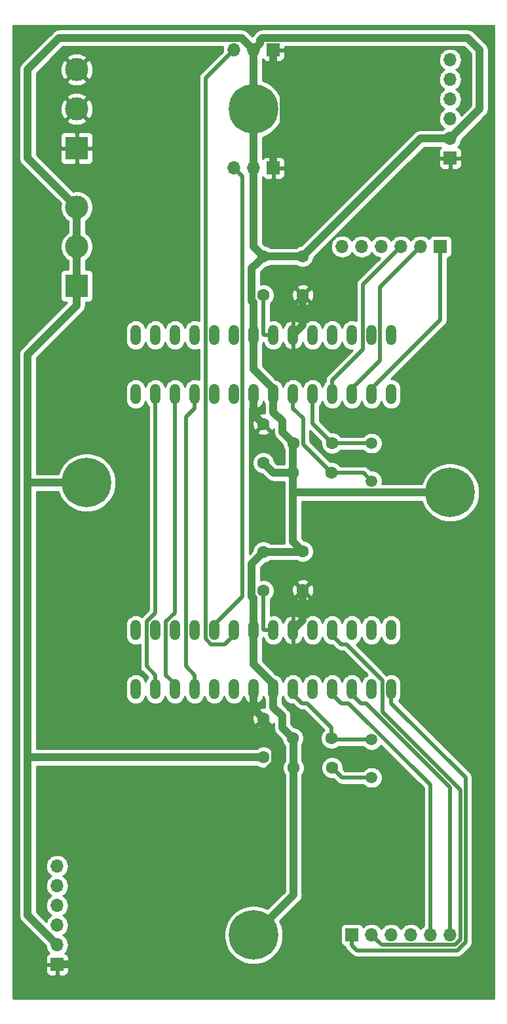
<source format=gbr>
G04 #@! TF.GenerationSoftware,KiCad,Pcbnew,(5.1.2)-1*
G04 #@! TF.CreationDate,2019-05-15T23:48:02+02:00*
G04 #@! TF.ProjectId,ADClock,4144436c-6f63-46b2-9e6b-696361645f70,rev?*
G04 #@! TF.SameCoordinates,Original*
G04 #@! TF.FileFunction,Copper,L1,Top*
G04 #@! TF.FilePolarity,Positive*
%FSLAX46Y46*%
G04 Gerber Fmt 4.6, Leading zero omitted, Abs format (unit mm)*
G04 Created by KiCad (PCBNEW (5.1.2)-1) date 2019-05-15 23:48:02*
%MOMM*%
%LPD*%
G04 APERTURE LIST*
%ADD10C,1.600000*%
%ADD11O,1.320800X2.641600*%
%ADD12R,3.000000X3.000000*%
%ADD13C,3.000000*%
%ADD14R,1.700000X1.700000*%
%ADD15O,1.700000X1.700000*%
%ADD16C,1.500000*%
%ADD17C,6.400000*%
%ADD18C,1.000000*%
%ADD19C,0.500000*%
%ADD20C,0.254000*%
G04 APERTURE END LIST*
D10*
X168830000Y-118110000D03*
X163830000Y-118110000D03*
X168910000Y-121920000D03*
X163910000Y-121920000D03*
X160020000Y-94060000D03*
X160020000Y-99060000D03*
X160020000Y-115570000D03*
X160020000Y-120570000D03*
X165100000Y-93980000D03*
X165100000Y-98980000D03*
X160020000Y-82550000D03*
X160020000Y-77550000D03*
X163910000Y-80010000D03*
X168910000Y-80010000D03*
X163830000Y-83820000D03*
X168830000Y-83820000D03*
X160020000Y-60880000D03*
X160020000Y-55880000D03*
X165100000Y-60880000D03*
X165100000Y-55880000D03*
D11*
X143510000Y-104140000D03*
X146050000Y-104140000D03*
X148590000Y-104140000D03*
X151130000Y-104140000D03*
X153670000Y-104140000D03*
X156210000Y-104140000D03*
X158750000Y-104140000D03*
X161290000Y-104140000D03*
X163830000Y-104140000D03*
X166370000Y-104140000D03*
X168910000Y-104140000D03*
X171450000Y-104140000D03*
X173990000Y-104140000D03*
X176530000Y-104140000D03*
X176530000Y-111760000D03*
X173990000Y-111760000D03*
X171450000Y-111760000D03*
X168910000Y-111760000D03*
X166370000Y-111760000D03*
X163830000Y-111760000D03*
X161290000Y-111760000D03*
X158750000Y-111760000D03*
X156210000Y-111760000D03*
X153670000Y-111760000D03*
X151130000Y-111760000D03*
X148590000Y-111760000D03*
X146050000Y-111760000D03*
X143510000Y-111760000D03*
X143510000Y-73660000D03*
X146050000Y-73660000D03*
X148590000Y-73660000D03*
X151130000Y-73660000D03*
X153670000Y-73660000D03*
X156210000Y-73660000D03*
X158750000Y-73660000D03*
X161290000Y-73660000D03*
X163830000Y-73660000D03*
X166370000Y-73660000D03*
X168910000Y-73660000D03*
X171450000Y-73660000D03*
X173990000Y-73660000D03*
X176530000Y-73660000D03*
X176530000Y-66040000D03*
X173990000Y-66040000D03*
X171450000Y-66040000D03*
X168910000Y-66040000D03*
X166370000Y-66040000D03*
X163830000Y-66040000D03*
X161290000Y-66040000D03*
X158750000Y-66040000D03*
X156210000Y-66040000D03*
X153670000Y-66040000D03*
X151130000Y-66040000D03*
X148590000Y-66040000D03*
X146050000Y-66040000D03*
X143510000Y-66040000D03*
D12*
X135890000Y-41910000D03*
D13*
X135890000Y-36830000D03*
X135890000Y-31750000D03*
X135890000Y-49530000D03*
X135890000Y-54610000D03*
D12*
X135890000Y-59690000D03*
D14*
X133350000Y-147320000D03*
D15*
X133350000Y-144780000D03*
X133350000Y-142240000D03*
X133350000Y-139700000D03*
X133350000Y-137160000D03*
X133350000Y-134620000D03*
X184150000Y-30480000D03*
X184150000Y-33020000D03*
X184150000Y-35560000D03*
X184150000Y-38100000D03*
X184150000Y-40640000D03*
D14*
X184150000Y-43180000D03*
X161290000Y-29210000D03*
D15*
X158750000Y-29210000D03*
X156210000Y-29210000D03*
X156210000Y-44450000D03*
X158750000Y-44450000D03*
D14*
X161290000Y-44450000D03*
X171450000Y-143510000D03*
D15*
X173990000Y-143510000D03*
X176530000Y-143510000D03*
X179070000Y-143510000D03*
X181610000Y-143510000D03*
X184150000Y-143510000D03*
D16*
X173990000Y-118310000D03*
X173990000Y-123190000D03*
X173990000Y-80010000D03*
X173990000Y-84890000D03*
D14*
X182880000Y-54610000D03*
D15*
X180340000Y-54610000D03*
X177800000Y-54610000D03*
X175260000Y-54610000D03*
X172720000Y-54610000D03*
X170180000Y-54610000D03*
D17*
X158750000Y-36830000D03*
X184150000Y-86360000D03*
X158750000Y-143510000D03*
X137160000Y-85090000D03*
D18*
X135890000Y-59690000D02*
X135890000Y-54610000D01*
X135890000Y-54610000D02*
X135890000Y-49530000D01*
X135890000Y-62190000D02*
X129540000Y-68540000D01*
X135890000Y-59690000D02*
X135890000Y-62190000D01*
X129540000Y-140970000D02*
X133350000Y-144780000D01*
X129620000Y-120570000D02*
X129540000Y-120650000D01*
X160020000Y-120570000D02*
X129620000Y-120570000D01*
X129540000Y-120650000D02*
X129540000Y-140970000D01*
X163910000Y-118190000D02*
X163830000Y-118110000D01*
X163910000Y-121920000D02*
X163910000Y-118190000D01*
X161290000Y-114080800D02*
X161290000Y-111760000D01*
X162469590Y-115260390D02*
X161290000Y-114080800D01*
X162469590Y-116749590D02*
X162469590Y-115260390D01*
X163830000Y-118110000D02*
X162469590Y-116749590D01*
X158750000Y-106460800D02*
X158750000Y-104140000D01*
X158750000Y-108559600D02*
X158750000Y-106460800D01*
X161290000Y-111099600D02*
X158750000Y-108559600D01*
X161290000Y-111760000D02*
X161290000Y-111099600D01*
X159220001Y-94859999D02*
X160020000Y-94060000D01*
X158519999Y-95560001D02*
X159220001Y-94859999D01*
X158519999Y-99780001D02*
X158519999Y-95560001D01*
X158750000Y-100010002D02*
X158519999Y-99780001D01*
X158750000Y-104140000D02*
X158750000Y-100010002D01*
X165020000Y-94060000D02*
X165100000Y-93980000D01*
X160020000Y-94060000D02*
X165020000Y-94060000D01*
X163830000Y-92710000D02*
X165100000Y-93980000D01*
X161290000Y-83820000D02*
X160020000Y-82550000D01*
X163830000Y-83820000D02*
X161290000Y-83820000D01*
X163830000Y-80090000D02*
X163910000Y-80010000D01*
X163830000Y-83820000D02*
X163830000Y-80090000D01*
X161290000Y-75980800D02*
X161290000Y-73660000D01*
X162469590Y-77160390D02*
X161290000Y-75980800D01*
X162469590Y-78569590D02*
X162469590Y-77160390D01*
X163910000Y-80010000D02*
X162469590Y-78569590D01*
X158750000Y-68360800D02*
X158750000Y-66040000D01*
X158750000Y-70459600D02*
X158750000Y-68360800D01*
X161290000Y-72999600D02*
X158750000Y-70459600D01*
X161290000Y-73660000D02*
X161290000Y-72999600D01*
X159220001Y-56679999D02*
X160020000Y-55880000D01*
X158519999Y-57380001D02*
X159220001Y-56679999D01*
X158519999Y-61600001D02*
X158519999Y-57380001D01*
X158750000Y-61830002D02*
X158519999Y-61600001D01*
X158750000Y-66040000D02*
X158750000Y-61830002D01*
X160020000Y-55880000D02*
X165100000Y-55880000D01*
X180340000Y-40640000D02*
X184150000Y-40640000D01*
X165100000Y-55880000D02*
X180340000Y-40640000D01*
X158750000Y-54610000D02*
X158750000Y-44450000D01*
X160020000Y-55880000D02*
X158750000Y-54610000D01*
X157900001Y-28360001D02*
X158750000Y-29210000D01*
X157199999Y-27659999D02*
X157900001Y-28360001D01*
X133630001Y-27659999D02*
X157199999Y-27659999D01*
X129540000Y-31750000D02*
X133630001Y-27659999D01*
X129540000Y-43180000D02*
X129540000Y-31750000D01*
X135890000Y-49530000D02*
X129540000Y-43180000D01*
X159879999Y-27659999D02*
X186409999Y-27659999D01*
X159599999Y-27939999D02*
X159879999Y-27659999D01*
X158750000Y-29210000D02*
X159599999Y-28360001D01*
X159599999Y-28360001D02*
X159599999Y-27939999D01*
X186409999Y-27659999D02*
X187960000Y-29210000D01*
X187960000Y-36830000D02*
X184150000Y-40640000D01*
X187960000Y-29210000D02*
X187960000Y-36830000D01*
X158750000Y-29210000D02*
X158750000Y-36830000D01*
X158750000Y-36830000D02*
X158750000Y-44450000D01*
X184150000Y-86360000D02*
X163830000Y-86360000D01*
X163830000Y-83820000D02*
X163830000Y-86360000D01*
X163830000Y-86360000D02*
X163830000Y-92710000D01*
X163910000Y-138350000D02*
X163910000Y-121920000D01*
X158750000Y-143510000D02*
X163910000Y-138350000D01*
X137160000Y-83924023D02*
X137194209Y-83912620D01*
X132634517Y-85090000D02*
X129540000Y-85090000D01*
X137160000Y-85090000D02*
X132634517Y-85090000D01*
X129540000Y-68540000D02*
X129540000Y-85090000D01*
X129540000Y-85090000D02*
X129540000Y-120650000D01*
D19*
X169030000Y-118310000D02*
X168830000Y-118110000D01*
X173990000Y-118310000D02*
X169030000Y-118310000D01*
X163830000Y-112420400D02*
X163830000Y-111760000D01*
X164990400Y-113580800D02*
X163830000Y-112420400D01*
X165650800Y-113580800D02*
X164990400Y-113580800D01*
X168830000Y-116760000D02*
X165650800Y-113580800D01*
X168830000Y-118110000D02*
X168830000Y-116760000D01*
X170180000Y-123190000D02*
X168910000Y-121920000D01*
X173990000Y-123190000D02*
X170180000Y-123190000D01*
X160129600Y-104140000D02*
X161290000Y-104140000D01*
X160020000Y-104030400D02*
X160129600Y-104140000D01*
X160020000Y-99060000D02*
X160020000Y-104030400D01*
X146050000Y-109939200D02*
X146050000Y-111760000D01*
X144939590Y-108828790D02*
X146050000Y-109939200D01*
X144939590Y-103019654D02*
X144939590Y-108828790D01*
X146050000Y-101909244D02*
X144939590Y-103019654D01*
X146050000Y-73660000D02*
X146050000Y-101909244D01*
X148590000Y-111099600D02*
X148590000Y-111760000D01*
X147429600Y-109939200D02*
X148590000Y-111099600D01*
X147429600Y-103069644D02*
X147429600Y-109939200D01*
X148590000Y-101909244D02*
X147429600Y-103069644D01*
X148590000Y-73660000D02*
X148590000Y-101909244D01*
X151130000Y-109939200D02*
X151130000Y-111760000D01*
X150019590Y-108828790D02*
X151130000Y-109939200D01*
X150019590Y-76591210D02*
X150019590Y-108828790D01*
X151130000Y-75480800D02*
X150019590Y-76591210D01*
X151130000Y-73660000D02*
X151130000Y-75480800D01*
D18*
X165100000Y-64770000D02*
X163830000Y-66040000D01*
X165100000Y-60880000D02*
X165100000Y-64770000D01*
X158750000Y-76280000D02*
X160020000Y-77550000D01*
X158750000Y-73660000D02*
X158750000Y-76280000D01*
X165100000Y-102870000D02*
X163830000Y-104140000D01*
X165100000Y-98980000D02*
X165100000Y-102870000D01*
X158750000Y-114300000D02*
X160020000Y-115570000D01*
X158750000Y-111760000D02*
X158750000Y-114300000D01*
X160020000Y-116701370D02*
X160020000Y-115570000D01*
X161520001Y-118201371D02*
X160020000Y-116701370D01*
X161520001Y-121290001D02*
X161520001Y-118201371D01*
X135490002Y-147320000D02*
X161520001Y-121290001D01*
X133350000Y-147320000D02*
X135490002Y-147320000D01*
X161290000Y-42600000D02*
X161290000Y-44450000D01*
X162650001Y-41239999D02*
X161290000Y-42600000D01*
X162650001Y-32420001D02*
X162650001Y-41239999D01*
X161290000Y-31060000D02*
X162650001Y-32420001D01*
X161290000Y-29210000D02*
X161290000Y-31060000D01*
D19*
X173990000Y-80010000D02*
X168910000Y-80010000D01*
X166370000Y-77470000D02*
X168910000Y-80010000D01*
X166370000Y-73660000D02*
X166370000Y-77470000D01*
X168030001Y-83020001D02*
X168830000Y-83820000D01*
X165160001Y-80150001D02*
X168030001Y-83020001D01*
X165160001Y-76810801D02*
X165160001Y-80150001D01*
X163830000Y-75480800D02*
X165160001Y-76810801D01*
X163830000Y-73660000D02*
X163830000Y-75480800D01*
X172920000Y-83820000D02*
X173990000Y-84890000D01*
X168830000Y-83820000D02*
X172920000Y-83820000D01*
X160129600Y-66040000D02*
X161290000Y-66040000D01*
X160020000Y-65930400D02*
X160129600Y-66040000D01*
X160020000Y-60880000D02*
X160020000Y-65930400D01*
X186150011Y-144423954D02*
X186150011Y-123200811D01*
X185063954Y-145510011D02*
X186150011Y-144423954D01*
X172100011Y-145510011D02*
X185063954Y-145510011D01*
X186150011Y-123200811D02*
X176530000Y-113580800D01*
X171450000Y-144860000D02*
X172100011Y-145510011D01*
X176530000Y-113580800D02*
X176530000Y-111760000D01*
X171450000Y-143510000D02*
X171450000Y-144860000D01*
X175290001Y-144810001D02*
X174839999Y-144359999D01*
X174839999Y-144359999D02*
X173990000Y-143510000D01*
X185450001Y-124770039D02*
X185450001Y-144134001D01*
X184774001Y-144810001D02*
X175290001Y-144810001D01*
X175419590Y-114739628D02*
X185450001Y-124770039D01*
X175419590Y-110649590D02*
X175419590Y-114739628D01*
X170730800Y-105960800D02*
X175419590Y-110649590D01*
X185450001Y-144134001D02*
X184774001Y-144810001D01*
X168910000Y-104800400D02*
X170070400Y-105960800D01*
X170070400Y-105960800D02*
X170730800Y-105960800D01*
X168910000Y-104140000D02*
X168910000Y-104800400D01*
X181610000Y-142307919D02*
X181610000Y-143510000D01*
X181610000Y-124153998D02*
X181610000Y-142307919D01*
X171036802Y-113580800D02*
X181610000Y-124153998D01*
X170070400Y-113580800D02*
X171036802Y-113580800D01*
X168910000Y-112420400D02*
X170070400Y-113580800D01*
X168910000Y-111760000D02*
X168910000Y-112420400D01*
X171450000Y-112420400D02*
X171450000Y-111760000D01*
X172610400Y-113580800D02*
X171450000Y-112420400D01*
X173270800Y-113580800D02*
X172610400Y-113580800D01*
X184150000Y-124460000D02*
X173270800Y-113580800D01*
X184150000Y-143510000D02*
X184150000Y-124460000D01*
X182880000Y-55960000D02*
X182880000Y-54610000D01*
X182880000Y-64109600D02*
X182880000Y-55960000D01*
X173990000Y-72999600D02*
X182880000Y-64109600D01*
X173990000Y-73660000D02*
X173990000Y-72999600D01*
X179490001Y-55459999D02*
X180340000Y-54610000D01*
X175100410Y-59849590D02*
X179490001Y-55459999D01*
X175100410Y-69349190D02*
X175100410Y-59849590D01*
X171450000Y-72999600D02*
X175100410Y-69349190D01*
X171450000Y-73660000D02*
X171450000Y-72999600D01*
X176950001Y-55459999D02*
X177800000Y-54610000D01*
X172879590Y-59530410D02*
X176950001Y-55459999D01*
X172879590Y-67869610D02*
X172879590Y-59530410D01*
X168910000Y-71839200D02*
X172879590Y-67869610D01*
X168910000Y-73660000D02*
X168910000Y-71839200D01*
X156210000Y-104800400D02*
X156210000Y-104140000D01*
X155049600Y-105960800D02*
X156210000Y-104800400D01*
X153260044Y-105960800D02*
X155049600Y-105960800D01*
X152559590Y-105260346D02*
X153260044Y-105960800D01*
X152559590Y-32860410D02*
X152559590Y-105260346D01*
X156210000Y-29210000D02*
X152559590Y-32860410D01*
X153670000Y-103479600D02*
X153670000Y-104140000D01*
X157320410Y-99829190D02*
X153670000Y-103479600D01*
X157320410Y-45560410D02*
X157320410Y-99829190D01*
X156210000Y-44450000D02*
X157320410Y-45560410D01*
D20*
G36*
X189840001Y-151740000D02*
G01*
X127660000Y-151740000D01*
X127660000Y-148170000D01*
X131861928Y-148170000D01*
X131874188Y-148294482D01*
X131910498Y-148414180D01*
X131969463Y-148524494D01*
X132048815Y-148621185D01*
X132145506Y-148700537D01*
X132255820Y-148759502D01*
X132375518Y-148795812D01*
X132500000Y-148808072D01*
X133064250Y-148805000D01*
X133223000Y-148646250D01*
X133223000Y-147447000D01*
X133477000Y-147447000D01*
X133477000Y-148646250D01*
X133635750Y-148805000D01*
X134200000Y-148808072D01*
X134324482Y-148795812D01*
X134444180Y-148759502D01*
X134554494Y-148700537D01*
X134651185Y-148621185D01*
X134730537Y-148524494D01*
X134789502Y-148414180D01*
X134825812Y-148294482D01*
X134838072Y-148170000D01*
X134835000Y-147605750D01*
X134676250Y-147447000D01*
X133477000Y-147447000D01*
X133223000Y-147447000D01*
X132023750Y-147447000D01*
X131865000Y-147605750D01*
X131861928Y-148170000D01*
X127660000Y-148170000D01*
X127660000Y-31750000D01*
X128399509Y-31750000D01*
X128405001Y-31805761D01*
X128405000Y-43124248D01*
X128399509Y-43180000D01*
X128405000Y-43235751D01*
X128421423Y-43402498D01*
X128486324Y-43616446D01*
X128591716Y-43813623D01*
X128733551Y-43986449D01*
X128776865Y-44021996D01*
X133808023Y-49053155D01*
X133755000Y-49319721D01*
X133755000Y-49740279D01*
X133837047Y-50152756D01*
X133997988Y-50541302D01*
X134231637Y-50890983D01*
X134529017Y-51188363D01*
X134755001Y-51339360D01*
X134755000Y-52800640D01*
X134529017Y-52951637D01*
X134231637Y-53249017D01*
X133997988Y-53598698D01*
X133837047Y-53987244D01*
X133755000Y-54399721D01*
X133755000Y-54820279D01*
X133837047Y-55232756D01*
X133997988Y-55621302D01*
X134231637Y-55970983D01*
X134529017Y-56268363D01*
X134755001Y-56419360D01*
X134755000Y-57551928D01*
X134390000Y-57551928D01*
X134265518Y-57564188D01*
X134145820Y-57600498D01*
X134035506Y-57659463D01*
X133938815Y-57738815D01*
X133859463Y-57835506D01*
X133800498Y-57945820D01*
X133764188Y-58065518D01*
X133751928Y-58190000D01*
X133751928Y-61190000D01*
X133764188Y-61314482D01*
X133800498Y-61434180D01*
X133859463Y-61544494D01*
X133938815Y-61641185D01*
X134035506Y-61720537D01*
X134145820Y-61779502D01*
X134265518Y-61815812D01*
X134390000Y-61828072D01*
X134646796Y-61828072D01*
X128776865Y-67698004D01*
X128733551Y-67733551D01*
X128591716Y-67906377D01*
X128486325Y-68103553D01*
X128486324Y-68103554D01*
X128421423Y-68317502D01*
X128399509Y-68540000D01*
X128405000Y-68595751D01*
X128405001Y-85034238D01*
X128399509Y-85090000D01*
X128405000Y-85145752D01*
X128405001Y-120594238D01*
X128399509Y-120650000D01*
X128405000Y-120705751D01*
X128405001Y-140914238D01*
X128399509Y-140970000D01*
X128421423Y-141192498D01*
X128486324Y-141406446D01*
X128529023Y-141486330D01*
X128591717Y-141603623D01*
X128733552Y-141776449D01*
X128776860Y-141811991D01*
X131870155Y-144905287D01*
X131886487Y-145071111D01*
X131971401Y-145351034D01*
X132109294Y-145609014D01*
X132294866Y-145835134D01*
X132324687Y-145859607D01*
X132255820Y-145880498D01*
X132145506Y-145939463D01*
X132048815Y-146018815D01*
X131969463Y-146115506D01*
X131910498Y-146225820D01*
X131874188Y-146345518D01*
X131861928Y-146470000D01*
X131865000Y-147034250D01*
X132023750Y-147193000D01*
X133223000Y-147193000D01*
X133223000Y-147173000D01*
X133477000Y-147173000D01*
X133477000Y-147193000D01*
X134676250Y-147193000D01*
X134835000Y-147034250D01*
X134838072Y-146470000D01*
X134825812Y-146345518D01*
X134789502Y-146225820D01*
X134730537Y-146115506D01*
X134651185Y-146018815D01*
X134554494Y-145939463D01*
X134444180Y-145880498D01*
X134375313Y-145859607D01*
X134405134Y-145835134D01*
X134590706Y-145609014D01*
X134728599Y-145351034D01*
X134813513Y-145071111D01*
X134842185Y-144780000D01*
X134813513Y-144488889D01*
X134728599Y-144208966D01*
X134590706Y-143950986D01*
X134405134Y-143724866D01*
X134179014Y-143539294D01*
X134124209Y-143510000D01*
X134179014Y-143480706D01*
X134405134Y-143295134D01*
X134590706Y-143069014D01*
X134728599Y-142811034D01*
X134813513Y-142531111D01*
X134842185Y-142240000D01*
X134813513Y-141948889D01*
X134728599Y-141668966D01*
X134590706Y-141410986D01*
X134405134Y-141184866D01*
X134179014Y-140999294D01*
X134124209Y-140970000D01*
X134179014Y-140940706D01*
X134405134Y-140755134D01*
X134590706Y-140529014D01*
X134728599Y-140271034D01*
X134813513Y-139991111D01*
X134842185Y-139700000D01*
X134813513Y-139408889D01*
X134728599Y-139128966D01*
X134590706Y-138870986D01*
X134405134Y-138644866D01*
X134179014Y-138459294D01*
X134124209Y-138430000D01*
X134179014Y-138400706D01*
X134405134Y-138215134D01*
X134590706Y-137989014D01*
X134728599Y-137731034D01*
X134813513Y-137451111D01*
X134842185Y-137160000D01*
X134813513Y-136868889D01*
X134728599Y-136588966D01*
X134590706Y-136330986D01*
X134405134Y-136104866D01*
X134179014Y-135919294D01*
X134124209Y-135890000D01*
X134179014Y-135860706D01*
X134405134Y-135675134D01*
X134590706Y-135449014D01*
X134728599Y-135191034D01*
X134813513Y-134911111D01*
X134842185Y-134620000D01*
X134813513Y-134328889D01*
X134728599Y-134048966D01*
X134590706Y-133790986D01*
X134405134Y-133564866D01*
X134179014Y-133379294D01*
X133921034Y-133241401D01*
X133641111Y-133156487D01*
X133422950Y-133135000D01*
X133277050Y-133135000D01*
X133058889Y-133156487D01*
X132778966Y-133241401D01*
X132520986Y-133379294D01*
X132294866Y-133564866D01*
X132109294Y-133790986D01*
X131971401Y-134048966D01*
X131886487Y-134328889D01*
X131857815Y-134620000D01*
X131886487Y-134911111D01*
X131971401Y-135191034D01*
X132109294Y-135449014D01*
X132294866Y-135675134D01*
X132520986Y-135860706D01*
X132575791Y-135890000D01*
X132520986Y-135919294D01*
X132294866Y-136104866D01*
X132109294Y-136330986D01*
X131971401Y-136588966D01*
X131886487Y-136868889D01*
X131857815Y-137160000D01*
X131886487Y-137451111D01*
X131971401Y-137731034D01*
X132109294Y-137989014D01*
X132294866Y-138215134D01*
X132520986Y-138400706D01*
X132575791Y-138430000D01*
X132520986Y-138459294D01*
X132294866Y-138644866D01*
X132109294Y-138870986D01*
X131971401Y-139128966D01*
X131886487Y-139408889D01*
X131857815Y-139700000D01*
X131886487Y-139991111D01*
X131971401Y-140271034D01*
X132109294Y-140529014D01*
X132294866Y-140755134D01*
X132520986Y-140940706D01*
X132575791Y-140970000D01*
X132520986Y-140999294D01*
X132294866Y-141184866D01*
X132109294Y-141410986D01*
X131971401Y-141668966D01*
X131941772Y-141766640D01*
X130675000Y-140499869D01*
X130675000Y-121705000D01*
X159135716Y-121705000D01*
X159340273Y-121841680D01*
X159601426Y-121949853D01*
X159878665Y-122005000D01*
X160161335Y-122005000D01*
X160438574Y-121949853D01*
X160699727Y-121841680D01*
X160934759Y-121684637D01*
X161134637Y-121484759D01*
X161291680Y-121249727D01*
X161399853Y-120988574D01*
X161455000Y-120711335D01*
X161455000Y-120428665D01*
X161399853Y-120151426D01*
X161291680Y-119890273D01*
X161134637Y-119655241D01*
X160934759Y-119455363D01*
X160699727Y-119298320D01*
X160438574Y-119190147D01*
X160161335Y-119135000D01*
X159878665Y-119135000D01*
X159601426Y-119190147D01*
X159340273Y-119298320D01*
X159135716Y-119435000D01*
X130675000Y-119435000D01*
X130675000Y-116562702D01*
X159206903Y-116562702D01*
X159278486Y-116806671D01*
X159533996Y-116927571D01*
X159808184Y-116996300D01*
X160090512Y-117010217D01*
X160370130Y-116968787D01*
X160636292Y-116873603D01*
X160761514Y-116806671D01*
X160833097Y-116562702D01*
X160020000Y-115749605D01*
X159206903Y-116562702D01*
X130675000Y-116562702D01*
X130675000Y-115640512D01*
X158579783Y-115640512D01*
X158621213Y-115920130D01*
X158716397Y-116186292D01*
X158783329Y-116311514D01*
X159027298Y-116383097D01*
X159840395Y-115570000D01*
X159027298Y-114756903D01*
X158783329Y-114828486D01*
X158662429Y-115083996D01*
X158593700Y-115358184D01*
X158579783Y-115640512D01*
X130675000Y-115640512D01*
X130675000Y-86225000D01*
X133479158Y-86225000D01*
X133761467Y-86906554D01*
X134181161Y-87534670D01*
X134715330Y-88068839D01*
X135343446Y-88488533D01*
X136041372Y-88777623D01*
X136782285Y-88925000D01*
X137537715Y-88925000D01*
X138278628Y-88777623D01*
X138976554Y-88488533D01*
X139604670Y-88068839D01*
X140138839Y-87534670D01*
X140558533Y-86906554D01*
X140847623Y-86208628D01*
X140995000Y-85467715D01*
X140995000Y-84712285D01*
X140847623Y-83971372D01*
X140558533Y-83273446D01*
X140138839Y-82645330D01*
X139604670Y-82111161D01*
X138976554Y-81691467D01*
X138278628Y-81402377D01*
X137537715Y-81255000D01*
X136782285Y-81255000D01*
X136041372Y-81402377D01*
X135343446Y-81691467D01*
X134715330Y-82111161D01*
X134181161Y-82645330D01*
X133761467Y-83273446D01*
X133479158Y-83955000D01*
X130675000Y-83955000D01*
X130675000Y-69010131D01*
X136653141Y-63031991D01*
X136696449Y-62996449D01*
X136838284Y-62823623D01*
X136943676Y-62626447D01*
X137008577Y-62412499D01*
X137025000Y-62245752D01*
X137030491Y-62190001D01*
X137025000Y-62134249D01*
X137025000Y-61828072D01*
X137390000Y-61828072D01*
X137514482Y-61815812D01*
X137634180Y-61779502D01*
X137744494Y-61720537D01*
X137841185Y-61641185D01*
X137920537Y-61544494D01*
X137979502Y-61434180D01*
X138015812Y-61314482D01*
X138028072Y-61190000D01*
X138028072Y-58190000D01*
X138015812Y-58065518D01*
X137979502Y-57945820D01*
X137920537Y-57835506D01*
X137841185Y-57738815D01*
X137744494Y-57659463D01*
X137634180Y-57600498D01*
X137514482Y-57564188D01*
X137390000Y-57551928D01*
X137025000Y-57551928D01*
X137025000Y-56419360D01*
X137250983Y-56268363D01*
X137548363Y-55970983D01*
X137782012Y-55621302D01*
X137942953Y-55232756D01*
X138025000Y-54820279D01*
X138025000Y-54399721D01*
X137942953Y-53987244D01*
X137782012Y-53598698D01*
X137548363Y-53249017D01*
X137250983Y-52951637D01*
X137025000Y-52800640D01*
X137025000Y-51339360D01*
X137250983Y-51188363D01*
X137548363Y-50890983D01*
X137782012Y-50541302D01*
X137942953Y-50152756D01*
X138025000Y-49740279D01*
X138025000Y-49319721D01*
X137942953Y-48907244D01*
X137782012Y-48518698D01*
X137548363Y-48169017D01*
X137250983Y-47871637D01*
X136901302Y-47637988D01*
X136512756Y-47477047D01*
X136100279Y-47395000D01*
X135679721Y-47395000D01*
X135413155Y-47448023D01*
X131375132Y-43410000D01*
X133751928Y-43410000D01*
X133764188Y-43534482D01*
X133800498Y-43654180D01*
X133859463Y-43764494D01*
X133938815Y-43861185D01*
X134035506Y-43940537D01*
X134145820Y-43999502D01*
X134265518Y-44035812D01*
X134390000Y-44048072D01*
X135604250Y-44045000D01*
X135763000Y-43886250D01*
X135763000Y-42037000D01*
X136017000Y-42037000D01*
X136017000Y-43886250D01*
X136175750Y-44045000D01*
X137390000Y-44048072D01*
X137514482Y-44035812D01*
X137634180Y-43999502D01*
X137744494Y-43940537D01*
X137841185Y-43861185D01*
X137920537Y-43764494D01*
X137979502Y-43654180D01*
X138015812Y-43534482D01*
X138028072Y-43410000D01*
X138025000Y-42195750D01*
X137866250Y-42037000D01*
X136017000Y-42037000D01*
X135763000Y-42037000D01*
X133913750Y-42037000D01*
X133755000Y-42195750D01*
X133751928Y-43410000D01*
X131375132Y-43410000D01*
X130675000Y-42709869D01*
X130675000Y-40410000D01*
X133751928Y-40410000D01*
X133755000Y-41624250D01*
X133913750Y-41783000D01*
X135763000Y-41783000D01*
X135763000Y-39933750D01*
X136017000Y-39933750D01*
X136017000Y-41783000D01*
X137866250Y-41783000D01*
X138025000Y-41624250D01*
X138028072Y-40410000D01*
X138015812Y-40285518D01*
X137979502Y-40165820D01*
X137920537Y-40055506D01*
X137841185Y-39958815D01*
X137744494Y-39879463D01*
X137634180Y-39820498D01*
X137514482Y-39784188D01*
X137390000Y-39771928D01*
X136175750Y-39775000D01*
X136017000Y-39933750D01*
X135763000Y-39933750D01*
X135604250Y-39775000D01*
X134390000Y-39771928D01*
X134265518Y-39784188D01*
X134145820Y-39820498D01*
X134035506Y-39879463D01*
X133938815Y-39958815D01*
X133859463Y-40055506D01*
X133800498Y-40165820D01*
X133764188Y-40285518D01*
X133751928Y-40410000D01*
X130675000Y-40410000D01*
X130675000Y-38321653D01*
X134577952Y-38321653D01*
X134733962Y-38637214D01*
X135108745Y-38828020D01*
X135513551Y-38942044D01*
X135932824Y-38974902D01*
X136350451Y-38925334D01*
X136750383Y-38795243D01*
X137046038Y-38637214D01*
X137202048Y-38321653D01*
X135890000Y-37009605D01*
X134577952Y-38321653D01*
X130675000Y-38321653D01*
X130675000Y-36872824D01*
X133745098Y-36872824D01*
X133794666Y-37290451D01*
X133924757Y-37690383D01*
X134082786Y-37986038D01*
X134398347Y-38142048D01*
X135710395Y-36830000D01*
X136069605Y-36830000D01*
X137381653Y-38142048D01*
X137697214Y-37986038D01*
X137888020Y-37611255D01*
X138002044Y-37206449D01*
X138034902Y-36787176D01*
X137985334Y-36369549D01*
X137855243Y-35969617D01*
X137697214Y-35673962D01*
X137381653Y-35517952D01*
X136069605Y-36830000D01*
X135710395Y-36830000D01*
X134398347Y-35517952D01*
X134082786Y-35673962D01*
X133891980Y-36048745D01*
X133777956Y-36453551D01*
X133745098Y-36872824D01*
X130675000Y-36872824D01*
X130675000Y-35338347D01*
X134577952Y-35338347D01*
X135890000Y-36650395D01*
X137202048Y-35338347D01*
X137046038Y-35022786D01*
X136671255Y-34831980D01*
X136266449Y-34717956D01*
X135847176Y-34685098D01*
X135429549Y-34734666D01*
X135029617Y-34864757D01*
X134733962Y-35022786D01*
X134577952Y-35338347D01*
X130675000Y-35338347D01*
X130675000Y-33241653D01*
X134577952Y-33241653D01*
X134733962Y-33557214D01*
X135108745Y-33748020D01*
X135513551Y-33862044D01*
X135932824Y-33894902D01*
X136350451Y-33845334D01*
X136750383Y-33715243D01*
X137046038Y-33557214D01*
X137202048Y-33241653D01*
X135890000Y-31929605D01*
X134577952Y-33241653D01*
X130675000Y-33241653D01*
X130675000Y-32220131D01*
X131102307Y-31792824D01*
X133745098Y-31792824D01*
X133794666Y-32210451D01*
X133924757Y-32610383D01*
X134082786Y-32906038D01*
X134398347Y-33062048D01*
X135710395Y-31750000D01*
X136069605Y-31750000D01*
X137381653Y-33062048D01*
X137697214Y-32906038D01*
X137888020Y-32531255D01*
X138002044Y-32126449D01*
X138034902Y-31707176D01*
X137985334Y-31289549D01*
X137855243Y-30889617D01*
X137697214Y-30593962D01*
X137381653Y-30437952D01*
X136069605Y-31750000D01*
X135710395Y-31750000D01*
X134398347Y-30437952D01*
X134082786Y-30593962D01*
X133891980Y-30968745D01*
X133777956Y-31373551D01*
X133745098Y-31792824D01*
X131102307Y-31792824D01*
X132636784Y-30258347D01*
X134577952Y-30258347D01*
X135890000Y-31570395D01*
X137202048Y-30258347D01*
X137046038Y-29942786D01*
X136671255Y-29751980D01*
X136266449Y-29637956D01*
X135847176Y-29605098D01*
X135429549Y-29654666D01*
X135029617Y-29784757D01*
X134733962Y-29942786D01*
X134577952Y-30258347D01*
X132636784Y-30258347D01*
X134100133Y-28794999D01*
X154784069Y-28794999D01*
X154746487Y-28918889D01*
X154717815Y-29210000D01*
X154739388Y-29429033D01*
X151964546Y-32203876D01*
X151930773Y-32231593D01*
X151820179Y-32366352D01*
X151738001Y-32520098D01*
X151687395Y-32686921D01*
X151674590Y-32816934D01*
X151674590Y-32816941D01*
X151670309Y-32860410D01*
X151674590Y-32903879D01*
X151674590Y-64201853D01*
X151628125Y-64177017D01*
X151383942Y-64102944D01*
X151130000Y-64077933D01*
X150876057Y-64102944D01*
X150631874Y-64177017D01*
X150406833Y-64297303D01*
X150209582Y-64459182D01*
X150047703Y-64656434D01*
X149927417Y-64881475D01*
X149860000Y-65103716D01*
X149792583Y-64881474D01*
X149672297Y-64656433D01*
X149510418Y-64459182D01*
X149313166Y-64297303D01*
X149088125Y-64177017D01*
X148843942Y-64102944D01*
X148590000Y-64077933D01*
X148336057Y-64102944D01*
X148091874Y-64177017D01*
X147866833Y-64297303D01*
X147669582Y-64459182D01*
X147507703Y-64656434D01*
X147387417Y-64881475D01*
X147320000Y-65103716D01*
X147252583Y-64881474D01*
X147132297Y-64656433D01*
X146970418Y-64459182D01*
X146773166Y-64297303D01*
X146548125Y-64177017D01*
X146303942Y-64102944D01*
X146050000Y-64077933D01*
X145796057Y-64102944D01*
X145551874Y-64177017D01*
X145326833Y-64297303D01*
X145129582Y-64459182D01*
X144967703Y-64656434D01*
X144847417Y-64881475D01*
X144780000Y-65103716D01*
X144712583Y-64881474D01*
X144592297Y-64656433D01*
X144430418Y-64459182D01*
X144233166Y-64297303D01*
X144008125Y-64177017D01*
X143763942Y-64102944D01*
X143510000Y-64077933D01*
X143256057Y-64102944D01*
X143011874Y-64177017D01*
X142786833Y-64297303D01*
X142589582Y-64459182D01*
X142427703Y-64656434D01*
X142307417Y-64881475D01*
X142233344Y-65125658D01*
X142214600Y-65315971D01*
X142214600Y-66764030D01*
X142233344Y-66954343D01*
X142307417Y-67198526D01*
X142427704Y-67423567D01*
X142589583Y-67620818D01*
X142786834Y-67782697D01*
X143011875Y-67902983D01*
X143256058Y-67977056D01*
X143510000Y-68002067D01*
X143763943Y-67977056D01*
X144008126Y-67902983D01*
X144233167Y-67782697D01*
X144430418Y-67620818D01*
X144592297Y-67423567D01*
X144712583Y-67198526D01*
X144780000Y-66976285D01*
X144847417Y-67198526D01*
X144967704Y-67423567D01*
X145129583Y-67620818D01*
X145326834Y-67782697D01*
X145551875Y-67902983D01*
X145796058Y-67977056D01*
X146050000Y-68002067D01*
X146303943Y-67977056D01*
X146548126Y-67902983D01*
X146773167Y-67782697D01*
X146970418Y-67620818D01*
X147132297Y-67423567D01*
X147252583Y-67198526D01*
X147320000Y-66976285D01*
X147387417Y-67198526D01*
X147507704Y-67423567D01*
X147669583Y-67620818D01*
X147866834Y-67782697D01*
X148091875Y-67902983D01*
X148336058Y-67977056D01*
X148590000Y-68002067D01*
X148843943Y-67977056D01*
X149088126Y-67902983D01*
X149313167Y-67782697D01*
X149510418Y-67620818D01*
X149672297Y-67423567D01*
X149792583Y-67198526D01*
X149860000Y-66976285D01*
X149927417Y-67198526D01*
X150047704Y-67423567D01*
X150209583Y-67620818D01*
X150406834Y-67782697D01*
X150631875Y-67902983D01*
X150876058Y-67977056D01*
X151130000Y-68002067D01*
X151383943Y-67977056D01*
X151628126Y-67902983D01*
X151674590Y-67878147D01*
X151674591Y-71821853D01*
X151628125Y-71797017D01*
X151383942Y-71722944D01*
X151130000Y-71697933D01*
X150876057Y-71722944D01*
X150631874Y-71797017D01*
X150406833Y-71917303D01*
X150209582Y-72079182D01*
X150047703Y-72276434D01*
X149927417Y-72501475D01*
X149860000Y-72723716D01*
X149792583Y-72501474D01*
X149672297Y-72276433D01*
X149510418Y-72079182D01*
X149313166Y-71917303D01*
X149088125Y-71797017D01*
X148843942Y-71722944D01*
X148590000Y-71697933D01*
X148336057Y-71722944D01*
X148091874Y-71797017D01*
X147866833Y-71917303D01*
X147669582Y-72079182D01*
X147507703Y-72276434D01*
X147387417Y-72501475D01*
X147320000Y-72723716D01*
X147252583Y-72501474D01*
X147132297Y-72276433D01*
X146970418Y-72079182D01*
X146773166Y-71917303D01*
X146548125Y-71797017D01*
X146303942Y-71722944D01*
X146050000Y-71697933D01*
X145796057Y-71722944D01*
X145551874Y-71797017D01*
X145326833Y-71917303D01*
X145129582Y-72079182D01*
X144967703Y-72276434D01*
X144847417Y-72501475D01*
X144780000Y-72723716D01*
X144712583Y-72501474D01*
X144592297Y-72276433D01*
X144430418Y-72079182D01*
X144233166Y-71917303D01*
X144008125Y-71797017D01*
X143763942Y-71722944D01*
X143510000Y-71697933D01*
X143256057Y-71722944D01*
X143011874Y-71797017D01*
X142786833Y-71917303D01*
X142589582Y-72079182D01*
X142427703Y-72276434D01*
X142307417Y-72501475D01*
X142233344Y-72745658D01*
X142214600Y-72935971D01*
X142214600Y-74384030D01*
X142233344Y-74574343D01*
X142307417Y-74818526D01*
X142427704Y-75043567D01*
X142589583Y-75240818D01*
X142786834Y-75402697D01*
X143011875Y-75522983D01*
X143256058Y-75597056D01*
X143510000Y-75622067D01*
X143763943Y-75597056D01*
X144008126Y-75522983D01*
X144233167Y-75402697D01*
X144430418Y-75240818D01*
X144592297Y-75043567D01*
X144712583Y-74818526D01*
X144780000Y-74596285D01*
X144847417Y-74818526D01*
X144967704Y-75043567D01*
X145129583Y-75240818D01*
X145165000Y-75269884D01*
X145165001Y-101542664D01*
X144344546Y-102363120D01*
X144310773Y-102390837D01*
X144276369Y-102432758D01*
X144233166Y-102397303D01*
X144008125Y-102277017D01*
X143763942Y-102202944D01*
X143510000Y-102177933D01*
X143256057Y-102202944D01*
X143011874Y-102277017D01*
X142786833Y-102397303D01*
X142589582Y-102559182D01*
X142427703Y-102756434D01*
X142307417Y-102981475D01*
X142233344Y-103225658D01*
X142214600Y-103415971D01*
X142214600Y-104864030D01*
X142233344Y-105054343D01*
X142307417Y-105298526D01*
X142427704Y-105523567D01*
X142589583Y-105720818D01*
X142786834Y-105882697D01*
X143011875Y-106002983D01*
X143256058Y-106077056D01*
X143510000Y-106102067D01*
X143763943Y-106077056D01*
X144008126Y-106002983D01*
X144054591Y-105978147D01*
X144054591Y-108785311D01*
X144050309Y-108828790D01*
X144067395Y-109002280D01*
X144118002Y-109169103D01*
X144200180Y-109322849D01*
X144283058Y-109423836D01*
X144283061Y-109423839D01*
X144310774Y-109457607D01*
X144344541Y-109485319D01*
X145088483Y-110229262D01*
X144967703Y-110376434D01*
X144847417Y-110601475D01*
X144780000Y-110823716D01*
X144712583Y-110601474D01*
X144592297Y-110376433D01*
X144430418Y-110179182D01*
X144233166Y-110017303D01*
X144008125Y-109897017D01*
X143763942Y-109822944D01*
X143510000Y-109797933D01*
X143256057Y-109822944D01*
X143011874Y-109897017D01*
X142786833Y-110017303D01*
X142589582Y-110179182D01*
X142427703Y-110376434D01*
X142307417Y-110601475D01*
X142233344Y-110845658D01*
X142214600Y-111035971D01*
X142214600Y-112484030D01*
X142233344Y-112674343D01*
X142307417Y-112918526D01*
X142427704Y-113143567D01*
X142589583Y-113340818D01*
X142786834Y-113502697D01*
X143011875Y-113622983D01*
X143256058Y-113697056D01*
X143510000Y-113722067D01*
X143763943Y-113697056D01*
X144008126Y-113622983D01*
X144233167Y-113502697D01*
X144430418Y-113340818D01*
X144592297Y-113143567D01*
X144712583Y-112918526D01*
X144780000Y-112696285D01*
X144847417Y-112918526D01*
X144967704Y-113143567D01*
X145129583Y-113340818D01*
X145326834Y-113502697D01*
X145551875Y-113622983D01*
X145796058Y-113697056D01*
X146050000Y-113722067D01*
X146303943Y-113697056D01*
X146548126Y-113622983D01*
X146773167Y-113502697D01*
X146970418Y-113340818D01*
X147132297Y-113143567D01*
X147252583Y-112918526D01*
X147320000Y-112696285D01*
X147387417Y-112918526D01*
X147507704Y-113143567D01*
X147669583Y-113340818D01*
X147866834Y-113502697D01*
X148091875Y-113622983D01*
X148336058Y-113697056D01*
X148590000Y-113722067D01*
X148843943Y-113697056D01*
X149088126Y-113622983D01*
X149313167Y-113502697D01*
X149510418Y-113340818D01*
X149672297Y-113143567D01*
X149792583Y-112918526D01*
X149860000Y-112696285D01*
X149927417Y-112918526D01*
X150047704Y-113143567D01*
X150209583Y-113340818D01*
X150406834Y-113502697D01*
X150631875Y-113622983D01*
X150876058Y-113697056D01*
X151130000Y-113722067D01*
X151383943Y-113697056D01*
X151628126Y-113622983D01*
X151853167Y-113502697D01*
X152050418Y-113340818D01*
X152212297Y-113143567D01*
X152332583Y-112918526D01*
X152400000Y-112696285D01*
X152467417Y-112918526D01*
X152587704Y-113143567D01*
X152749583Y-113340818D01*
X152946834Y-113502697D01*
X153171875Y-113622983D01*
X153416058Y-113697056D01*
X153670000Y-113722067D01*
X153923943Y-113697056D01*
X154168126Y-113622983D01*
X154393167Y-113502697D01*
X154590418Y-113340818D01*
X154752297Y-113143567D01*
X154872583Y-112918526D01*
X154940000Y-112696285D01*
X155007417Y-112918526D01*
X155127704Y-113143567D01*
X155289583Y-113340818D01*
X155486834Y-113502697D01*
X155711875Y-113622983D01*
X155956058Y-113697056D01*
X156210000Y-113722067D01*
X156463943Y-113697056D01*
X156708126Y-113622983D01*
X156933167Y-113502697D01*
X157130418Y-113340818D01*
X157292297Y-113143567D01*
X157412583Y-112918526D01*
X157482506Y-112688023D01*
X157504267Y-112797680D01*
X157601807Y-113033461D01*
X157743471Y-113245683D01*
X157923816Y-113426189D01*
X158135911Y-113568044D01*
X158371605Y-113665795D01*
X158422895Y-113673820D01*
X158623000Y-113549933D01*
X158623000Y-111887000D01*
X158603000Y-111887000D01*
X158603000Y-111633000D01*
X158623000Y-111633000D01*
X158623000Y-111613000D01*
X158877000Y-111613000D01*
X158877000Y-111633000D01*
X158897000Y-111633000D01*
X158897000Y-111887000D01*
X158877000Y-111887000D01*
X158877000Y-113549933D01*
X159077105Y-113673820D01*
X159128395Y-113665795D01*
X159364089Y-113568044D01*
X159576184Y-113426189D01*
X159756529Y-113245683D01*
X159898193Y-113033461D01*
X159995733Y-112797680D01*
X160017494Y-112688023D01*
X160087417Y-112918526D01*
X160155000Y-113044966D01*
X160155000Y-114025048D01*
X160149509Y-114080800D01*
X160155000Y-114136551D01*
X160155333Y-114139930D01*
X159949488Y-114129783D01*
X159669870Y-114171213D01*
X159403708Y-114266397D01*
X159278486Y-114333329D01*
X159206903Y-114577298D01*
X160020000Y-115390395D01*
X160034143Y-115376253D01*
X160213748Y-115555858D01*
X160199605Y-115570000D01*
X161012702Y-116383097D01*
X161256671Y-116311514D01*
X161334590Y-116146840D01*
X161334590Y-116693839D01*
X161329099Y-116749590D01*
X161334590Y-116805341D01*
X161351013Y-116972088D01*
X161415914Y-117186036D01*
X161521306Y-117383213D01*
X161663141Y-117556039D01*
X161706455Y-117591586D01*
X162402150Y-118287282D01*
X162450147Y-118528574D01*
X162558320Y-118789727D01*
X162715363Y-119024759D01*
X162775001Y-119084397D01*
X162775000Y-121035716D01*
X162638320Y-121240273D01*
X162530147Y-121501426D01*
X162475000Y-121778665D01*
X162475000Y-122061335D01*
X162530147Y-122338574D01*
X162638320Y-122599727D01*
X162775001Y-122804285D01*
X162775000Y-137879868D01*
X160550183Y-140104686D01*
X159868628Y-139822377D01*
X159127715Y-139675000D01*
X158372285Y-139675000D01*
X157631372Y-139822377D01*
X156933446Y-140111467D01*
X156305330Y-140531161D01*
X155771161Y-141065330D01*
X155351467Y-141693446D01*
X155062377Y-142391372D01*
X154915000Y-143132285D01*
X154915000Y-143887715D01*
X155062377Y-144628628D01*
X155351467Y-145326554D01*
X155771161Y-145954670D01*
X156305330Y-146488839D01*
X156933446Y-146908533D01*
X157631372Y-147197623D01*
X158372285Y-147345000D01*
X159127715Y-147345000D01*
X159868628Y-147197623D01*
X160566554Y-146908533D01*
X161194670Y-146488839D01*
X161728839Y-145954670D01*
X162148533Y-145326554D01*
X162437623Y-144628628D01*
X162585000Y-143887715D01*
X162585000Y-143132285D01*
X162437623Y-142391372D01*
X162155314Y-141709817D01*
X164673141Y-139191991D01*
X164716449Y-139156449D01*
X164858284Y-138983623D01*
X164963676Y-138786447D01*
X165028577Y-138572499D01*
X165045000Y-138405752D01*
X165045000Y-138405751D01*
X165050491Y-138350000D01*
X165045000Y-138294249D01*
X165045000Y-122804284D01*
X165181680Y-122599727D01*
X165289853Y-122338574D01*
X165345000Y-122061335D01*
X165345000Y-121778665D01*
X167475000Y-121778665D01*
X167475000Y-122061335D01*
X167530147Y-122338574D01*
X167638320Y-122599727D01*
X167795363Y-122834759D01*
X167995241Y-123034637D01*
X168230273Y-123191680D01*
X168491426Y-123299853D01*
X168768665Y-123355000D01*
X169051335Y-123355000D01*
X169086439Y-123348017D01*
X169523470Y-123785049D01*
X169551183Y-123818817D01*
X169584951Y-123846530D01*
X169584953Y-123846532D01*
X169607399Y-123864953D01*
X169685941Y-123929411D01*
X169839687Y-124011589D01*
X170006510Y-124062195D01*
X170136523Y-124075000D01*
X170136533Y-124075000D01*
X170179999Y-124079281D01*
X170223465Y-124075000D01*
X172916315Y-124075000D01*
X173107114Y-124265799D01*
X173333957Y-124417371D01*
X173586011Y-124521775D01*
X173853589Y-124575000D01*
X174126411Y-124575000D01*
X174393989Y-124521775D01*
X174646043Y-124417371D01*
X174872886Y-124265799D01*
X175065799Y-124072886D01*
X175217371Y-123846043D01*
X175321775Y-123593989D01*
X175375000Y-123326411D01*
X175375000Y-123053589D01*
X175321775Y-122786011D01*
X175217371Y-122533957D01*
X175065799Y-122307114D01*
X174872886Y-122114201D01*
X174646043Y-121962629D01*
X174393989Y-121858225D01*
X174126411Y-121805000D01*
X173853589Y-121805000D01*
X173586011Y-121858225D01*
X173333957Y-121962629D01*
X173107114Y-122114201D01*
X172916315Y-122305000D01*
X170546579Y-122305000D01*
X170338017Y-122096439D01*
X170345000Y-122061335D01*
X170345000Y-121778665D01*
X170289853Y-121501426D01*
X170181680Y-121240273D01*
X170024637Y-121005241D01*
X169824759Y-120805363D01*
X169589727Y-120648320D01*
X169328574Y-120540147D01*
X169051335Y-120485000D01*
X168768665Y-120485000D01*
X168491426Y-120540147D01*
X168230273Y-120648320D01*
X167995241Y-120805363D01*
X167795363Y-121005241D01*
X167638320Y-121240273D01*
X167530147Y-121501426D01*
X167475000Y-121778665D01*
X165345000Y-121778665D01*
X165289853Y-121501426D01*
X165181680Y-121240273D01*
X165045000Y-121035716D01*
X165045000Y-118874555D01*
X165101680Y-118789727D01*
X165209853Y-118528574D01*
X165265000Y-118251335D01*
X165265000Y-117968665D01*
X165209853Y-117691426D01*
X165101680Y-117430273D01*
X164944637Y-117195241D01*
X164744759Y-116995363D01*
X164509727Y-116838320D01*
X164248574Y-116730147D01*
X164007282Y-116682150D01*
X163604590Y-116279459D01*
X163604590Y-115316133D01*
X163610080Y-115260389D01*
X163604590Y-115204645D01*
X163604590Y-115204638D01*
X163588167Y-115037891D01*
X163585496Y-115029084D01*
X163550317Y-114913118D01*
X163523266Y-114823943D01*
X163417874Y-114626767D01*
X163276039Y-114453941D01*
X163232730Y-114418398D01*
X162425000Y-113610669D01*
X162425000Y-113044966D01*
X162492583Y-112918526D01*
X162560000Y-112696285D01*
X162627417Y-112918526D01*
X162747704Y-113143567D01*
X162909583Y-113340818D01*
X163106834Y-113502697D01*
X163331875Y-113622983D01*
X163576058Y-113697056D01*
X163830000Y-113722067D01*
X163875597Y-113717576D01*
X164333870Y-114175849D01*
X164361583Y-114209617D01*
X164395351Y-114237330D01*
X164395353Y-114237332D01*
X164405390Y-114245569D01*
X164496341Y-114320211D01*
X164650087Y-114402389D01*
X164816910Y-114452995D01*
X164946923Y-114465800D01*
X164946933Y-114465800D01*
X164990399Y-114470081D01*
X165033865Y-114465800D01*
X165284222Y-114465800D01*
X167864513Y-117046091D01*
X167715363Y-117195241D01*
X167558320Y-117430273D01*
X167450147Y-117691426D01*
X167395000Y-117968665D01*
X167395000Y-118251335D01*
X167450147Y-118528574D01*
X167558320Y-118789727D01*
X167715363Y-119024759D01*
X167915241Y-119224637D01*
X168150273Y-119381680D01*
X168411426Y-119489853D01*
X168688665Y-119545000D01*
X168971335Y-119545000D01*
X169248574Y-119489853D01*
X169509727Y-119381680D01*
X169744759Y-119224637D01*
X169774396Y-119195000D01*
X172916315Y-119195000D01*
X173107114Y-119385799D01*
X173333957Y-119537371D01*
X173586011Y-119641775D01*
X173853589Y-119695000D01*
X174126411Y-119695000D01*
X174393989Y-119641775D01*
X174646043Y-119537371D01*
X174872886Y-119385799D01*
X175065799Y-119192886D01*
X175198584Y-118994160D01*
X180725000Y-124520577D01*
X180725001Y-142264433D01*
X180725000Y-142264443D01*
X180725000Y-142315241D01*
X180554866Y-142454866D01*
X180369294Y-142680986D01*
X180340000Y-142735791D01*
X180310706Y-142680986D01*
X180125134Y-142454866D01*
X179899014Y-142269294D01*
X179641034Y-142131401D01*
X179361111Y-142046487D01*
X179142950Y-142025000D01*
X178997050Y-142025000D01*
X178778889Y-142046487D01*
X178498966Y-142131401D01*
X178240986Y-142269294D01*
X178014866Y-142454866D01*
X177829294Y-142680986D01*
X177800000Y-142735791D01*
X177770706Y-142680986D01*
X177585134Y-142454866D01*
X177359014Y-142269294D01*
X177101034Y-142131401D01*
X176821111Y-142046487D01*
X176602950Y-142025000D01*
X176457050Y-142025000D01*
X176238889Y-142046487D01*
X175958966Y-142131401D01*
X175700986Y-142269294D01*
X175474866Y-142454866D01*
X175289294Y-142680986D01*
X175260000Y-142735791D01*
X175230706Y-142680986D01*
X175045134Y-142454866D01*
X174819014Y-142269294D01*
X174561034Y-142131401D01*
X174281111Y-142046487D01*
X174062950Y-142025000D01*
X173917050Y-142025000D01*
X173698889Y-142046487D01*
X173418966Y-142131401D01*
X173160986Y-142269294D01*
X172934866Y-142454866D01*
X172910393Y-142484687D01*
X172889502Y-142415820D01*
X172830537Y-142305506D01*
X172751185Y-142208815D01*
X172654494Y-142129463D01*
X172544180Y-142070498D01*
X172424482Y-142034188D01*
X172300000Y-142021928D01*
X170600000Y-142021928D01*
X170475518Y-142034188D01*
X170355820Y-142070498D01*
X170245506Y-142129463D01*
X170148815Y-142208815D01*
X170069463Y-142305506D01*
X170010498Y-142415820D01*
X169974188Y-142535518D01*
X169961928Y-142660000D01*
X169961928Y-144360000D01*
X169974188Y-144484482D01*
X170010498Y-144604180D01*
X170069463Y-144714494D01*
X170148815Y-144811185D01*
X170245506Y-144890537D01*
X170355820Y-144949502D01*
X170475518Y-144985812D01*
X170574065Y-144995518D01*
X170577805Y-145033490D01*
X170628412Y-145200313D01*
X170710590Y-145354059D01*
X170793468Y-145455046D01*
X170793471Y-145455049D01*
X170821184Y-145488817D01*
X170854951Y-145516529D01*
X171443481Y-146105060D01*
X171471194Y-146138828D01*
X171504962Y-146166541D01*
X171504964Y-146166543D01*
X171576463Y-146225221D01*
X171605952Y-146249422D01*
X171759698Y-146331600D01*
X171926521Y-146382206D01*
X172056534Y-146395011D01*
X172056544Y-146395011D01*
X172100010Y-146399292D01*
X172143476Y-146395011D01*
X185020485Y-146395011D01*
X185063954Y-146399292D01*
X185107423Y-146395011D01*
X185107431Y-146395011D01*
X185237444Y-146382206D01*
X185404267Y-146331600D01*
X185558013Y-146249422D01*
X185692771Y-146138828D01*
X185720488Y-146105055D01*
X186745061Y-145080483D01*
X186778828Y-145052771D01*
X186817052Y-145006196D01*
X186889422Y-144918013D01*
X186971600Y-144764268D01*
X187022206Y-144597444D01*
X187029864Y-144519687D01*
X187035011Y-144467431D01*
X187035011Y-144467423D01*
X187039292Y-144423954D01*
X187035011Y-144380485D01*
X187035011Y-123244277D01*
X187039292Y-123200810D01*
X187035011Y-123157344D01*
X187035011Y-123157334D01*
X187022206Y-123027321D01*
X186971600Y-122860498D01*
X186889422Y-122706752D01*
X186778828Y-122571994D01*
X186745060Y-122544281D01*
X177491517Y-113290739D01*
X177612297Y-113143567D01*
X177732583Y-112918526D01*
X177806656Y-112674343D01*
X177825400Y-112484030D01*
X177825400Y-111035970D01*
X177806656Y-110845657D01*
X177732583Y-110601474D01*
X177612297Y-110376433D01*
X177450418Y-110179182D01*
X177253166Y-110017303D01*
X177028125Y-109897017D01*
X176783942Y-109822944D01*
X176530000Y-109797933D01*
X176276057Y-109822944D01*
X176031874Y-109897017D01*
X175958054Y-109936475D01*
X171997937Y-105976359D01*
X172173167Y-105882697D01*
X172370418Y-105720818D01*
X172532297Y-105523567D01*
X172652583Y-105298526D01*
X172720000Y-105076285D01*
X172787417Y-105298526D01*
X172907704Y-105523567D01*
X173069583Y-105720818D01*
X173266834Y-105882697D01*
X173491875Y-106002983D01*
X173736058Y-106077056D01*
X173990000Y-106102067D01*
X174243943Y-106077056D01*
X174488126Y-106002983D01*
X174713167Y-105882697D01*
X174910418Y-105720818D01*
X175072297Y-105523567D01*
X175192583Y-105298526D01*
X175260000Y-105076285D01*
X175327417Y-105298526D01*
X175447704Y-105523567D01*
X175609583Y-105720818D01*
X175806834Y-105882697D01*
X176031875Y-106002983D01*
X176276058Y-106077056D01*
X176530000Y-106102067D01*
X176783943Y-106077056D01*
X177028126Y-106002983D01*
X177253167Y-105882697D01*
X177450418Y-105720818D01*
X177612297Y-105523567D01*
X177732583Y-105298526D01*
X177806656Y-105054343D01*
X177825400Y-104864030D01*
X177825400Y-103415970D01*
X177806656Y-103225657D01*
X177732583Y-102981474D01*
X177612297Y-102756433D01*
X177450418Y-102559182D01*
X177253166Y-102397303D01*
X177028125Y-102277017D01*
X176783942Y-102202944D01*
X176530000Y-102177933D01*
X176276057Y-102202944D01*
X176031874Y-102277017D01*
X175806833Y-102397303D01*
X175609582Y-102559182D01*
X175447703Y-102756434D01*
X175327417Y-102981475D01*
X175260000Y-103203716D01*
X175192583Y-102981474D01*
X175072297Y-102756433D01*
X174910418Y-102559182D01*
X174713166Y-102397303D01*
X174488125Y-102277017D01*
X174243942Y-102202944D01*
X173990000Y-102177933D01*
X173736057Y-102202944D01*
X173491874Y-102277017D01*
X173266833Y-102397303D01*
X173069582Y-102559182D01*
X172907703Y-102756434D01*
X172787417Y-102981475D01*
X172720000Y-103203716D01*
X172652583Y-102981474D01*
X172532297Y-102756433D01*
X172370418Y-102559182D01*
X172173166Y-102397303D01*
X171948125Y-102277017D01*
X171703942Y-102202944D01*
X171450000Y-102177933D01*
X171196057Y-102202944D01*
X170951874Y-102277017D01*
X170726833Y-102397303D01*
X170529582Y-102559182D01*
X170367703Y-102756434D01*
X170247417Y-102981475D01*
X170180000Y-103203716D01*
X170112583Y-102981474D01*
X169992297Y-102756433D01*
X169830418Y-102559182D01*
X169633166Y-102397303D01*
X169408125Y-102277017D01*
X169163942Y-102202944D01*
X168910000Y-102177933D01*
X168656057Y-102202944D01*
X168411874Y-102277017D01*
X168186833Y-102397303D01*
X167989582Y-102559182D01*
X167827703Y-102756434D01*
X167707417Y-102981475D01*
X167640000Y-103203716D01*
X167572583Y-102981474D01*
X167452297Y-102756433D01*
X167290418Y-102559182D01*
X167093166Y-102397303D01*
X166868125Y-102277017D01*
X166623942Y-102202944D01*
X166370000Y-102177933D01*
X166116057Y-102202944D01*
X165871874Y-102277017D01*
X165646833Y-102397303D01*
X165449582Y-102559182D01*
X165287703Y-102756434D01*
X165167417Y-102981475D01*
X165097494Y-103211977D01*
X165075733Y-103102320D01*
X164978193Y-102866539D01*
X164836529Y-102654317D01*
X164656184Y-102473811D01*
X164444089Y-102331956D01*
X164208395Y-102234205D01*
X164157105Y-102226180D01*
X163957000Y-102350067D01*
X163957000Y-104013000D01*
X163977000Y-104013000D01*
X163977000Y-104267000D01*
X163957000Y-104267000D01*
X163957000Y-105929933D01*
X164157105Y-106053820D01*
X164208395Y-106045795D01*
X164444089Y-105948044D01*
X164656184Y-105806189D01*
X164836529Y-105625683D01*
X164978193Y-105413461D01*
X165075733Y-105177680D01*
X165097494Y-105068023D01*
X165167417Y-105298526D01*
X165287704Y-105523567D01*
X165449583Y-105720818D01*
X165646834Y-105882697D01*
X165871875Y-106002983D01*
X166116058Y-106077056D01*
X166370000Y-106102067D01*
X166623943Y-106077056D01*
X166868126Y-106002983D01*
X167093167Y-105882697D01*
X167290418Y-105720818D01*
X167452297Y-105523567D01*
X167572583Y-105298526D01*
X167640000Y-105076285D01*
X167707417Y-105298526D01*
X167827704Y-105523567D01*
X167989583Y-105720818D01*
X168186834Y-105882697D01*
X168411875Y-106002983D01*
X168656058Y-106077056D01*
X168910000Y-106102067D01*
X168955597Y-106097576D01*
X169413870Y-106555849D01*
X169441583Y-106589617D01*
X169475351Y-106617330D01*
X169475353Y-106617332D01*
X169546852Y-106676010D01*
X169576341Y-106700211D01*
X169730087Y-106782389D01*
X169896910Y-106832995D01*
X170026923Y-106845800D01*
X170026933Y-106845800D01*
X170070399Y-106850081D01*
X170113865Y-106845800D01*
X170364222Y-106845800D01*
X173442063Y-109923641D01*
X173266833Y-110017303D01*
X173069582Y-110179182D01*
X172907703Y-110376434D01*
X172787417Y-110601475D01*
X172720000Y-110823716D01*
X172652583Y-110601474D01*
X172532297Y-110376433D01*
X172370418Y-110179182D01*
X172173166Y-110017303D01*
X171948125Y-109897017D01*
X171703942Y-109822944D01*
X171450000Y-109797933D01*
X171196057Y-109822944D01*
X170951874Y-109897017D01*
X170726833Y-110017303D01*
X170529582Y-110179182D01*
X170367703Y-110376434D01*
X170247417Y-110601475D01*
X170180000Y-110823716D01*
X170112583Y-110601474D01*
X169992297Y-110376433D01*
X169830418Y-110179182D01*
X169633166Y-110017303D01*
X169408125Y-109897017D01*
X169163942Y-109822944D01*
X168910000Y-109797933D01*
X168656057Y-109822944D01*
X168411874Y-109897017D01*
X168186833Y-110017303D01*
X167989582Y-110179182D01*
X167827703Y-110376434D01*
X167707417Y-110601475D01*
X167640000Y-110823716D01*
X167572583Y-110601474D01*
X167452297Y-110376433D01*
X167290418Y-110179182D01*
X167093166Y-110017303D01*
X166868125Y-109897017D01*
X166623942Y-109822944D01*
X166370000Y-109797933D01*
X166116057Y-109822944D01*
X165871874Y-109897017D01*
X165646833Y-110017303D01*
X165449582Y-110179182D01*
X165287703Y-110376434D01*
X165167417Y-110601475D01*
X165100000Y-110823716D01*
X165032583Y-110601474D01*
X164912297Y-110376433D01*
X164750418Y-110179182D01*
X164553166Y-110017303D01*
X164328125Y-109897017D01*
X164083942Y-109822944D01*
X163830000Y-109797933D01*
X163576057Y-109822944D01*
X163331874Y-109897017D01*
X163106833Y-110017303D01*
X162909582Y-110179182D01*
X162747703Y-110376434D01*
X162627417Y-110601475D01*
X162560000Y-110823716D01*
X162492583Y-110601474D01*
X162372297Y-110376433D01*
X162210418Y-110179182D01*
X162013166Y-110017303D01*
X161788125Y-109897017D01*
X161650931Y-109855399D01*
X159885000Y-108089469D01*
X159885000Y-105424966D01*
X159952583Y-105298526D01*
X160020000Y-105076285D01*
X160087417Y-105298526D01*
X160207704Y-105523567D01*
X160369583Y-105720818D01*
X160566834Y-105882697D01*
X160791875Y-106002983D01*
X161036058Y-106077056D01*
X161290000Y-106102067D01*
X161543943Y-106077056D01*
X161788126Y-106002983D01*
X162013167Y-105882697D01*
X162210418Y-105720818D01*
X162372297Y-105523567D01*
X162492583Y-105298526D01*
X162562506Y-105068023D01*
X162584267Y-105177680D01*
X162681807Y-105413461D01*
X162823471Y-105625683D01*
X163003816Y-105806189D01*
X163215911Y-105948044D01*
X163451605Y-106045795D01*
X163502895Y-106053820D01*
X163703000Y-105929933D01*
X163703000Y-104267000D01*
X163683000Y-104267000D01*
X163683000Y-104013000D01*
X163703000Y-104013000D01*
X163703000Y-102350067D01*
X163502895Y-102226180D01*
X163451605Y-102234205D01*
X163215911Y-102331956D01*
X163003816Y-102473811D01*
X162823471Y-102654317D01*
X162681807Y-102866539D01*
X162584267Y-103102320D01*
X162562506Y-103211977D01*
X162492583Y-102981474D01*
X162372297Y-102756433D01*
X162210418Y-102559182D01*
X162013166Y-102397303D01*
X161788125Y-102277017D01*
X161543942Y-102202944D01*
X161290000Y-102177933D01*
X161036057Y-102202944D01*
X160905000Y-102242700D01*
X160905000Y-100194521D01*
X160934759Y-100174637D01*
X161134637Y-99974759D01*
X161136011Y-99972702D01*
X164286903Y-99972702D01*
X164358486Y-100216671D01*
X164613996Y-100337571D01*
X164888184Y-100406300D01*
X165170512Y-100420217D01*
X165450130Y-100378787D01*
X165716292Y-100283603D01*
X165841514Y-100216671D01*
X165913097Y-99972702D01*
X165100000Y-99159605D01*
X164286903Y-99972702D01*
X161136011Y-99972702D01*
X161291680Y-99739727D01*
X161399853Y-99478574D01*
X161455000Y-99201335D01*
X161455000Y-99050512D01*
X163659783Y-99050512D01*
X163701213Y-99330130D01*
X163796397Y-99596292D01*
X163863329Y-99721514D01*
X164107298Y-99793097D01*
X164920395Y-98980000D01*
X165279605Y-98980000D01*
X166092702Y-99793097D01*
X166336671Y-99721514D01*
X166457571Y-99466004D01*
X166526300Y-99191816D01*
X166540217Y-98909488D01*
X166498787Y-98629870D01*
X166403603Y-98363708D01*
X166336671Y-98238486D01*
X166092702Y-98166903D01*
X165279605Y-98980000D01*
X164920395Y-98980000D01*
X164107298Y-98166903D01*
X163863329Y-98238486D01*
X163742429Y-98493996D01*
X163673700Y-98768184D01*
X163659783Y-99050512D01*
X161455000Y-99050512D01*
X161455000Y-98918665D01*
X161399853Y-98641426D01*
X161291680Y-98380273D01*
X161134637Y-98145241D01*
X160976694Y-97987298D01*
X164286903Y-97987298D01*
X165100000Y-98800395D01*
X165913097Y-97987298D01*
X165841514Y-97743329D01*
X165586004Y-97622429D01*
X165311816Y-97553700D01*
X165029488Y-97539783D01*
X164749870Y-97581213D01*
X164483708Y-97676397D01*
X164358486Y-97743329D01*
X164286903Y-97987298D01*
X160976694Y-97987298D01*
X160934759Y-97945363D01*
X160699727Y-97788320D01*
X160438574Y-97680147D01*
X160161335Y-97625000D01*
X159878665Y-97625000D01*
X159654999Y-97669491D01*
X159654999Y-96030132D01*
X160061989Y-95623142D01*
X160197282Y-95487850D01*
X160438574Y-95439853D01*
X160699727Y-95331680D01*
X160904284Y-95195000D01*
X164335445Y-95195000D01*
X164420273Y-95251680D01*
X164681426Y-95359853D01*
X164958665Y-95415000D01*
X165241335Y-95415000D01*
X165518574Y-95359853D01*
X165779727Y-95251680D01*
X166014759Y-95094637D01*
X166214637Y-94894759D01*
X166371680Y-94659727D01*
X166479853Y-94398574D01*
X166535000Y-94121335D01*
X166535000Y-93838665D01*
X166479853Y-93561426D01*
X166371680Y-93300273D01*
X166214637Y-93065241D01*
X166014759Y-92865363D01*
X165779727Y-92708320D01*
X165518574Y-92600147D01*
X165277282Y-92552150D01*
X164965000Y-92239869D01*
X164965000Y-87495000D01*
X180469158Y-87495000D01*
X180751467Y-88176554D01*
X181171161Y-88804670D01*
X181705330Y-89338839D01*
X182333446Y-89758533D01*
X183031372Y-90047623D01*
X183772285Y-90195000D01*
X184527715Y-90195000D01*
X185268628Y-90047623D01*
X185966554Y-89758533D01*
X186594670Y-89338839D01*
X187128839Y-88804670D01*
X187548533Y-88176554D01*
X187837623Y-87478628D01*
X187985000Y-86737715D01*
X187985000Y-85982285D01*
X187837623Y-85241372D01*
X187548533Y-84543446D01*
X187128839Y-83915330D01*
X186594670Y-83381161D01*
X185966554Y-82961467D01*
X185268628Y-82672377D01*
X184527715Y-82525000D01*
X183772285Y-82525000D01*
X183031372Y-82672377D01*
X182333446Y-82961467D01*
X181705330Y-83381161D01*
X181171161Y-83915330D01*
X180751467Y-84543446D01*
X180469158Y-85225000D01*
X175335498Y-85225000D01*
X175375000Y-85026411D01*
X175375000Y-84753589D01*
X175321775Y-84486011D01*
X175217371Y-84233957D01*
X175065799Y-84007114D01*
X174872886Y-83814201D01*
X174646043Y-83662629D01*
X174393989Y-83558225D01*
X174126411Y-83505000D01*
X173856578Y-83505000D01*
X173576534Y-83224956D01*
X173548817Y-83191183D01*
X173414059Y-83080589D01*
X173260313Y-82998411D01*
X173093490Y-82947805D01*
X172963477Y-82935000D01*
X172963469Y-82935000D01*
X172920000Y-82930719D01*
X172876531Y-82935000D01*
X169964521Y-82935000D01*
X169944637Y-82905241D01*
X169744759Y-82705363D01*
X169509727Y-82548320D01*
X169248574Y-82440147D01*
X168971335Y-82385000D01*
X168688665Y-82385000D01*
X168653562Y-82391983D01*
X166045001Y-79783423D01*
X166045001Y-78396579D01*
X167481983Y-79833561D01*
X167475000Y-79868665D01*
X167475000Y-80151335D01*
X167530147Y-80428574D01*
X167638320Y-80689727D01*
X167795363Y-80924759D01*
X167995241Y-81124637D01*
X168230273Y-81281680D01*
X168491426Y-81389853D01*
X168768665Y-81445000D01*
X169051335Y-81445000D01*
X169328574Y-81389853D01*
X169589727Y-81281680D01*
X169824759Y-81124637D01*
X170024637Y-80924759D01*
X170044521Y-80895000D01*
X172916315Y-80895000D01*
X173107114Y-81085799D01*
X173333957Y-81237371D01*
X173586011Y-81341775D01*
X173853589Y-81395000D01*
X174126411Y-81395000D01*
X174393989Y-81341775D01*
X174646043Y-81237371D01*
X174872886Y-81085799D01*
X175065799Y-80892886D01*
X175217371Y-80666043D01*
X175321775Y-80413989D01*
X175375000Y-80146411D01*
X175375000Y-79873589D01*
X175321775Y-79606011D01*
X175217371Y-79353957D01*
X175065799Y-79127114D01*
X174872886Y-78934201D01*
X174646043Y-78782629D01*
X174393989Y-78678225D01*
X174126411Y-78625000D01*
X173853589Y-78625000D01*
X173586011Y-78678225D01*
X173333957Y-78782629D01*
X173107114Y-78934201D01*
X172916315Y-79125000D01*
X170044521Y-79125000D01*
X170024637Y-79095241D01*
X169824759Y-78895363D01*
X169589727Y-78738320D01*
X169328574Y-78630147D01*
X169051335Y-78575000D01*
X168768665Y-78575000D01*
X168733561Y-78581983D01*
X167255000Y-77103422D01*
X167255000Y-75269885D01*
X167290418Y-75240818D01*
X167452297Y-75043567D01*
X167572583Y-74818526D01*
X167640000Y-74596285D01*
X167707417Y-74818526D01*
X167827704Y-75043567D01*
X167989583Y-75240818D01*
X168186834Y-75402697D01*
X168411875Y-75522983D01*
X168656058Y-75597056D01*
X168910000Y-75622067D01*
X169163943Y-75597056D01*
X169408126Y-75522983D01*
X169633167Y-75402697D01*
X169830418Y-75240818D01*
X169992297Y-75043567D01*
X170112583Y-74818526D01*
X170180000Y-74596285D01*
X170247417Y-74818526D01*
X170367704Y-75043567D01*
X170529583Y-75240818D01*
X170726834Y-75402697D01*
X170951875Y-75522983D01*
X171196058Y-75597056D01*
X171450000Y-75622067D01*
X171703943Y-75597056D01*
X171948126Y-75522983D01*
X172173167Y-75402697D01*
X172370418Y-75240818D01*
X172532297Y-75043567D01*
X172652583Y-74818526D01*
X172720000Y-74596285D01*
X172787417Y-74818526D01*
X172907704Y-75043567D01*
X173069583Y-75240818D01*
X173266834Y-75402697D01*
X173491875Y-75522983D01*
X173736058Y-75597056D01*
X173990000Y-75622067D01*
X174243943Y-75597056D01*
X174488126Y-75522983D01*
X174713167Y-75402697D01*
X174910418Y-75240818D01*
X175072297Y-75043567D01*
X175192583Y-74818526D01*
X175260000Y-74596285D01*
X175327417Y-74818526D01*
X175447704Y-75043567D01*
X175609583Y-75240818D01*
X175806834Y-75402697D01*
X176031875Y-75522983D01*
X176276058Y-75597056D01*
X176530000Y-75622067D01*
X176783943Y-75597056D01*
X177028126Y-75522983D01*
X177253167Y-75402697D01*
X177450418Y-75240818D01*
X177612297Y-75043567D01*
X177732583Y-74818526D01*
X177806656Y-74574343D01*
X177825400Y-74384030D01*
X177825400Y-72935970D01*
X177806656Y-72745657D01*
X177732583Y-72501474D01*
X177612297Y-72276433D01*
X177450418Y-72079182D01*
X177253166Y-71917303D01*
X177028125Y-71797017D01*
X176783942Y-71722944D01*
X176542058Y-71699121D01*
X183475051Y-64766128D01*
X183508817Y-64738417D01*
X183576100Y-64656434D01*
X183619411Y-64603659D01*
X183701589Y-64449914D01*
X183752195Y-64283090D01*
X183757231Y-64231956D01*
X183765000Y-64153077D01*
X183765000Y-64153069D01*
X183769281Y-64109600D01*
X183765000Y-64066131D01*
X183765000Y-56094625D01*
X183854482Y-56085812D01*
X183974180Y-56049502D01*
X184084494Y-55990537D01*
X184181185Y-55911185D01*
X184260537Y-55814494D01*
X184319502Y-55704180D01*
X184355812Y-55584482D01*
X184368072Y-55460000D01*
X184368072Y-53760000D01*
X184355812Y-53635518D01*
X184319502Y-53515820D01*
X184260537Y-53405506D01*
X184181185Y-53308815D01*
X184084494Y-53229463D01*
X183974180Y-53170498D01*
X183854482Y-53134188D01*
X183730000Y-53121928D01*
X182030000Y-53121928D01*
X181905518Y-53134188D01*
X181785820Y-53170498D01*
X181675506Y-53229463D01*
X181578815Y-53308815D01*
X181499463Y-53405506D01*
X181440498Y-53515820D01*
X181419607Y-53584687D01*
X181395134Y-53554866D01*
X181169014Y-53369294D01*
X180911034Y-53231401D01*
X180631111Y-53146487D01*
X180412950Y-53125000D01*
X180267050Y-53125000D01*
X180048889Y-53146487D01*
X179768966Y-53231401D01*
X179510986Y-53369294D01*
X179284866Y-53554866D01*
X179099294Y-53780986D01*
X179070000Y-53835791D01*
X179040706Y-53780986D01*
X178855134Y-53554866D01*
X178629014Y-53369294D01*
X178371034Y-53231401D01*
X178091111Y-53146487D01*
X177872950Y-53125000D01*
X177727050Y-53125000D01*
X177508889Y-53146487D01*
X177228966Y-53231401D01*
X176970986Y-53369294D01*
X176744866Y-53554866D01*
X176559294Y-53780986D01*
X176530000Y-53835791D01*
X176500706Y-53780986D01*
X176315134Y-53554866D01*
X176089014Y-53369294D01*
X175831034Y-53231401D01*
X175551111Y-53146487D01*
X175332950Y-53125000D01*
X175187050Y-53125000D01*
X174968889Y-53146487D01*
X174688966Y-53231401D01*
X174430986Y-53369294D01*
X174204866Y-53554866D01*
X174019294Y-53780986D01*
X173990000Y-53835791D01*
X173960706Y-53780986D01*
X173775134Y-53554866D01*
X173549014Y-53369294D01*
X173291034Y-53231401D01*
X173011111Y-53146487D01*
X172792950Y-53125000D01*
X172647050Y-53125000D01*
X172428889Y-53146487D01*
X172148966Y-53231401D01*
X171890986Y-53369294D01*
X171664866Y-53554866D01*
X171479294Y-53780986D01*
X171450000Y-53835791D01*
X171420706Y-53780986D01*
X171235134Y-53554866D01*
X171009014Y-53369294D01*
X170751034Y-53231401D01*
X170471111Y-53146487D01*
X170252950Y-53125000D01*
X170107050Y-53125000D01*
X169888889Y-53146487D01*
X169608966Y-53231401D01*
X169350986Y-53369294D01*
X169124866Y-53554866D01*
X168939294Y-53780986D01*
X168801401Y-54038966D01*
X168716487Y-54318889D01*
X168687815Y-54610000D01*
X168716487Y-54901111D01*
X168801401Y-55181034D01*
X168939294Y-55439014D01*
X169124866Y-55665134D01*
X169350986Y-55850706D01*
X169608966Y-55988599D01*
X169888889Y-56073513D01*
X170107050Y-56095000D01*
X170252950Y-56095000D01*
X170471111Y-56073513D01*
X170751034Y-55988599D01*
X171009014Y-55850706D01*
X171235134Y-55665134D01*
X171420706Y-55439014D01*
X171450000Y-55384209D01*
X171479294Y-55439014D01*
X171664866Y-55665134D01*
X171890986Y-55850706D01*
X172148966Y-55988599D01*
X172428889Y-56073513D01*
X172647050Y-56095000D01*
X172792950Y-56095000D01*
X173011111Y-56073513D01*
X173291034Y-55988599D01*
X173549014Y-55850706D01*
X173775134Y-55665134D01*
X173960706Y-55439014D01*
X173990000Y-55384209D01*
X174019294Y-55439014D01*
X174204866Y-55665134D01*
X174430986Y-55850706D01*
X174688966Y-55988599D01*
X174968889Y-56073513D01*
X175074506Y-56083915D01*
X172284541Y-58873880D01*
X172250774Y-58901593D01*
X172223061Y-58935361D01*
X172223058Y-58935364D01*
X172140180Y-59036351D01*
X172058002Y-59190097D01*
X172007395Y-59356920D01*
X171990309Y-59530410D01*
X171994591Y-59573889D01*
X171994590Y-64201853D01*
X171948125Y-64177017D01*
X171703942Y-64102944D01*
X171450000Y-64077933D01*
X171196057Y-64102944D01*
X170951874Y-64177017D01*
X170726833Y-64297303D01*
X170529582Y-64459182D01*
X170367703Y-64656434D01*
X170247417Y-64881475D01*
X170180000Y-65103716D01*
X170112583Y-64881474D01*
X169992297Y-64656433D01*
X169830418Y-64459182D01*
X169633166Y-64297303D01*
X169408125Y-64177017D01*
X169163942Y-64102944D01*
X168910000Y-64077933D01*
X168656057Y-64102944D01*
X168411874Y-64177017D01*
X168186833Y-64297303D01*
X167989582Y-64459182D01*
X167827703Y-64656434D01*
X167707417Y-64881475D01*
X167640000Y-65103716D01*
X167572583Y-64881474D01*
X167452297Y-64656433D01*
X167290418Y-64459182D01*
X167093166Y-64297303D01*
X166868125Y-64177017D01*
X166623942Y-64102944D01*
X166370000Y-64077933D01*
X166116057Y-64102944D01*
X165871874Y-64177017D01*
X165646833Y-64297303D01*
X165449582Y-64459182D01*
X165287703Y-64656434D01*
X165167417Y-64881475D01*
X165097494Y-65111977D01*
X165075733Y-65002320D01*
X164978193Y-64766539D01*
X164836529Y-64554317D01*
X164656184Y-64373811D01*
X164444089Y-64231956D01*
X164208395Y-64134205D01*
X164157105Y-64126180D01*
X163957000Y-64250067D01*
X163957000Y-65913000D01*
X163977000Y-65913000D01*
X163977000Y-66167000D01*
X163957000Y-66167000D01*
X163957000Y-67829933D01*
X164157105Y-67953820D01*
X164208395Y-67945795D01*
X164444089Y-67848044D01*
X164656184Y-67706189D01*
X164836529Y-67525683D01*
X164978193Y-67313461D01*
X165075733Y-67077680D01*
X165097494Y-66968023D01*
X165167417Y-67198526D01*
X165287704Y-67423567D01*
X165449583Y-67620818D01*
X165646834Y-67782697D01*
X165871875Y-67902983D01*
X166116058Y-67977056D01*
X166370000Y-68002067D01*
X166623943Y-67977056D01*
X166868126Y-67902983D01*
X167093167Y-67782697D01*
X167290418Y-67620818D01*
X167452297Y-67423567D01*
X167572583Y-67198526D01*
X167640000Y-66976285D01*
X167707417Y-67198526D01*
X167827704Y-67423567D01*
X167989583Y-67620818D01*
X168186834Y-67782697D01*
X168411875Y-67902983D01*
X168656058Y-67977056D01*
X168910000Y-68002067D01*
X169163943Y-67977056D01*
X169408126Y-67902983D01*
X169633167Y-67782697D01*
X169830418Y-67620818D01*
X169992297Y-67423567D01*
X170112583Y-67198526D01*
X170180000Y-66976285D01*
X170247417Y-67198526D01*
X170367704Y-67423567D01*
X170529583Y-67620818D01*
X170726834Y-67782697D01*
X170951875Y-67902983D01*
X171196058Y-67977056D01*
X171450000Y-68002067D01*
X171500531Y-67997090D01*
X168314951Y-71182670D01*
X168281184Y-71210383D01*
X168253471Y-71244151D01*
X168253468Y-71244154D01*
X168170590Y-71345141D01*
X168088412Y-71498887D01*
X168037805Y-71665710D01*
X168020719Y-71839200D01*
X168025001Y-71882679D01*
X168025001Y-72050115D01*
X167989582Y-72079182D01*
X167827703Y-72276434D01*
X167707417Y-72501475D01*
X167640000Y-72723716D01*
X167572583Y-72501474D01*
X167452297Y-72276433D01*
X167290418Y-72079182D01*
X167093166Y-71917303D01*
X166868125Y-71797017D01*
X166623942Y-71722944D01*
X166370000Y-71697933D01*
X166116057Y-71722944D01*
X165871874Y-71797017D01*
X165646833Y-71917303D01*
X165449582Y-72079182D01*
X165287703Y-72276434D01*
X165167417Y-72501475D01*
X165100000Y-72723716D01*
X165032583Y-72501474D01*
X164912297Y-72276433D01*
X164750418Y-72079182D01*
X164553166Y-71917303D01*
X164328125Y-71797017D01*
X164083942Y-71722944D01*
X163830000Y-71697933D01*
X163576057Y-71722944D01*
X163331874Y-71797017D01*
X163106833Y-71917303D01*
X162909582Y-72079182D01*
X162747703Y-72276434D01*
X162627417Y-72501475D01*
X162560000Y-72723716D01*
X162492583Y-72501474D01*
X162372297Y-72276433D01*
X162210418Y-72079182D01*
X162013166Y-71917303D01*
X161788125Y-71797017D01*
X161650931Y-71755399D01*
X159885000Y-69989469D01*
X159885000Y-67324966D01*
X159952583Y-67198526D01*
X160020000Y-66976285D01*
X160087417Y-67198526D01*
X160207704Y-67423567D01*
X160369583Y-67620818D01*
X160566834Y-67782697D01*
X160791875Y-67902983D01*
X161036058Y-67977056D01*
X161290000Y-68002067D01*
X161543943Y-67977056D01*
X161788126Y-67902983D01*
X162013167Y-67782697D01*
X162210418Y-67620818D01*
X162372297Y-67423567D01*
X162492583Y-67198526D01*
X162562506Y-66968023D01*
X162584267Y-67077680D01*
X162681807Y-67313461D01*
X162823471Y-67525683D01*
X163003816Y-67706189D01*
X163215911Y-67848044D01*
X163451605Y-67945795D01*
X163502895Y-67953820D01*
X163703000Y-67829933D01*
X163703000Y-66167000D01*
X163683000Y-66167000D01*
X163683000Y-65913000D01*
X163703000Y-65913000D01*
X163703000Y-64250067D01*
X163502895Y-64126180D01*
X163451605Y-64134205D01*
X163215911Y-64231956D01*
X163003816Y-64373811D01*
X162823471Y-64554317D01*
X162681807Y-64766539D01*
X162584267Y-65002320D01*
X162562506Y-65111977D01*
X162492583Y-64881474D01*
X162372297Y-64656433D01*
X162210418Y-64459182D01*
X162013166Y-64297303D01*
X161788125Y-64177017D01*
X161543942Y-64102944D01*
X161290000Y-64077933D01*
X161036057Y-64102944D01*
X160905000Y-64142700D01*
X160905000Y-62014521D01*
X160934759Y-61994637D01*
X161056694Y-61872702D01*
X164286903Y-61872702D01*
X164358486Y-62116671D01*
X164613996Y-62237571D01*
X164888184Y-62306300D01*
X165170512Y-62320217D01*
X165450130Y-62278787D01*
X165716292Y-62183603D01*
X165841514Y-62116671D01*
X165913097Y-61872702D01*
X165100000Y-61059605D01*
X164286903Y-61872702D01*
X161056694Y-61872702D01*
X161134637Y-61794759D01*
X161291680Y-61559727D01*
X161399853Y-61298574D01*
X161455000Y-61021335D01*
X161455000Y-60950512D01*
X163659783Y-60950512D01*
X163701213Y-61230130D01*
X163796397Y-61496292D01*
X163863329Y-61621514D01*
X164107298Y-61693097D01*
X164920395Y-60880000D01*
X165279605Y-60880000D01*
X166092702Y-61693097D01*
X166336671Y-61621514D01*
X166457571Y-61366004D01*
X166526300Y-61091816D01*
X166540217Y-60809488D01*
X166498787Y-60529870D01*
X166403603Y-60263708D01*
X166336671Y-60138486D01*
X166092702Y-60066903D01*
X165279605Y-60880000D01*
X164920395Y-60880000D01*
X164107298Y-60066903D01*
X163863329Y-60138486D01*
X163742429Y-60393996D01*
X163673700Y-60668184D01*
X163659783Y-60950512D01*
X161455000Y-60950512D01*
X161455000Y-60738665D01*
X161399853Y-60461426D01*
X161291680Y-60200273D01*
X161134637Y-59965241D01*
X161056694Y-59887298D01*
X164286903Y-59887298D01*
X165100000Y-60700395D01*
X165913097Y-59887298D01*
X165841514Y-59643329D01*
X165586004Y-59522429D01*
X165311816Y-59453700D01*
X165029488Y-59439783D01*
X164749870Y-59481213D01*
X164483708Y-59576397D01*
X164358486Y-59643329D01*
X164286903Y-59887298D01*
X161056694Y-59887298D01*
X160934759Y-59765363D01*
X160699727Y-59608320D01*
X160438574Y-59500147D01*
X160161335Y-59445000D01*
X159878665Y-59445000D01*
X159654999Y-59489491D01*
X159654999Y-57850132D01*
X160061989Y-57443142D01*
X160197282Y-57307850D01*
X160438574Y-57259853D01*
X160699727Y-57151680D01*
X160904284Y-57015000D01*
X164215716Y-57015000D01*
X164420273Y-57151680D01*
X164681426Y-57259853D01*
X164958665Y-57315000D01*
X165241335Y-57315000D01*
X165518574Y-57259853D01*
X165779727Y-57151680D01*
X166014759Y-56994637D01*
X166214637Y-56794759D01*
X166371680Y-56559727D01*
X166479853Y-56298574D01*
X166527850Y-56057281D01*
X178555132Y-44030000D01*
X182661928Y-44030000D01*
X182674188Y-44154482D01*
X182710498Y-44274180D01*
X182769463Y-44384494D01*
X182848815Y-44481185D01*
X182945506Y-44560537D01*
X183055820Y-44619502D01*
X183175518Y-44655812D01*
X183300000Y-44668072D01*
X183864250Y-44665000D01*
X184023000Y-44506250D01*
X184023000Y-43307000D01*
X184277000Y-43307000D01*
X184277000Y-44506250D01*
X184435750Y-44665000D01*
X185000000Y-44668072D01*
X185124482Y-44655812D01*
X185244180Y-44619502D01*
X185354494Y-44560537D01*
X185451185Y-44481185D01*
X185530537Y-44384494D01*
X185589502Y-44274180D01*
X185625812Y-44154482D01*
X185638072Y-44030000D01*
X185635000Y-43465750D01*
X185476250Y-43307000D01*
X184277000Y-43307000D01*
X184023000Y-43307000D01*
X182823750Y-43307000D01*
X182665000Y-43465750D01*
X182661928Y-44030000D01*
X178555132Y-44030000D01*
X180810133Y-41775000D01*
X182991272Y-41775000D01*
X182945506Y-41799463D01*
X182848815Y-41878815D01*
X182769463Y-41975506D01*
X182710498Y-42085820D01*
X182674188Y-42205518D01*
X182661928Y-42330000D01*
X182665000Y-42894250D01*
X182823750Y-43053000D01*
X184023000Y-43053000D01*
X184023000Y-43033000D01*
X184277000Y-43033000D01*
X184277000Y-43053000D01*
X185476250Y-43053000D01*
X185635000Y-42894250D01*
X185638072Y-42330000D01*
X185625812Y-42205518D01*
X185589502Y-42085820D01*
X185530537Y-41975506D01*
X185451185Y-41878815D01*
X185354494Y-41799463D01*
X185244180Y-41740498D01*
X185175313Y-41719607D01*
X185205134Y-41695134D01*
X185390706Y-41469014D01*
X185528599Y-41211034D01*
X185613513Y-40931111D01*
X185629845Y-40765286D01*
X188723146Y-37671987D01*
X188766449Y-37636449D01*
X188908284Y-37463623D01*
X189013676Y-37266447D01*
X189078577Y-37052499D01*
X189095000Y-36885752D01*
X189100491Y-36830000D01*
X189095000Y-36774248D01*
X189095000Y-29265741D01*
X189100490Y-29209999D01*
X189095000Y-29154257D01*
X189095000Y-29154248D01*
X189078577Y-28987501D01*
X189013676Y-28773553D01*
X188908284Y-28576377D01*
X188766449Y-28403551D01*
X188723140Y-28368009D01*
X187251995Y-26896864D01*
X187216448Y-26853550D01*
X187043622Y-26711715D01*
X186846446Y-26606323D01*
X186632498Y-26541422D01*
X186465751Y-26524999D01*
X186465750Y-26524999D01*
X186409999Y-26519508D01*
X186354248Y-26524999D01*
X159935751Y-26524999D01*
X159879999Y-26519508D01*
X159824247Y-26524999D01*
X159657500Y-26541422D01*
X159443552Y-26606323D01*
X159246376Y-26711715D01*
X159073550Y-26853550D01*
X159038003Y-26896864D01*
X158836859Y-27098008D01*
X158793551Y-27133550D01*
X158651716Y-27306376D01*
X158581978Y-27436847D01*
X158041995Y-26896864D01*
X158006448Y-26853550D01*
X157833622Y-26711715D01*
X157636446Y-26606323D01*
X157422498Y-26541422D01*
X157255751Y-26524999D01*
X157255750Y-26524999D01*
X157199999Y-26519508D01*
X157144248Y-26524999D01*
X133685753Y-26524999D01*
X133630001Y-26519508D01*
X133574249Y-26524999D01*
X133407502Y-26541422D01*
X133193554Y-26606323D01*
X132996378Y-26711715D01*
X132823552Y-26853550D01*
X132788010Y-26896858D01*
X128776860Y-30908009D01*
X128733552Y-30943551D01*
X128591717Y-31116377D01*
X128535384Y-31221770D01*
X128486324Y-31313554D01*
X128421423Y-31527502D01*
X128399509Y-31750000D01*
X127660000Y-31750000D01*
X127660000Y-26060000D01*
X189840000Y-26060000D01*
X189840001Y-151740000D01*
X189840001Y-151740000D01*
G37*
X189840001Y-151740000D02*
X127660000Y-151740000D01*
X127660000Y-148170000D01*
X131861928Y-148170000D01*
X131874188Y-148294482D01*
X131910498Y-148414180D01*
X131969463Y-148524494D01*
X132048815Y-148621185D01*
X132145506Y-148700537D01*
X132255820Y-148759502D01*
X132375518Y-148795812D01*
X132500000Y-148808072D01*
X133064250Y-148805000D01*
X133223000Y-148646250D01*
X133223000Y-147447000D01*
X133477000Y-147447000D01*
X133477000Y-148646250D01*
X133635750Y-148805000D01*
X134200000Y-148808072D01*
X134324482Y-148795812D01*
X134444180Y-148759502D01*
X134554494Y-148700537D01*
X134651185Y-148621185D01*
X134730537Y-148524494D01*
X134789502Y-148414180D01*
X134825812Y-148294482D01*
X134838072Y-148170000D01*
X134835000Y-147605750D01*
X134676250Y-147447000D01*
X133477000Y-147447000D01*
X133223000Y-147447000D01*
X132023750Y-147447000D01*
X131865000Y-147605750D01*
X131861928Y-148170000D01*
X127660000Y-148170000D01*
X127660000Y-31750000D01*
X128399509Y-31750000D01*
X128405001Y-31805761D01*
X128405000Y-43124248D01*
X128399509Y-43180000D01*
X128405000Y-43235751D01*
X128421423Y-43402498D01*
X128486324Y-43616446D01*
X128591716Y-43813623D01*
X128733551Y-43986449D01*
X128776865Y-44021996D01*
X133808023Y-49053155D01*
X133755000Y-49319721D01*
X133755000Y-49740279D01*
X133837047Y-50152756D01*
X133997988Y-50541302D01*
X134231637Y-50890983D01*
X134529017Y-51188363D01*
X134755001Y-51339360D01*
X134755000Y-52800640D01*
X134529017Y-52951637D01*
X134231637Y-53249017D01*
X133997988Y-53598698D01*
X133837047Y-53987244D01*
X133755000Y-54399721D01*
X133755000Y-54820279D01*
X133837047Y-55232756D01*
X133997988Y-55621302D01*
X134231637Y-55970983D01*
X134529017Y-56268363D01*
X134755001Y-56419360D01*
X134755000Y-57551928D01*
X134390000Y-57551928D01*
X134265518Y-57564188D01*
X134145820Y-57600498D01*
X134035506Y-57659463D01*
X133938815Y-57738815D01*
X133859463Y-57835506D01*
X133800498Y-57945820D01*
X133764188Y-58065518D01*
X133751928Y-58190000D01*
X133751928Y-61190000D01*
X133764188Y-61314482D01*
X133800498Y-61434180D01*
X133859463Y-61544494D01*
X133938815Y-61641185D01*
X134035506Y-61720537D01*
X134145820Y-61779502D01*
X134265518Y-61815812D01*
X134390000Y-61828072D01*
X134646796Y-61828072D01*
X128776865Y-67698004D01*
X128733551Y-67733551D01*
X128591716Y-67906377D01*
X128486325Y-68103553D01*
X128486324Y-68103554D01*
X128421423Y-68317502D01*
X128399509Y-68540000D01*
X128405000Y-68595751D01*
X128405001Y-85034238D01*
X128399509Y-85090000D01*
X128405000Y-85145752D01*
X128405001Y-120594238D01*
X128399509Y-120650000D01*
X128405000Y-120705751D01*
X128405001Y-140914238D01*
X128399509Y-140970000D01*
X128421423Y-141192498D01*
X128486324Y-141406446D01*
X128529023Y-141486330D01*
X128591717Y-141603623D01*
X128733552Y-141776449D01*
X128776860Y-141811991D01*
X131870155Y-144905287D01*
X131886487Y-145071111D01*
X131971401Y-145351034D01*
X132109294Y-145609014D01*
X132294866Y-145835134D01*
X132324687Y-145859607D01*
X132255820Y-145880498D01*
X132145506Y-145939463D01*
X132048815Y-146018815D01*
X131969463Y-146115506D01*
X131910498Y-146225820D01*
X131874188Y-146345518D01*
X131861928Y-146470000D01*
X131865000Y-147034250D01*
X132023750Y-147193000D01*
X133223000Y-147193000D01*
X133223000Y-147173000D01*
X133477000Y-147173000D01*
X133477000Y-147193000D01*
X134676250Y-147193000D01*
X134835000Y-147034250D01*
X134838072Y-146470000D01*
X134825812Y-146345518D01*
X134789502Y-146225820D01*
X134730537Y-146115506D01*
X134651185Y-146018815D01*
X134554494Y-145939463D01*
X134444180Y-145880498D01*
X134375313Y-145859607D01*
X134405134Y-145835134D01*
X134590706Y-145609014D01*
X134728599Y-145351034D01*
X134813513Y-145071111D01*
X134842185Y-144780000D01*
X134813513Y-144488889D01*
X134728599Y-144208966D01*
X134590706Y-143950986D01*
X134405134Y-143724866D01*
X134179014Y-143539294D01*
X134124209Y-143510000D01*
X134179014Y-143480706D01*
X134405134Y-143295134D01*
X134590706Y-143069014D01*
X134728599Y-142811034D01*
X134813513Y-142531111D01*
X134842185Y-142240000D01*
X134813513Y-141948889D01*
X134728599Y-141668966D01*
X134590706Y-141410986D01*
X134405134Y-141184866D01*
X134179014Y-140999294D01*
X134124209Y-140970000D01*
X134179014Y-140940706D01*
X134405134Y-140755134D01*
X134590706Y-140529014D01*
X134728599Y-140271034D01*
X134813513Y-139991111D01*
X134842185Y-139700000D01*
X134813513Y-139408889D01*
X134728599Y-139128966D01*
X134590706Y-138870986D01*
X134405134Y-138644866D01*
X134179014Y-138459294D01*
X134124209Y-138430000D01*
X134179014Y-138400706D01*
X134405134Y-138215134D01*
X134590706Y-137989014D01*
X134728599Y-137731034D01*
X134813513Y-137451111D01*
X134842185Y-137160000D01*
X134813513Y-136868889D01*
X134728599Y-136588966D01*
X134590706Y-136330986D01*
X134405134Y-136104866D01*
X134179014Y-135919294D01*
X134124209Y-135890000D01*
X134179014Y-135860706D01*
X134405134Y-135675134D01*
X134590706Y-135449014D01*
X134728599Y-135191034D01*
X134813513Y-134911111D01*
X134842185Y-134620000D01*
X134813513Y-134328889D01*
X134728599Y-134048966D01*
X134590706Y-133790986D01*
X134405134Y-133564866D01*
X134179014Y-133379294D01*
X133921034Y-133241401D01*
X133641111Y-133156487D01*
X133422950Y-133135000D01*
X133277050Y-133135000D01*
X133058889Y-133156487D01*
X132778966Y-133241401D01*
X132520986Y-133379294D01*
X132294866Y-133564866D01*
X132109294Y-133790986D01*
X131971401Y-134048966D01*
X131886487Y-134328889D01*
X131857815Y-134620000D01*
X131886487Y-134911111D01*
X131971401Y-135191034D01*
X132109294Y-135449014D01*
X132294866Y-135675134D01*
X132520986Y-135860706D01*
X132575791Y-135890000D01*
X132520986Y-135919294D01*
X132294866Y-136104866D01*
X132109294Y-136330986D01*
X131971401Y-136588966D01*
X131886487Y-136868889D01*
X131857815Y-137160000D01*
X131886487Y-137451111D01*
X131971401Y-137731034D01*
X132109294Y-137989014D01*
X132294866Y-138215134D01*
X132520986Y-138400706D01*
X132575791Y-138430000D01*
X132520986Y-138459294D01*
X132294866Y-138644866D01*
X132109294Y-138870986D01*
X131971401Y-139128966D01*
X131886487Y-139408889D01*
X131857815Y-139700000D01*
X131886487Y-139991111D01*
X131971401Y-140271034D01*
X132109294Y-140529014D01*
X132294866Y-140755134D01*
X132520986Y-140940706D01*
X132575791Y-140970000D01*
X132520986Y-140999294D01*
X132294866Y-141184866D01*
X132109294Y-141410986D01*
X131971401Y-141668966D01*
X131941772Y-141766640D01*
X130675000Y-140499869D01*
X130675000Y-121705000D01*
X159135716Y-121705000D01*
X159340273Y-121841680D01*
X159601426Y-121949853D01*
X159878665Y-122005000D01*
X160161335Y-122005000D01*
X160438574Y-121949853D01*
X160699727Y-121841680D01*
X160934759Y-121684637D01*
X161134637Y-121484759D01*
X161291680Y-121249727D01*
X161399853Y-120988574D01*
X161455000Y-120711335D01*
X161455000Y-120428665D01*
X161399853Y-120151426D01*
X161291680Y-119890273D01*
X161134637Y-119655241D01*
X160934759Y-119455363D01*
X160699727Y-119298320D01*
X160438574Y-119190147D01*
X160161335Y-119135000D01*
X159878665Y-119135000D01*
X159601426Y-119190147D01*
X159340273Y-119298320D01*
X159135716Y-119435000D01*
X130675000Y-119435000D01*
X130675000Y-116562702D01*
X159206903Y-116562702D01*
X159278486Y-116806671D01*
X159533996Y-116927571D01*
X159808184Y-116996300D01*
X160090512Y-117010217D01*
X160370130Y-116968787D01*
X160636292Y-116873603D01*
X160761514Y-116806671D01*
X160833097Y-116562702D01*
X160020000Y-115749605D01*
X159206903Y-116562702D01*
X130675000Y-116562702D01*
X130675000Y-115640512D01*
X158579783Y-115640512D01*
X158621213Y-115920130D01*
X158716397Y-116186292D01*
X158783329Y-116311514D01*
X159027298Y-116383097D01*
X159840395Y-115570000D01*
X159027298Y-114756903D01*
X158783329Y-114828486D01*
X158662429Y-115083996D01*
X158593700Y-115358184D01*
X158579783Y-115640512D01*
X130675000Y-115640512D01*
X130675000Y-86225000D01*
X133479158Y-86225000D01*
X133761467Y-86906554D01*
X134181161Y-87534670D01*
X134715330Y-88068839D01*
X135343446Y-88488533D01*
X136041372Y-88777623D01*
X136782285Y-88925000D01*
X137537715Y-88925000D01*
X138278628Y-88777623D01*
X138976554Y-88488533D01*
X139604670Y-88068839D01*
X140138839Y-87534670D01*
X140558533Y-86906554D01*
X140847623Y-86208628D01*
X140995000Y-85467715D01*
X140995000Y-84712285D01*
X140847623Y-83971372D01*
X140558533Y-83273446D01*
X140138839Y-82645330D01*
X139604670Y-82111161D01*
X138976554Y-81691467D01*
X138278628Y-81402377D01*
X137537715Y-81255000D01*
X136782285Y-81255000D01*
X136041372Y-81402377D01*
X135343446Y-81691467D01*
X134715330Y-82111161D01*
X134181161Y-82645330D01*
X133761467Y-83273446D01*
X133479158Y-83955000D01*
X130675000Y-83955000D01*
X130675000Y-69010131D01*
X136653141Y-63031991D01*
X136696449Y-62996449D01*
X136838284Y-62823623D01*
X136943676Y-62626447D01*
X137008577Y-62412499D01*
X137025000Y-62245752D01*
X137030491Y-62190001D01*
X137025000Y-62134249D01*
X137025000Y-61828072D01*
X137390000Y-61828072D01*
X137514482Y-61815812D01*
X137634180Y-61779502D01*
X137744494Y-61720537D01*
X137841185Y-61641185D01*
X137920537Y-61544494D01*
X137979502Y-61434180D01*
X138015812Y-61314482D01*
X138028072Y-61190000D01*
X138028072Y-58190000D01*
X138015812Y-58065518D01*
X137979502Y-57945820D01*
X137920537Y-57835506D01*
X137841185Y-57738815D01*
X137744494Y-57659463D01*
X137634180Y-57600498D01*
X137514482Y-57564188D01*
X137390000Y-57551928D01*
X137025000Y-57551928D01*
X137025000Y-56419360D01*
X137250983Y-56268363D01*
X137548363Y-55970983D01*
X137782012Y-55621302D01*
X137942953Y-55232756D01*
X138025000Y-54820279D01*
X138025000Y-54399721D01*
X137942953Y-53987244D01*
X137782012Y-53598698D01*
X137548363Y-53249017D01*
X137250983Y-52951637D01*
X137025000Y-52800640D01*
X137025000Y-51339360D01*
X137250983Y-51188363D01*
X137548363Y-50890983D01*
X137782012Y-50541302D01*
X137942953Y-50152756D01*
X138025000Y-49740279D01*
X138025000Y-49319721D01*
X137942953Y-48907244D01*
X137782012Y-48518698D01*
X137548363Y-48169017D01*
X137250983Y-47871637D01*
X136901302Y-47637988D01*
X136512756Y-47477047D01*
X136100279Y-47395000D01*
X135679721Y-47395000D01*
X135413155Y-47448023D01*
X131375132Y-43410000D01*
X133751928Y-43410000D01*
X133764188Y-43534482D01*
X133800498Y-43654180D01*
X133859463Y-43764494D01*
X133938815Y-43861185D01*
X134035506Y-43940537D01*
X134145820Y-43999502D01*
X134265518Y-44035812D01*
X134390000Y-44048072D01*
X135604250Y-44045000D01*
X135763000Y-43886250D01*
X135763000Y-42037000D01*
X136017000Y-42037000D01*
X136017000Y-43886250D01*
X136175750Y-44045000D01*
X137390000Y-44048072D01*
X137514482Y-44035812D01*
X137634180Y-43999502D01*
X137744494Y-43940537D01*
X137841185Y-43861185D01*
X137920537Y-43764494D01*
X137979502Y-43654180D01*
X138015812Y-43534482D01*
X138028072Y-43410000D01*
X138025000Y-42195750D01*
X137866250Y-42037000D01*
X136017000Y-42037000D01*
X135763000Y-42037000D01*
X133913750Y-42037000D01*
X133755000Y-42195750D01*
X133751928Y-43410000D01*
X131375132Y-43410000D01*
X130675000Y-42709869D01*
X130675000Y-40410000D01*
X133751928Y-40410000D01*
X133755000Y-41624250D01*
X133913750Y-41783000D01*
X135763000Y-41783000D01*
X135763000Y-39933750D01*
X136017000Y-39933750D01*
X136017000Y-41783000D01*
X137866250Y-41783000D01*
X138025000Y-41624250D01*
X138028072Y-40410000D01*
X138015812Y-40285518D01*
X137979502Y-40165820D01*
X137920537Y-40055506D01*
X137841185Y-39958815D01*
X137744494Y-39879463D01*
X137634180Y-39820498D01*
X137514482Y-39784188D01*
X137390000Y-39771928D01*
X136175750Y-39775000D01*
X136017000Y-39933750D01*
X135763000Y-39933750D01*
X135604250Y-39775000D01*
X134390000Y-39771928D01*
X134265518Y-39784188D01*
X134145820Y-39820498D01*
X134035506Y-39879463D01*
X133938815Y-39958815D01*
X133859463Y-40055506D01*
X133800498Y-40165820D01*
X133764188Y-40285518D01*
X133751928Y-40410000D01*
X130675000Y-40410000D01*
X130675000Y-38321653D01*
X134577952Y-38321653D01*
X134733962Y-38637214D01*
X135108745Y-38828020D01*
X135513551Y-38942044D01*
X135932824Y-38974902D01*
X136350451Y-38925334D01*
X136750383Y-38795243D01*
X137046038Y-38637214D01*
X137202048Y-38321653D01*
X135890000Y-37009605D01*
X134577952Y-38321653D01*
X130675000Y-38321653D01*
X130675000Y-36872824D01*
X133745098Y-36872824D01*
X133794666Y-37290451D01*
X133924757Y-37690383D01*
X134082786Y-37986038D01*
X134398347Y-38142048D01*
X135710395Y-36830000D01*
X136069605Y-36830000D01*
X137381653Y-38142048D01*
X137697214Y-37986038D01*
X137888020Y-37611255D01*
X138002044Y-37206449D01*
X138034902Y-36787176D01*
X137985334Y-36369549D01*
X137855243Y-35969617D01*
X137697214Y-35673962D01*
X137381653Y-35517952D01*
X136069605Y-36830000D01*
X135710395Y-36830000D01*
X134398347Y-35517952D01*
X134082786Y-35673962D01*
X133891980Y-36048745D01*
X133777956Y-36453551D01*
X133745098Y-36872824D01*
X130675000Y-36872824D01*
X130675000Y-35338347D01*
X134577952Y-35338347D01*
X135890000Y-36650395D01*
X137202048Y-35338347D01*
X137046038Y-35022786D01*
X136671255Y-34831980D01*
X136266449Y-34717956D01*
X135847176Y-34685098D01*
X135429549Y-34734666D01*
X135029617Y-34864757D01*
X134733962Y-35022786D01*
X134577952Y-35338347D01*
X130675000Y-35338347D01*
X130675000Y-33241653D01*
X134577952Y-33241653D01*
X134733962Y-33557214D01*
X135108745Y-33748020D01*
X135513551Y-33862044D01*
X135932824Y-33894902D01*
X136350451Y-33845334D01*
X136750383Y-33715243D01*
X137046038Y-33557214D01*
X137202048Y-33241653D01*
X135890000Y-31929605D01*
X134577952Y-33241653D01*
X130675000Y-33241653D01*
X130675000Y-32220131D01*
X131102307Y-31792824D01*
X133745098Y-31792824D01*
X133794666Y-32210451D01*
X133924757Y-32610383D01*
X134082786Y-32906038D01*
X134398347Y-33062048D01*
X135710395Y-31750000D01*
X136069605Y-31750000D01*
X137381653Y-33062048D01*
X137697214Y-32906038D01*
X137888020Y-32531255D01*
X138002044Y-32126449D01*
X138034902Y-31707176D01*
X137985334Y-31289549D01*
X137855243Y-30889617D01*
X137697214Y-30593962D01*
X137381653Y-30437952D01*
X136069605Y-31750000D01*
X135710395Y-31750000D01*
X134398347Y-30437952D01*
X134082786Y-30593962D01*
X133891980Y-30968745D01*
X133777956Y-31373551D01*
X133745098Y-31792824D01*
X131102307Y-31792824D01*
X132636784Y-30258347D01*
X134577952Y-30258347D01*
X135890000Y-31570395D01*
X137202048Y-30258347D01*
X137046038Y-29942786D01*
X136671255Y-29751980D01*
X136266449Y-29637956D01*
X135847176Y-29605098D01*
X135429549Y-29654666D01*
X135029617Y-29784757D01*
X134733962Y-29942786D01*
X134577952Y-30258347D01*
X132636784Y-30258347D01*
X134100133Y-28794999D01*
X154784069Y-28794999D01*
X154746487Y-28918889D01*
X154717815Y-29210000D01*
X154739388Y-29429033D01*
X151964546Y-32203876D01*
X151930773Y-32231593D01*
X151820179Y-32366352D01*
X151738001Y-32520098D01*
X151687395Y-32686921D01*
X151674590Y-32816934D01*
X151674590Y-32816941D01*
X151670309Y-32860410D01*
X151674590Y-32903879D01*
X151674590Y-64201853D01*
X151628125Y-64177017D01*
X151383942Y-64102944D01*
X151130000Y-64077933D01*
X150876057Y-64102944D01*
X150631874Y-64177017D01*
X150406833Y-64297303D01*
X150209582Y-64459182D01*
X150047703Y-64656434D01*
X149927417Y-64881475D01*
X149860000Y-65103716D01*
X149792583Y-64881474D01*
X149672297Y-64656433D01*
X149510418Y-64459182D01*
X149313166Y-64297303D01*
X149088125Y-64177017D01*
X148843942Y-64102944D01*
X148590000Y-64077933D01*
X148336057Y-64102944D01*
X148091874Y-64177017D01*
X147866833Y-64297303D01*
X147669582Y-64459182D01*
X147507703Y-64656434D01*
X147387417Y-64881475D01*
X147320000Y-65103716D01*
X147252583Y-64881474D01*
X147132297Y-64656433D01*
X146970418Y-64459182D01*
X146773166Y-64297303D01*
X146548125Y-64177017D01*
X146303942Y-64102944D01*
X146050000Y-64077933D01*
X145796057Y-64102944D01*
X145551874Y-64177017D01*
X145326833Y-64297303D01*
X145129582Y-64459182D01*
X144967703Y-64656434D01*
X144847417Y-64881475D01*
X144780000Y-65103716D01*
X144712583Y-64881474D01*
X144592297Y-64656433D01*
X144430418Y-64459182D01*
X144233166Y-64297303D01*
X144008125Y-64177017D01*
X143763942Y-64102944D01*
X143510000Y-64077933D01*
X143256057Y-64102944D01*
X143011874Y-64177017D01*
X142786833Y-64297303D01*
X142589582Y-64459182D01*
X142427703Y-64656434D01*
X142307417Y-64881475D01*
X142233344Y-65125658D01*
X142214600Y-65315971D01*
X142214600Y-66764030D01*
X142233344Y-66954343D01*
X142307417Y-67198526D01*
X142427704Y-67423567D01*
X142589583Y-67620818D01*
X142786834Y-67782697D01*
X143011875Y-67902983D01*
X143256058Y-67977056D01*
X143510000Y-68002067D01*
X143763943Y-67977056D01*
X144008126Y-67902983D01*
X144233167Y-67782697D01*
X144430418Y-67620818D01*
X144592297Y-67423567D01*
X144712583Y-67198526D01*
X144780000Y-66976285D01*
X144847417Y-67198526D01*
X144967704Y-67423567D01*
X145129583Y-67620818D01*
X145326834Y-67782697D01*
X145551875Y-67902983D01*
X145796058Y-67977056D01*
X146050000Y-68002067D01*
X146303943Y-67977056D01*
X146548126Y-67902983D01*
X146773167Y-67782697D01*
X146970418Y-67620818D01*
X147132297Y-67423567D01*
X147252583Y-67198526D01*
X147320000Y-66976285D01*
X147387417Y-67198526D01*
X147507704Y-67423567D01*
X147669583Y-67620818D01*
X147866834Y-67782697D01*
X148091875Y-67902983D01*
X148336058Y-67977056D01*
X148590000Y-68002067D01*
X148843943Y-67977056D01*
X149088126Y-67902983D01*
X149313167Y-67782697D01*
X149510418Y-67620818D01*
X149672297Y-67423567D01*
X149792583Y-67198526D01*
X149860000Y-66976285D01*
X149927417Y-67198526D01*
X150047704Y-67423567D01*
X150209583Y-67620818D01*
X150406834Y-67782697D01*
X150631875Y-67902983D01*
X150876058Y-67977056D01*
X151130000Y-68002067D01*
X151383943Y-67977056D01*
X151628126Y-67902983D01*
X151674590Y-67878147D01*
X151674591Y-71821853D01*
X151628125Y-71797017D01*
X151383942Y-71722944D01*
X151130000Y-71697933D01*
X150876057Y-71722944D01*
X150631874Y-71797017D01*
X150406833Y-71917303D01*
X150209582Y-72079182D01*
X150047703Y-72276434D01*
X149927417Y-72501475D01*
X149860000Y-72723716D01*
X149792583Y-72501474D01*
X149672297Y-72276433D01*
X149510418Y-72079182D01*
X149313166Y-71917303D01*
X149088125Y-71797017D01*
X148843942Y-71722944D01*
X148590000Y-71697933D01*
X148336057Y-71722944D01*
X148091874Y-71797017D01*
X147866833Y-71917303D01*
X147669582Y-72079182D01*
X147507703Y-72276434D01*
X147387417Y-72501475D01*
X147320000Y-72723716D01*
X147252583Y-72501474D01*
X147132297Y-72276433D01*
X146970418Y-72079182D01*
X146773166Y-71917303D01*
X146548125Y-71797017D01*
X146303942Y-71722944D01*
X146050000Y-71697933D01*
X145796057Y-71722944D01*
X145551874Y-71797017D01*
X145326833Y-71917303D01*
X145129582Y-72079182D01*
X144967703Y-72276434D01*
X144847417Y-72501475D01*
X144780000Y-72723716D01*
X144712583Y-72501474D01*
X144592297Y-72276433D01*
X144430418Y-72079182D01*
X144233166Y-71917303D01*
X144008125Y-71797017D01*
X143763942Y-71722944D01*
X143510000Y-71697933D01*
X143256057Y-71722944D01*
X143011874Y-71797017D01*
X142786833Y-71917303D01*
X142589582Y-72079182D01*
X142427703Y-72276434D01*
X142307417Y-72501475D01*
X142233344Y-72745658D01*
X142214600Y-72935971D01*
X142214600Y-74384030D01*
X142233344Y-74574343D01*
X142307417Y-74818526D01*
X142427704Y-75043567D01*
X142589583Y-75240818D01*
X142786834Y-75402697D01*
X143011875Y-75522983D01*
X143256058Y-75597056D01*
X143510000Y-75622067D01*
X143763943Y-75597056D01*
X144008126Y-75522983D01*
X144233167Y-75402697D01*
X144430418Y-75240818D01*
X144592297Y-75043567D01*
X144712583Y-74818526D01*
X144780000Y-74596285D01*
X144847417Y-74818526D01*
X144967704Y-75043567D01*
X145129583Y-75240818D01*
X145165000Y-75269884D01*
X145165001Y-101542664D01*
X144344546Y-102363120D01*
X144310773Y-102390837D01*
X144276369Y-102432758D01*
X144233166Y-102397303D01*
X144008125Y-102277017D01*
X143763942Y-102202944D01*
X143510000Y-102177933D01*
X143256057Y-102202944D01*
X143011874Y-102277017D01*
X142786833Y-102397303D01*
X142589582Y-102559182D01*
X142427703Y-102756434D01*
X142307417Y-102981475D01*
X142233344Y-103225658D01*
X142214600Y-103415971D01*
X142214600Y-104864030D01*
X142233344Y-105054343D01*
X142307417Y-105298526D01*
X142427704Y-105523567D01*
X142589583Y-105720818D01*
X142786834Y-105882697D01*
X143011875Y-106002983D01*
X143256058Y-106077056D01*
X143510000Y-106102067D01*
X143763943Y-106077056D01*
X144008126Y-106002983D01*
X144054591Y-105978147D01*
X144054591Y-108785311D01*
X144050309Y-108828790D01*
X144067395Y-109002280D01*
X144118002Y-109169103D01*
X144200180Y-109322849D01*
X144283058Y-109423836D01*
X144283061Y-109423839D01*
X144310774Y-109457607D01*
X144344541Y-109485319D01*
X145088483Y-110229262D01*
X144967703Y-110376434D01*
X144847417Y-110601475D01*
X144780000Y-110823716D01*
X144712583Y-110601474D01*
X144592297Y-110376433D01*
X144430418Y-110179182D01*
X144233166Y-110017303D01*
X144008125Y-109897017D01*
X143763942Y-109822944D01*
X143510000Y-109797933D01*
X143256057Y-109822944D01*
X143011874Y-109897017D01*
X142786833Y-110017303D01*
X142589582Y-110179182D01*
X142427703Y-110376434D01*
X142307417Y-110601475D01*
X142233344Y-110845658D01*
X142214600Y-111035971D01*
X142214600Y-112484030D01*
X142233344Y-112674343D01*
X142307417Y-112918526D01*
X142427704Y-113143567D01*
X142589583Y-113340818D01*
X142786834Y-113502697D01*
X143011875Y-113622983D01*
X143256058Y-113697056D01*
X143510000Y-113722067D01*
X143763943Y-113697056D01*
X144008126Y-113622983D01*
X144233167Y-113502697D01*
X144430418Y-113340818D01*
X144592297Y-113143567D01*
X144712583Y-112918526D01*
X144780000Y-112696285D01*
X144847417Y-112918526D01*
X144967704Y-113143567D01*
X145129583Y-113340818D01*
X145326834Y-113502697D01*
X145551875Y-113622983D01*
X145796058Y-113697056D01*
X146050000Y-113722067D01*
X146303943Y-113697056D01*
X146548126Y-113622983D01*
X146773167Y-113502697D01*
X146970418Y-113340818D01*
X147132297Y-113143567D01*
X147252583Y-112918526D01*
X147320000Y-112696285D01*
X147387417Y-112918526D01*
X147507704Y-113143567D01*
X147669583Y-113340818D01*
X147866834Y-113502697D01*
X148091875Y-113622983D01*
X148336058Y-113697056D01*
X148590000Y-113722067D01*
X148843943Y-113697056D01*
X149088126Y-113622983D01*
X149313167Y-113502697D01*
X149510418Y-113340818D01*
X149672297Y-113143567D01*
X149792583Y-112918526D01*
X149860000Y-112696285D01*
X149927417Y-112918526D01*
X150047704Y-113143567D01*
X150209583Y-113340818D01*
X150406834Y-113502697D01*
X150631875Y-113622983D01*
X150876058Y-113697056D01*
X151130000Y-113722067D01*
X151383943Y-113697056D01*
X151628126Y-113622983D01*
X151853167Y-113502697D01*
X152050418Y-113340818D01*
X152212297Y-113143567D01*
X152332583Y-112918526D01*
X152400000Y-112696285D01*
X152467417Y-112918526D01*
X152587704Y-113143567D01*
X152749583Y-113340818D01*
X152946834Y-113502697D01*
X153171875Y-113622983D01*
X153416058Y-113697056D01*
X153670000Y-113722067D01*
X153923943Y-113697056D01*
X154168126Y-113622983D01*
X154393167Y-113502697D01*
X154590418Y-113340818D01*
X154752297Y-113143567D01*
X154872583Y-112918526D01*
X154940000Y-112696285D01*
X155007417Y-112918526D01*
X155127704Y-113143567D01*
X155289583Y-113340818D01*
X155486834Y-113502697D01*
X155711875Y-113622983D01*
X155956058Y-113697056D01*
X156210000Y-113722067D01*
X156463943Y-113697056D01*
X156708126Y-113622983D01*
X156933167Y-113502697D01*
X157130418Y-113340818D01*
X157292297Y-113143567D01*
X157412583Y-112918526D01*
X157482506Y-112688023D01*
X157504267Y-112797680D01*
X157601807Y-113033461D01*
X157743471Y-113245683D01*
X157923816Y-113426189D01*
X158135911Y-113568044D01*
X158371605Y-113665795D01*
X158422895Y-113673820D01*
X158623000Y-113549933D01*
X158623000Y-111887000D01*
X158603000Y-111887000D01*
X158603000Y-111633000D01*
X158623000Y-111633000D01*
X158623000Y-111613000D01*
X158877000Y-111613000D01*
X158877000Y-111633000D01*
X158897000Y-111633000D01*
X158897000Y-111887000D01*
X158877000Y-111887000D01*
X158877000Y-113549933D01*
X159077105Y-113673820D01*
X159128395Y-113665795D01*
X159364089Y-113568044D01*
X159576184Y-113426189D01*
X159756529Y-113245683D01*
X159898193Y-113033461D01*
X159995733Y-112797680D01*
X160017494Y-112688023D01*
X160087417Y-112918526D01*
X160155000Y-113044966D01*
X160155000Y-114025048D01*
X160149509Y-114080800D01*
X160155000Y-114136551D01*
X160155333Y-114139930D01*
X159949488Y-114129783D01*
X159669870Y-114171213D01*
X159403708Y-114266397D01*
X159278486Y-114333329D01*
X159206903Y-114577298D01*
X160020000Y-115390395D01*
X160034143Y-115376253D01*
X160213748Y-115555858D01*
X160199605Y-115570000D01*
X161012702Y-116383097D01*
X161256671Y-116311514D01*
X161334590Y-116146840D01*
X161334590Y-116693839D01*
X161329099Y-116749590D01*
X161334590Y-116805341D01*
X161351013Y-116972088D01*
X161415914Y-117186036D01*
X161521306Y-117383213D01*
X161663141Y-117556039D01*
X161706455Y-117591586D01*
X162402150Y-118287282D01*
X162450147Y-118528574D01*
X162558320Y-118789727D01*
X162715363Y-119024759D01*
X162775001Y-119084397D01*
X162775000Y-121035716D01*
X162638320Y-121240273D01*
X162530147Y-121501426D01*
X162475000Y-121778665D01*
X162475000Y-122061335D01*
X162530147Y-122338574D01*
X162638320Y-122599727D01*
X162775001Y-122804285D01*
X162775000Y-137879868D01*
X160550183Y-140104686D01*
X159868628Y-139822377D01*
X159127715Y-139675000D01*
X158372285Y-139675000D01*
X157631372Y-139822377D01*
X156933446Y-140111467D01*
X156305330Y-140531161D01*
X155771161Y-141065330D01*
X155351467Y-141693446D01*
X155062377Y-142391372D01*
X154915000Y-143132285D01*
X154915000Y-143887715D01*
X155062377Y-144628628D01*
X155351467Y-145326554D01*
X155771161Y-145954670D01*
X156305330Y-146488839D01*
X156933446Y-146908533D01*
X157631372Y-147197623D01*
X158372285Y-147345000D01*
X159127715Y-147345000D01*
X159868628Y-147197623D01*
X160566554Y-146908533D01*
X161194670Y-146488839D01*
X161728839Y-145954670D01*
X162148533Y-145326554D01*
X162437623Y-144628628D01*
X162585000Y-143887715D01*
X162585000Y-143132285D01*
X162437623Y-142391372D01*
X162155314Y-141709817D01*
X164673141Y-139191991D01*
X164716449Y-139156449D01*
X164858284Y-138983623D01*
X164963676Y-138786447D01*
X165028577Y-138572499D01*
X165045000Y-138405752D01*
X165045000Y-138405751D01*
X165050491Y-138350000D01*
X165045000Y-138294249D01*
X165045000Y-122804284D01*
X165181680Y-122599727D01*
X165289853Y-122338574D01*
X165345000Y-122061335D01*
X165345000Y-121778665D01*
X167475000Y-121778665D01*
X167475000Y-122061335D01*
X167530147Y-122338574D01*
X167638320Y-122599727D01*
X167795363Y-122834759D01*
X167995241Y-123034637D01*
X168230273Y-123191680D01*
X168491426Y-123299853D01*
X168768665Y-123355000D01*
X169051335Y-123355000D01*
X169086439Y-123348017D01*
X169523470Y-123785049D01*
X169551183Y-123818817D01*
X169584951Y-123846530D01*
X169584953Y-123846532D01*
X169607399Y-123864953D01*
X169685941Y-123929411D01*
X169839687Y-124011589D01*
X170006510Y-124062195D01*
X170136523Y-124075000D01*
X170136533Y-124075000D01*
X170179999Y-124079281D01*
X170223465Y-124075000D01*
X172916315Y-124075000D01*
X173107114Y-124265799D01*
X173333957Y-124417371D01*
X173586011Y-124521775D01*
X173853589Y-124575000D01*
X174126411Y-124575000D01*
X174393989Y-124521775D01*
X174646043Y-124417371D01*
X174872886Y-124265799D01*
X175065799Y-124072886D01*
X175217371Y-123846043D01*
X175321775Y-123593989D01*
X175375000Y-123326411D01*
X175375000Y-123053589D01*
X175321775Y-122786011D01*
X175217371Y-122533957D01*
X175065799Y-122307114D01*
X174872886Y-122114201D01*
X174646043Y-121962629D01*
X174393989Y-121858225D01*
X174126411Y-121805000D01*
X173853589Y-121805000D01*
X173586011Y-121858225D01*
X173333957Y-121962629D01*
X173107114Y-122114201D01*
X172916315Y-122305000D01*
X170546579Y-122305000D01*
X170338017Y-122096439D01*
X170345000Y-122061335D01*
X170345000Y-121778665D01*
X170289853Y-121501426D01*
X170181680Y-121240273D01*
X170024637Y-121005241D01*
X169824759Y-120805363D01*
X169589727Y-120648320D01*
X169328574Y-120540147D01*
X169051335Y-120485000D01*
X168768665Y-120485000D01*
X168491426Y-120540147D01*
X168230273Y-120648320D01*
X167995241Y-120805363D01*
X167795363Y-121005241D01*
X167638320Y-121240273D01*
X167530147Y-121501426D01*
X167475000Y-121778665D01*
X165345000Y-121778665D01*
X165289853Y-121501426D01*
X165181680Y-121240273D01*
X165045000Y-121035716D01*
X165045000Y-118874555D01*
X165101680Y-118789727D01*
X165209853Y-118528574D01*
X165265000Y-118251335D01*
X165265000Y-117968665D01*
X165209853Y-117691426D01*
X165101680Y-117430273D01*
X164944637Y-117195241D01*
X164744759Y-116995363D01*
X164509727Y-116838320D01*
X164248574Y-116730147D01*
X164007282Y-116682150D01*
X163604590Y-116279459D01*
X163604590Y-115316133D01*
X163610080Y-115260389D01*
X163604590Y-115204645D01*
X163604590Y-115204638D01*
X163588167Y-115037891D01*
X163585496Y-115029084D01*
X163550317Y-114913118D01*
X163523266Y-114823943D01*
X163417874Y-114626767D01*
X163276039Y-114453941D01*
X163232730Y-114418398D01*
X162425000Y-113610669D01*
X162425000Y-113044966D01*
X162492583Y-112918526D01*
X162560000Y-112696285D01*
X162627417Y-112918526D01*
X162747704Y-113143567D01*
X162909583Y-113340818D01*
X163106834Y-113502697D01*
X163331875Y-113622983D01*
X163576058Y-113697056D01*
X163830000Y-113722067D01*
X163875597Y-113717576D01*
X164333870Y-114175849D01*
X164361583Y-114209617D01*
X164395351Y-114237330D01*
X164395353Y-114237332D01*
X164405390Y-114245569D01*
X164496341Y-114320211D01*
X164650087Y-114402389D01*
X164816910Y-114452995D01*
X164946923Y-114465800D01*
X164946933Y-114465800D01*
X164990399Y-114470081D01*
X165033865Y-114465800D01*
X165284222Y-114465800D01*
X167864513Y-117046091D01*
X167715363Y-117195241D01*
X167558320Y-117430273D01*
X167450147Y-117691426D01*
X167395000Y-117968665D01*
X167395000Y-118251335D01*
X167450147Y-118528574D01*
X167558320Y-118789727D01*
X167715363Y-119024759D01*
X167915241Y-119224637D01*
X168150273Y-119381680D01*
X168411426Y-119489853D01*
X168688665Y-119545000D01*
X168971335Y-119545000D01*
X169248574Y-119489853D01*
X169509727Y-119381680D01*
X169744759Y-119224637D01*
X169774396Y-119195000D01*
X172916315Y-119195000D01*
X173107114Y-119385799D01*
X173333957Y-119537371D01*
X173586011Y-119641775D01*
X173853589Y-119695000D01*
X174126411Y-119695000D01*
X174393989Y-119641775D01*
X174646043Y-119537371D01*
X174872886Y-119385799D01*
X175065799Y-119192886D01*
X175198584Y-118994160D01*
X180725000Y-124520577D01*
X180725001Y-142264433D01*
X180725000Y-142264443D01*
X180725000Y-142315241D01*
X180554866Y-142454866D01*
X180369294Y-142680986D01*
X180340000Y-142735791D01*
X180310706Y-142680986D01*
X180125134Y-142454866D01*
X179899014Y-142269294D01*
X179641034Y-142131401D01*
X179361111Y-142046487D01*
X179142950Y-142025000D01*
X178997050Y-142025000D01*
X178778889Y-142046487D01*
X178498966Y-142131401D01*
X178240986Y-142269294D01*
X178014866Y-142454866D01*
X177829294Y-142680986D01*
X177800000Y-142735791D01*
X177770706Y-142680986D01*
X177585134Y-142454866D01*
X177359014Y-142269294D01*
X177101034Y-142131401D01*
X176821111Y-142046487D01*
X176602950Y-142025000D01*
X176457050Y-142025000D01*
X176238889Y-142046487D01*
X175958966Y-142131401D01*
X175700986Y-142269294D01*
X175474866Y-142454866D01*
X175289294Y-142680986D01*
X175260000Y-142735791D01*
X175230706Y-142680986D01*
X175045134Y-142454866D01*
X174819014Y-142269294D01*
X174561034Y-142131401D01*
X174281111Y-142046487D01*
X174062950Y-142025000D01*
X173917050Y-142025000D01*
X173698889Y-142046487D01*
X173418966Y-142131401D01*
X173160986Y-142269294D01*
X172934866Y-142454866D01*
X172910393Y-142484687D01*
X172889502Y-142415820D01*
X172830537Y-142305506D01*
X172751185Y-142208815D01*
X172654494Y-142129463D01*
X172544180Y-142070498D01*
X172424482Y-142034188D01*
X172300000Y-142021928D01*
X170600000Y-142021928D01*
X170475518Y-142034188D01*
X170355820Y-142070498D01*
X170245506Y-142129463D01*
X170148815Y-142208815D01*
X170069463Y-142305506D01*
X170010498Y-142415820D01*
X169974188Y-142535518D01*
X169961928Y-142660000D01*
X169961928Y-144360000D01*
X169974188Y-144484482D01*
X170010498Y-144604180D01*
X170069463Y-144714494D01*
X170148815Y-144811185D01*
X170245506Y-144890537D01*
X170355820Y-144949502D01*
X170475518Y-144985812D01*
X170574065Y-144995518D01*
X170577805Y-145033490D01*
X170628412Y-145200313D01*
X170710590Y-145354059D01*
X170793468Y-145455046D01*
X170793471Y-145455049D01*
X170821184Y-145488817D01*
X170854951Y-145516529D01*
X171443481Y-146105060D01*
X171471194Y-146138828D01*
X171504962Y-146166541D01*
X171504964Y-146166543D01*
X171576463Y-146225221D01*
X171605952Y-146249422D01*
X171759698Y-146331600D01*
X171926521Y-146382206D01*
X172056534Y-146395011D01*
X172056544Y-146395011D01*
X172100010Y-146399292D01*
X172143476Y-146395011D01*
X185020485Y-146395011D01*
X185063954Y-146399292D01*
X185107423Y-146395011D01*
X185107431Y-146395011D01*
X185237444Y-146382206D01*
X185404267Y-146331600D01*
X185558013Y-146249422D01*
X185692771Y-146138828D01*
X185720488Y-146105055D01*
X186745061Y-145080483D01*
X186778828Y-145052771D01*
X186817052Y-145006196D01*
X186889422Y-144918013D01*
X186971600Y-144764268D01*
X187022206Y-144597444D01*
X187029864Y-144519687D01*
X187035011Y-144467431D01*
X187035011Y-144467423D01*
X187039292Y-144423954D01*
X187035011Y-144380485D01*
X187035011Y-123244277D01*
X187039292Y-123200810D01*
X187035011Y-123157344D01*
X187035011Y-123157334D01*
X187022206Y-123027321D01*
X186971600Y-122860498D01*
X186889422Y-122706752D01*
X186778828Y-122571994D01*
X186745060Y-122544281D01*
X177491517Y-113290739D01*
X177612297Y-113143567D01*
X177732583Y-112918526D01*
X177806656Y-112674343D01*
X177825400Y-112484030D01*
X177825400Y-111035970D01*
X177806656Y-110845657D01*
X177732583Y-110601474D01*
X177612297Y-110376433D01*
X177450418Y-110179182D01*
X177253166Y-110017303D01*
X177028125Y-109897017D01*
X176783942Y-109822944D01*
X176530000Y-109797933D01*
X176276057Y-109822944D01*
X176031874Y-109897017D01*
X175958054Y-109936475D01*
X171997937Y-105976359D01*
X172173167Y-105882697D01*
X172370418Y-105720818D01*
X172532297Y-105523567D01*
X172652583Y-105298526D01*
X172720000Y-105076285D01*
X172787417Y-105298526D01*
X172907704Y-105523567D01*
X173069583Y-105720818D01*
X173266834Y-105882697D01*
X173491875Y-106002983D01*
X173736058Y-106077056D01*
X173990000Y-106102067D01*
X174243943Y-106077056D01*
X174488126Y-106002983D01*
X174713167Y-105882697D01*
X174910418Y-105720818D01*
X175072297Y-105523567D01*
X175192583Y-105298526D01*
X175260000Y-105076285D01*
X175327417Y-105298526D01*
X175447704Y-105523567D01*
X175609583Y-105720818D01*
X175806834Y-105882697D01*
X176031875Y-106002983D01*
X176276058Y-106077056D01*
X176530000Y-106102067D01*
X176783943Y-106077056D01*
X177028126Y-106002983D01*
X177253167Y-105882697D01*
X177450418Y-105720818D01*
X177612297Y-105523567D01*
X177732583Y-105298526D01*
X177806656Y-105054343D01*
X177825400Y-104864030D01*
X177825400Y-103415970D01*
X177806656Y-103225657D01*
X177732583Y-102981474D01*
X177612297Y-102756433D01*
X177450418Y-102559182D01*
X177253166Y-102397303D01*
X177028125Y-102277017D01*
X176783942Y-102202944D01*
X176530000Y-102177933D01*
X176276057Y-102202944D01*
X176031874Y-102277017D01*
X175806833Y-102397303D01*
X175609582Y-102559182D01*
X175447703Y-102756434D01*
X175327417Y-102981475D01*
X175260000Y-103203716D01*
X175192583Y-102981474D01*
X175072297Y-102756433D01*
X174910418Y-102559182D01*
X174713166Y-102397303D01*
X174488125Y-102277017D01*
X174243942Y-102202944D01*
X173990000Y-102177933D01*
X173736057Y-102202944D01*
X173491874Y-102277017D01*
X173266833Y-102397303D01*
X173069582Y-102559182D01*
X172907703Y-102756434D01*
X172787417Y-102981475D01*
X172720000Y-103203716D01*
X172652583Y-102981474D01*
X172532297Y-102756433D01*
X172370418Y-102559182D01*
X172173166Y-102397303D01*
X171948125Y-102277017D01*
X171703942Y-102202944D01*
X171450000Y-102177933D01*
X171196057Y-102202944D01*
X170951874Y-102277017D01*
X170726833Y-102397303D01*
X170529582Y-102559182D01*
X170367703Y-102756434D01*
X170247417Y-102981475D01*
X170180000Y-103203716D01*
X170112583Y-102981474D01*
X169992297Y-102756433D01*
X169830418Y-102559182D01*
X169633166Y-102397303D01*
X169408125Y-102277017D01*
X169163942Y-102202944D01*
X168910000Y-102177933D01*
X168656057Y-102202944D01*
X168411874Y-102277017D01*
X168186833Y-102397303D01*
X167989582Y-102559182D01*
X167827703Y-102756434D01*
X167707417Y-102981475D01*
X167640000Y-103203716D01*
X167572583Y-102981474D01*
X167452297Y-102756433D01*
X167290418Y-102559182D01*
X167093166Y-102397303D01*
X166868125Y-102277017D01*
X166623942Y-102202944D01*
X166370000Y-102177933D01*
X166116057Y-102202944D01*
X165871874Y-102277017D01*
X165646833Y-102397303D01*
X165449582Y-102559182D01*
X165287703Y-102756434D01*
X165167417Y-102981475D01*
X165097494Y-103211977D01*
X165075733Y-103102320D01*
X164978193Y-102866539D01*
X164836529Y-102654317D01*
X164656184Y-102473811D01*
X164444089Y-102331956D01*
X164208395Y-102234205D01*
X164157105Y-102226180D01*
X163957000Y-102350067D01*
X163957000Y-104013000D01*
X163977000Y-104013000D01*
X163977000Y-104267000D01*
X163957000Y-104267000D01*
X163957000Y-105929933D01*
X164157105Y-106053820D01*
X164208395Y-106045795D01*
X164444089Y-105948044D01*
X164656184Y-105806189D01*
X164836529Y-105625683D01*
X164978193Y-105413461D01*
X165075733Y-105177680D01*
X165097494Y-105068023D01*
X165167417Y-105298526D01*
X165287704Y-105523567D01*
X165449583Y-105720818D01*
X165646834Y-105882697D01*
X165871875Y-106002983D01*
X166116058Y-106077056D01*
X166370000Y-106102067D01*
X166623943Y-106077056D01*
X166868126Y-106002983D01*
X167093167Y-105882697D01*
X167290418Y-105720818D01*
X167452297Y-105523567D01*
X167572583Y-105298526D01*
X167640000Y-105076285D01*
X167707417Y-105298526D01*
X167827704Y-105523567D01*
X167989583Y-105720818D01*
X168186834Y-105882697D01*
X168411875Y-106002983D01*
X168656058Y-106077056D01*
X168910000Y-106102067D01*
X168955597Y-106097576D01*
X169413870Y-106555849D01*
X169441583Y-106589617D01*
X169475351Y-106617330D01*
X169475353Y-106617332D01*
X169546852Y-106676010D01*
X169576341Y-106700211D01*
X169730087Y-106782389D01*
X169896910Y-106832995D01*
X170026923Y-106845800D01*
X170026933Y-106845800D01*
X170070399Y-106850081D01*
X170113865Y-106845800D01*
X170364222Y-106845800D01*
X173442063Y-109923641D01*
X173266833Y-110017303D01*
X173069582Y-110179182D01*
X172907703Y-110376434D01*
X172787417Y-110601475D01*
X172720000Y-110823716D01*
X172652583Y-110601474D01*
X172532297Y-110376433D01*
X172370418Y-110179182D01*
X172173166Y-110017303D01*
X171948125Y-109897017D01*
X171703942Y-109822944D01*
X171450000Y-109797933D01*
X171196057Y-109822944D01*
X170951874Y-109897017D01*
X170726833Y-110017303D01*
X170529582Y-110179182D01*
X170367703Y-110376434D01*
X170247417Y-110601475D01*
X170180000Y-110823716D01*
X170112583Y-110601474D01*
X169992297Y-110376433D01*
X169830418Y-110179182D01*
X169633166Y-110017303D01*
X169408125Y-109897017D01*
X169163942Y-109822944D01*
X168910000Y-109797933D01*
X168656057Y-109822944D01*
X168411874Y-109897017D01*
X168186833Y-110017303D01*
X167989582Y-110179182D01*
X167827703Y-110376434D01*
X167707417Y-110601475D01*
X167640000Y-110823716D01*
X167572583Y-110601474D01*
X167452297Y-110376433D01*
X167290418Y-110179182D01*
X167093166Y-110017303D01*
X166868125Y-109897017D01*
X166623942Y-109822944D01*
X166370000Y-109797933D01*
X166116057Y-109822944D01*
X165871874Y-109897017D01*
X165646833Y-110017303D01*
X165449582Y-110179182D01*
X165287703Y-110376434D01*
X165167417Y-110601475D01*
X165100000Y-110823716D01*
X165032583Y-110601474D01*
X164912297Y-110376433D01*
X164750418Y-110179182D01*
X164553166Y-110017303D01*
X164328125Y-109897017D01*
X164083942Y-109822944D01*
X163830000Y-109797933D01*
X163576057Y-109822944D01*
X163331874Y-109897017D01*
X163106833Y-110017303D01*
X162909582Y-110179182D01*
X162747703Y-110376434D01*
X162627417Y-110601475D01*
X162560000Y-110823716D01*
X162492583Y-110601474D01*
X162372297Y-110376433D01*
X162210418Y-110179182D01*
X162013166Y-110017303D01*
X161788125Y-109897017D01*
X161650931Y-109855399D01*
X159885000Y-108089469D01*
X159885000Y-105424966D01*
X159952583Y-105298526D01*
X160020000Y-105076285D01*
X160087417Y-105298526D01*
X160207704Y-105523567D01*
X160369583Y-105720818D01*
X160566834Y-105882697D01*
X160791875Y-106002983D01*
X161036058Y-106077056D01*
X161290000Y-106102067D01*
X161543943Y-106077056D01*
X161788126Y-106002983D01*
X162013167Y-105882697D01*
X162210418Y-105720818D01*
X162372297Y-105523567D01*
X162492583Y-105298526D01*
X162562506Y-105068023D01*
X162584267Y-105177680D01*
X162681807Y-105413461D01*
X162823471Y-105625683D01*
X163003816Y-105806189D01*
X163215911Y-105948044D01*
X163451605Y-106045795D01*
X163502895Y-106053820D01*
X163703000Y-105929933D01*
X163703000Y-104267000D01*
X163683000Y-104267000D01*
X163683000Y-104013000D01*
X163703000Y-104013000D01*
X163703000Y-102350067D01*
X163502895Y-102226180D01*
X163451605Y-102234205D01*
X163215911Y-102331956D01*
X163003816Y-102473811D01*
X162823471Y-102654317D01*
X162681807Y-102866539D01*
X162584267Y-103102320D01*
X162562506Y-103211977D01*
X162492583Y-102981474D01*
X162372297Y-102756433D01*
X162210418Y-102559182D01*
X162013166Y-102397303D01*
X161788125Y-102277017D01*
X161543942Y-102202944D01*
X161290000Y-102177933D01*
X161036057Y-102202944D01*
X160905000Y-102242700D01*
X160905000Y-100194521D01*
X160934759Y-100174637D01*
X161134637Y-99974759D01*
X161136011Y-99972702D01*
X164286903Y-99972702D01*
X164358486Y-100216671D01*
X164613996Y-100337571D01*
X164888184Y-100406300D01*
X165170512Y-100420217D01*
X165450130Y-100378787D01*
X165716292Y-100283603D01*
X165841514Y-100216671D01*
X165913097Y-99972702D01*
X165100000Y-99159605D01*
X164286903Y-99972702D01*
X161136011Y-99972702D01*
X161291680Y-99739727D01*
X161399853Y-99478574D01*
X161455000Y-99201335D01*
X161455000Y-99050512D01*
X163659783Y-99050512D01*
X163701213Y-99330130D01*
X163796397Y-99596292D01*
X163863329Y-99721514D01*
X164107298Y-99793097D01*
X164920395Y-98980000D01*
X165279605Y-98980000D01*
X166092702Y-99793097D01*
X166336671Y-99721514D01*
X166457571Y-99466004D01*
X166526300Y-99191816D01*
X166540217Y-98909488D01*
X166498787Y-98629870D01*
X166403603Y-98363708D01*
X166336671Y-98238486D01*
X166092702Y-98166903D01*
X165279605Y-98980000D01*
X164920395Y-98980000D01*
X164107298Y-98166903D01*
X163863329Y-98238486D01*
X163742429Y-98493996D01*
X163673700Y-98768184D01*
X163659783Y-99050512D01*
X161455000Y-99050512D01*
X161455000Y-98918665D01*
X161399853Y-98641426D01*
X161291680Y-98380273D01*
X161134637Y-98145241D01*
X160976694Y-97987298D01*
X164286903Y-97987298D01*
X165100000Y-98800395D01*
X165913097Y-97987298D01*
X165841514Y-97743329D01*
X165586004Y-97622429D01*
X165311816Y-97553700D01*
X165029488Y-97539783D01*
X164749870Y-97581213D01*
X164483708Y-97676397D01*
X164358486Y-97743329D01*
X164286903Y-97987298D01*
X160976694Y-97987298D01*
X160934759Y-97945363D01*
X160699727Y-97788320D01*
X160438574Y-97680147D01*
X160161335Y-97625000D01*
X159878665Y-97625000D01*
X159654999Y-97669491D01*
X159654999Y-96030132D01*
X160061989Y-95623142D01*
X160197282Y-95487850D01*
X160438574Y-95439853D01*
X160699727Y-95331680D01*
X160904284Y-95195000D01*
X164335445Y-95195000D01*
X164420273Y-95251680D01*
X164681426Y-95359853D01*
X164958665Y-95415000D01*
X165241335Y-95415000D01*
X165518574Y-95359853D01*
X165779727Y-95251680D01*
X166014759Y-95094637D01*
X166214637Y-94894759D01*
X166371680Y-94659727D01*
X166479853Y-94398574D01*
X166535000Y-94121335D01*
X166535000Y-93838665D01*
X166479853Y-93561426D01*
X166371680Y-93300273D01*
X166214637Y-93065241D01*
X166014759Y-92865363D01*
X165779727Y-92708320D01*
X165518574Y-92600147D01*
X165277282Y-92552150D01*
X164965000Y-92239869D01*
X164965000Y-87495000D01*
X180469158Y-87495000D01*
X180751467Y-88176554D01*
X181171161Y-88804670D01*
X181705330Y-89338839D01*
X182333446Y-89758533D01*
X183031372Y-90047623D01*
X183772285Y-90195000D01*
X184527715Y-90195000D01*
X185268628Y-90047623D01*
X185966554Y-89758533D01*
X186594670Y-89338839D01*
X187128839Y-88804670D01*
X187548533Y-88176554D01*
X187837623Y-87478628D01*
X187985000Y-86737715D01*
X187985000Y-85982285D01*
X187837623Y-85241372D01*
X187548533Y-84543446D01*
X187128839Y-83915330D01*
X186594670Y-83381161D01*
X185966554Y-82961467D01*
X185268628Y-82672377D01*
X184527715Y-82525000D01*
X183772285Y-82525000D01*
X183031372Y-82672377D01*
X182333446Y-82961467D01*
X181705330Y-83381161D01*
X181171161Y-83915330D01*
X180751467Y-84543446D01*
X180469158Y-85225000D01*
X175335498Y-85225000D01*
X175375000Y-85026411D01*
X175375000Y-84753589D01*
X175321775Y-84486011D01*
X175217371Y-84233957D01*
X175065799Y-84007114D01*
X174872886Y-83814201D01*
X174646043Y-83662629D01*
X174393989Y-83558225D01*
X174126411Y-83505000D01*
X173856578Y-83505000D01*
X173576534Y-83224956D01*
X173548817Y-83191183D01*
X173414059Y-83080589D01*
X173260313Y-82998411D01*
X173093490Y-82947805D01*
X172963477Y-82935000D01*
X172963469Y-82935000D01*
X172920000Y-82930719D01*
X172876531Y-82935000D01*
X169964521Y-82935000D01*
X169944637Y-82905241D01*
X169744759Y-82705363D01*
X169509727Y-82548320D01*
X169248574Y-82440147D01*
X168971335Y-82385000D01*
X168688665Y-82385000D01*
X168653562Y-82391983D01*
X166045001Y-79783423D01*
X166045001Y-78396579D01*
X167481983Y-79833561D01*
X167475000Y-79868665D01*
X167475000Y-80151335D01*
X167530147Y-80428574D01*
X167638320Y-80689727D01*
X167795363Y-80924759D01*
X167995241Y-81124637D01*
X168230273Y-81281680D01*
X168491426Y-81389853D01*
X168768665Y-81445000D01*
X169051335Y-81445000D01*
X169328574Y-81389853D01*
X169589727Y-81281680D01*
X169824759Y-81124637D01*
X170024637Y-80924759D01*
X170044521Y-80895000D01*
X172916315Y-80895000D01*
X173107114Y-81085799D01*
X173333957Y-81237371D01*
X173586011Y-81341775D01*
X173853589Y-81395000D01*
X174126411Y-81395000D01*
X174393989Y-81341775D01*
X174646043Y-81237371D01*
X174872886Y-81085799D01*
X175065799Y-80892886D01*
X175217371Y-80666043D01*
X175321775Y-80413989D01*
X175375000Y-80146411D01*
X175375000Y-79873589D01*
X175321775Y-79606011D01*
X175217371Y-79353957D01*
X175065799Y-79127114D01*
X174872886Y-78934201D01*
X174646043Y-78782629D01*
X174393989Y-78678225D01*
X174126411Y-78625000D01*
X173853589Y-78625000D01*
X173586011Y-78678225D01*
X173333957Y-78782629D01*
X173107114Y-78934201D01*
X172916315Y-79125000D01*
X170044521Y-79125000D01*
X170024637Y-79095241D01*
X169824759Y-78895363D01*
X169589727Y-78738320D01*
X169328574Y-78630147D01*
X169051335Y-78575000D01*
X168768665Y-78575000D01*
X168733561Y-78581983D01*
X167255000Y-77103422D01*
X167255000Y-75269885D01*
X167290418Y-75240818D01*
X167452297Y-75043567D01*
X167572583Y-74818526D01*
X167640000Y-74596285D01*
X167707417Y-74818526D01*
X167827704Y-75043567D01*
X167989583Y-75240818D01*
X168186834Y-75402697D01*
X168411875Y-75522983D01*
X168656058Y-75597056D01*
X168910000Y-75622067D01*
X169163943Y-75597056D01*
X169408126Y-75522983D01*
X169633167Y-75402697D01*
X169830418Y-75240818D01*
X169992297Y-75043567D01*
X170112583Y-74818526D01*
X170180000Y-74596285D01*
X170247417Y-74818526D01*
X170367704Y-75043567D01*
X170529583Y-75240818D01*
X170726834Y-75402697D01*
X170951875Y-75522983D01*
X171196058Y-75597056D01*
X171450000Y-75622067D01*
X171703943Y-75597056D01*
X171948126Y-75522983D01*
X172173167Y-75402697D01*
X172370418Y-75240818D01*
X172532297Y-75043567D01*
X172652583Y-74818526D01*
X172720000Y-74596285D01*
X172787417Y-74818526D01*
X172907704Y-75043567D01*
X173069583Y-75240818D01*
X173266834Y-75402697D01*
X173491875Y-75522983D01*
X173736058Y-75597056D01*
X173990000Y-75622067D01*
X174243943Y-75597056D01*
X174488126Y-75522983D01*
X174713167Y-75402697D01*
X174910418Y-75240818D01*
X175072297Y-75043567D01*
X175192583Y-74818526D01*
X175260000Y-74596285D01*
X175327417Y-74818526D01*
X175447704Y-75043567D01*
X175609583Y-75240818D01*
X175806834Y-75402697D01*
X176031875Y-75522983D01*
X176276058Y-75597056D01*
X176530000Y-75622067D01*
X176783943Y-75597056D01*
X177028126Y-75522983D01*
X177253167Y-75402697D01*
X177450418Y-75240818D01*
X177612297Y-75043567D01*
X177732583Y-74818526D01*
X177806656Y-74574343D01*
X177825400Y-74384030D01*
X177825400Y-72935970D01*
X177806656Y-72745657D01*
X177732583Y-72501474D01*
X177612297Y-72276433D01*
X177450418Y-72079182D01*
X177253166Y-71917303D01*
X177028125Y-71797017D01*
X176783942Y-71722944D01*
X176542058Y-71699121D01*
X183475051Y-64766128D01*
X183508817Y-64738417D01*
X183576100Y-64656434D01*
X183619411Y-64603659D01*
X183701589Y-64449914D01*
X183752195Y-64283090D01*
X183757231Y-64231956D01*
X183765000Y-64153077D01*
X183765000Y-64153069D01*
X183769281Y-64109600D01*
X183765000Y-64066131D01*
X183765000Y-56094625D01*
X183854482Y-56085812D01*
X183974180Y-56049502D01*
X184084494Y-55990537D01*
X184181185Y-55911185D01*
X184260537Y-55814494D01*
X184319502Y-55704180D01*
X184355812Y-55584482D01*
X184368072Y-55460000D01*
X184368072Y-53760000D01*
X184355812Y-53635518D01*
X184319502Y-53515820D01*
X184260537Y-53405506D01*
X184181185Y-53308815D01*
X184084494Y-53229463D01*
X183974180Y-53170498D01*
X183854482Y-53134188D01*
X183730000Y-53121928D01*
X182030000Y-53121928D01*
X181905518Y-53134188D01*
X181785820Y-53170498D01*
X181675506Y-53229463D01*
X181578815Y-53308815D01*
X181499463Y-53405506D01*
X181440498Y-53515820D01*
X181419607Y-53584687D01*
X181395134Y-53554866D01*
X181169014Y-53369294D01*
X180911034Y-53231401D01*
X180631111Y-53146487D01*
X180412950Y-53125000D01*
X180267050Y-53125000D01*
X180048889Y-53146487D01*
X179768966Y-53231401D01*
X179510986Y-53369294D01*
X179284866Y-53554866D01*
X179099294Y-53780986D01*
X179070000Y-53835791D01*
X179040706Y-53780986D01*
X178855134Y-53554866D01*
X178629014Y-53369294D01*
X178371034Y-53231401D01*
X178091111Y-53146487D01*
X177872950Y-53125000D01*
X177727050Y-53125000D01*
X177508889Y-53146487D01*
X177228966Y-53231401D01*
X176970986Y-53369294D01*
X176744866Y-53554866D01*
X176559294Y-53780986D01*
X176530000Y-53835791D01*
X176500706Y-53780986D01*
X176315134Y-53554866D01*
X176089014Y-53369294D01*
X175831034Y-53231401D01*
X175551111Y-53146487D01*
X175332950Y-53125000D01*
X175187050Y-53125000D01*
X174968889Y-53146487D01*
X174688966Y-53231401D01*
X174430986Y-53369294D01*
X174204866Y-53554866D01*
X174019294Y-53780986D01*
X173990000Y-53835791D01*
X173960706Y-53780986D01*
X173775134Y-53554866D01*
X173549014Y-53369294D01*
X173291034Y-53231401D01*
X173011111Y-53146487D01*
X172792950Y-53125000D01*
X172647050Y-53125000D01*
X172428889Y-53146487D01*
X172148966Y-53231401D01*
X171890986Y-53369294D01*
X171664866Y-53554866D01*
X171479294Y-53780986D01*
X171450000Y-53835791D01*
X171420706Y-53780986D01*
X171235134Y-53554866D01*
X171009014Y-53369294D01*
X170751034Y-53231401D01*
X170471111Y-53146487D01*
X170252950Y-53125000D01*
X170107050Y-53125000D01*
X169888889Y-53146487D01*
X169608966Y-53231401D01*
X169350986Y-53369294D01*
X169124866Y-53554866D01*
X168939294Y-53780986D01*
X168801401Y-54038966D01*
X168716487Y-54318889D01*
X168687815Y-54610000D01*
X168716487Y-54901111D01*
X168801401Y-55181034D01*
X168939294Y-55439014D01*
X169124866Y-55665134D01*
X169350986Y-55850706D01*
X169608966Y-55988599D01*
X169888889Y-56073513D01*
X170107050Y-56095000D01*
X170252950Y-56095000D01*
X170471111Y-56073513D01*
X170751034Y-55988599D01*
X171009014Y-55850706D01*
X171235134Y-55665134D01*
X171420706Y-55439014D01*
X171450000Y-55384209D01*
X171479294Y-55439014D01*
X171664866Y-55665134D01*
X171890986Y-55850706D01*
X172148966Y-55988599D01*
X172428889Y-56073513D01*
X172647050Y-56095000D01*
X172792950Y-56095000D01*
X173011111Y-56073513D01*
X173291034Y-55988599D01*
X173549014Y-55850706D01*
X173775134Y-55665134D01*
X173960706Y-55439014D01*
X173990000Y-55384209D01*
X174019294Y-55439014D01*
X174204866Y-55665134D01*
X174430986Y-55850706D01*
X174688966Y-55988599D01*
X174968889Y-56073513D01*
X175074506Y-56083915D01*
X172284541Y-58873880D01*
X172250774Y-58901593D01*
X172223061Y-58935361D01*
X172223058Y-58935364D01*
X172140180Y-59036351D01*
X172058002Y-59190097D01*
X172007395Y-59356920D01*
X171990309Y-59530410D01*
X171994591Y-59573889D01*
X171994590Y-64201853D01*
X171948125Y-64177017D01*
X171703942Y-64102944D01*
X171450000Y-64077933D01*
X171196057Y-64102944D01*
X170951874Y-64177017D01*
X170726833Y-64297303D01*
X170529582Y-64459182D01*
X170367703Y-64656434D01*
X170247417Y-64881475D01*
X170180000Y-65103716D01*
X170112583Y-64881474D01*
X169992297Y-64656433D01*
X169830418Y-64459182D01*
X169633166Y-64297303D01*
X169408125Y-64177017D01*
X169163942Y-64102944D01*
X168910000Y-64077933D01*
X168656057Y-64102944D01*
X168411874Y-64177017D01*
X168186833Y-64297303D01*
X167989582Y-64459182D01*
X167827703Y-64656434D01*
X167707417Y-64881475D01*
X167640000Y-65103716D01*
X167572583Y-64881474D01*
X167452297Y-64656433D01*
X167290418Y-64459182D01*
X167093166Y-64297303D01*
X166868125Y-64177017D01*
X166623942Y-64102944D01*
X166370000Y-64077933D01*
X166116057Y-64102944D01*
X165871874Y-64177017D01*
X165646833Y-64297303D01*
X165449582Y-64459182D01*
X165287703Y-64656434D01*
X165167417Y-64881475D01*
X165097494Y-65111977D01*
X165075733Y-65002320D01*
X164978193Y-64766539D01*
X164836529Y-64554317D01*
X164656184Y-64373811D01*
X164444089Y-64231956D01*
X164208395Y-64134205D01*
X164157105Y-64126180D01*
X163957000Y-64250067D01*
X163957000Y-65913000D01*
X163977000Y-65913000D01*
X163977000Y-66167000D01*
X163957000Y-66167000D01*
X163957000Y-67829933D01*
X164157105Y-67953820D01*
X164208395Y-67945795D01*
X164444089Y-67848044D01*
X164656184Y-67706189D01*
X164836529Y-67525683D01*
X164978193Y-67313461D01*
X165075733Y-67077680D01*
X165097494Y-66968023D01*
X165167417Y-67198526D01*
X165287704Y-67423567D01*
X165449583Y-67620818D01*
X165646834Y-67782697D01*
X165871875Y-67902983D01*
X166116058Y-67977056D01*
X166370000Y-68002067D01*
X166623943Y-67977056D01*
X166868126Y-67902983D01*
X167093167Y-67782697D01*
X167290418Y-67620818D01*
X167452297Y-67423567D01*
X167572583Y-67198526D01*
X167640000Y-66976285D01*
X167707417Y-67198526D01*
X167827704Y-67423567D01*
X167989583Y-67620818D01*
X168186834Y-67782697D01*
X168411875Y-67902983D01*
X168656058Y-67977056D01*
X168910000Y-68002067D01*
X169163943Y-67977056D01*
X169408126Y-67902983D01*
X169633167Y-67782697D01*
X169830418Y-67620818D01*
X169992297Y-67423567D01*
X170112583Y-67198526D01*
X170180000Y-66976285D01*
X170247417Y-67198526D01*
X170367704Y-67423567D01*
X170529583Y-67620818D01*
X170726834Y-67782697D01*
X170951875Y-67902983D01*
X171196058Y-67977056D01*
X171450000Y-68002067D01*
X171500531Y-67997090D01*
X168314951Y-71182670D01*
X168281184Y-71210383D01*
X168253471Y-71244151D01*
X168253468Y-71244154D01*
X168170590Y-71345141D01*
X168088412Y-71498887D01*
X168037805Y-71665710D01*
X168020719Y-71839200D01*
X168025001Y-71882679D01*
X168025001Y-72050115D01*
X167989582Y-72079182D01*
X167827703Y-72276434D01*
X167707417Y-72501475D01*
X167640000Y-72723716D01*
X167572583Y-72501474D01*
X167452297Y-72276433D01*
X167290418Y-72079182D01*
X167093166Y-71917303D01*
X166868125Y-71797017D01*
X166623942Y-71722944D01*
X166370000Y-71697933D01*
X166116057Y-71722944D01*
X165871874Y-71797017D01*
X165646833Y-71917303D01*
X165449582Y-72079182D01*
X165287703Y-72276434D01*
X165167417Y-72501475D01*
X165100000Y-72723716D01*
X165032583Y-72501474D01*
X164912297Y-72276433D01*
X164750418Y-72079182D01*
X164553166Y-71917303D01*
X164328125Y-71797017D01*
X164083942Y-71722944D01*
X163830000Y-71697933D01*
X163576057Y-71722944D01*
X163331874Y-71797017D01*
X163106833Y-71917303D01*
X162909582Y-72079182D01*
X162747703Y-72276434D01*
X162627417Y-72501475D01*
X162560000Y-72723716D01*
X162492583Y-72501474D01*
X162372297Y-72276433D01*
X162210418Y-72079182D01*
X162013166Y-71917303D01*
X161788125Y-71797017D01*
X161650931Y-71755399D01*
X159885000Y-69989469D01*
X159885000Y-67324966D01*
X159952583Y-67198526D01*
X160020000Y-66976285D01*
X160087417Y-67198526D01*
X160207704Y-67423567D01*
X160369583Y-67620818D01*
X160566834Y-67782697D01*
X160791875Y-67902983D01*
X161036058Y-67977056D01*
X161290000Y-68002067D01*
X161543943Y-67977056D01*
X161788126Y-67902983D01*
X162013167Y-67782697D01*
X162210418Y-67620818D01*
X162372297Y-67423567D01*
X162492583Y-67198526D01*
X162562506Y-66968023D01*
X162584267Y-67077680D01*
X162681807Y-67313461D01*
X162823471Y-67525683D01*
X163003816Y-67706189D01*
X163215911Y-67848044D01*
X163451605Y-67945795D01*
X163502895Y-67953820D01*
X163703000Y-67829933D01*
X163703000Y-66167000D01*
X163683000Y-66167000D01*
X163683000Y-65913000D01*
X163703000Y-65913000D01*
X163703000Y-64250067D01*
X163502895Y-64126180D01*
X163451605Y-64134205D01*
X163215911Y-64231956D01*
X163003816Y-64373811D01*
X162823471Y-64554317D01*
X162681807Y-64766539D01*
X162584267Y-65002320D01*
X162562506Y-65111977D01*
X162492583Y-64881474D01*
X162372297Y-64656433D01*
X162210418Y-64459182D01*
X162013166Y-64297303D01*
X161788125Y-64177017D01*
X161543942Y-64102944D01*
X161290000Y-64077933D01*
X161036057Y-64102944D01*
X160905000Y-64142700D01*
X160905000Y-62014521D01*
X160934759Y-61994637D01*
X161056694Y-61872702D01*
X164286903Y-61872702D01*
X164358486Y-62116671D01*
X164613996Y-62237571D01*
X164888184Y-62306300D01*
X165170512Y-62320217D01*
X165450130Y-62278787D01*
X165716292Y-62183603D01*
X165841514Y-62116671D01*
X165913097Y-61872702D01*
X165100000Y-61059605D01*
X164286903Y-61872702D01*
X161056694Y-61872702D01*
X161134637Y-61794759D01*
X161291680Y-61559727D01*
X161399853Y-61298574D01*
X161455000Y-61021335D01*
X161455000Y-60950512D01*
X163659783Y-60950512D01*
X163701213Y-61230130D01*
X163796397Y-61496292D01*
X163863329Y-61621514D01*
X164107298Y-61693097D01*
X164920395Y-60880000D01*
X165279605Y-60880000D01*
X166092702Y-61693097D01*
X166336671Y-61621514D01*
X166457571Y-61366004D01*
X166526300Y-61091816D01*
X166540217Y-60809488D01*
X166498787Y-60529870D01*
X166403603Y-60263708D01*
X166336671Y-60138486D01*
X166092702Y-60066903D01*
X165279605Y-60880000D01*
X164920395Y-60880000D01*
X164107298Y-60066903D01*
X163863329Y-60138486D01*
X163742429Y-60393996D01*
X163673700Y-60668184D01*
X163659783Y-60950512D01*
X161455000Y-60950512D01*
X161455000Y-60738665D01*
X161399853Y-60461426D01*
X161291680Y-60200273D01*
X161134637Y-59965241D01*
X161056694Y-59887298D01*
X164286903Y-59887298D01*
X165100000Y-60700395D01*
X165913097Y-59887298D01*
X165841514Y-59643329D01*
X165586004Y-59522429D01*
X165311816Y-59453700D01*
X165029488Y-59439783D01*
X164749870Y-59481213D01*
X164483708Y-59576397D01*
X164358486Y-59643329D01*
X164286903Y-59887298D01*
X161056694Y-59887298D01*
X160934759Y-59765363D01*
X160699727Y-59608320D01*
X160438574Y-59500147D01*
X160161335Y-59445000D01*
X159878665Y-59445000D01*
X159654999Y-59489491D01*
X159654999Y-57850132D01*
X160061989Y-57443142D01*
X160197282Y-57307850D01*
X160438574Y-57259853D01*
X160699727Y-57151680D01*
X160904284Y-57015000D01*
X164215716Y-57015000D01*
X164420273Y-57151680D01*
X164681426Y-57259853D01*
X164958665Y-57315000D01*
X165241335Y-57315000D01*
X165518574Y-57259853D01*
X165779727Y-57151680D01*
X166014759Y-56994637D01*
X166214637Y-56794759D01*
X166371680Y-56559727D01*
X166479853Y-56298574D01*
X166527850Y-56057281D01*
X178555132Y-44030000D01*
X182661928Y-44030000D01*
X182674188Y-44154482D01*
X182710498Y-44274180D01*
X182769463Y-44384494D01*
X182848815Y-44481185D01*
X182945506Y-44560537D01*
X183055820Y-44619502D01*
X183175518Y-44655812D01*
X183300000Y-44668072D01*
X183864250Y-44665000D01*
X184023000Y-44506250D01*
X184023000Y-43307000D01*
X184277000Y-43307000D01*
X184277000Y-44506250D01*
X184435750Y-44665000D01*
X185000000Y-44668072D01*
X185124482Y-44655812D01*
X185244180Y-44619502D01*
X185354494Y-44560537D01*
X185451185Y-44481185D01*
X185530537Y-44384494D01*
X185589502Y-44274180D01*
X185625812Y-44154482D01*
X185638072Y-44030000D01*
X185635000Y-43465750D01*
X185476250Y-43307000D01*
X184277000Y-43307000D01*
X184023000Y-43307000D01*
X182823750Y-43307000D01*
X182665000Y-43465750D01*
X182661928Y-44030000D01*
X178555132Y-44030000D01*
X180810133Y-41775000D01*
X182991272Y-41775000D01*
X182945506Y-41799463D01*
X182848815Y-41878815D01*
X182769463Y-41975506D01*
X182710498Y-42085820D01*
X182674188Y-42205518D01*
X182661928Y-42330000D01*
X182665000Y-42894250D01*
X182823750Y-43053000D01*
X184023000Y-43053000D01*
X184023000Y-43033000D01*
X184277000Y-43033000D01*
X184277000Y-43053000D01*
X185476250Y-43053000D01*
X185635000Y-42894250D01*
X185638072Y-42330000D01*
X185625812Y-42205518D01*
X185589502Y-42085820D01*
X185530537Y-41975506D01*
X185451185Y-41878815D01*
X185354494Y-41799463D01*
X185244180Y-41740498D01*
X185175313Y-41719607D01*
X185205134Y-41695134D01*
X185390706Y-41469014D01*
X185528599Y-41211034D01*
X185613513Y-40931111D01*
X185629845Y-40765286D01*
X188723146Y-37671987D01*
X188766449Y-37636449D01*
X188908284Y-37463623D01*
X189013676Y-37266447D01*
X189078577Y-37052499D01*
X189095000Y-36885752D01*
X189100491Y-36830000D01*
X189095000Y-36774248D01*
X189095000Y-29265741D01*
X189100490Y-29209999D01*
X189095000Y-29154257D01*
X189095000Y-29154248D01*
X189078577Y-28987501D01*
X189013676Y-28773553D01*
X188908284Y-28576377D01*
X188766449Y-28403551D01*
X188723140Y-28368009D01*
X187251995Y-26896864D01*
X187216448Y-26853550D01*
X187043622Y-26711715D01*
X186846446Y-26606323D01*
X186632498Y-26541422D01*
X186465751Y-26524999D01*
X186465750Y-26524999D01*
X186409999Y-26519508D01*
X186354248Y-26524999D01*
X159935751Y-26524999D01*
X159879999Y-26519508D01*
X159824247Y-26524999D01*
X159657500Y-26541422D01*
X159443552Y-26606323D01*
X159246376Y-26711715D01*
X159073550Y-26853550D01*
X159038003Y-26896864D01*
X158836859Y-27098008D01*
X158793551Y-27133550D01*
X158651716Y-27306376D01*
X158581978Y-27436847D01*
X158041995Y-26896864D01*
X158006448Y-26853550D01*
X157833622Y-26711715D01*
X157636446Y-26606323D01*
X157422498Y-26541422D01*
X157255751Y-26524999D01*
X157255750Y-26524999D01*
X157199999Y-26519508D01*
X157144248Y-26524999D01*
X133685753Y-26524999D01*
X133630001Y-26519508D01*
X133574249Y-26524999D01*
X133407502Y-26541422D01*
X133193554Y-26606323D01*
X132996378Y-26711715D01*
X132823552Y-26853550D01*
X132788010Y-26896858D01*
X128776860Y-30908009D01*
X128733552Y-30943551D01*
X128591717Y-31116377D01*
X128535384Y-31221770D01*
X128486324Y-31313554D01*
X128421423Y-31527502D01*
X128399509Y-31750000D01*
X127660000Y-31750000D01*
X127660000Y-26060000D01*
X189840000Y-26060000D01*
X189840001Y-151740000D01*
G36*
X158877000Y-73533000D02*
G01*
X158897000Y-73533000D01*
X158897000Y-73787000D01*
X158877000Y-73787000D01*
X158877000Y-75449933D01*
X159077105Y-75573820D01*
X159128395Y-75565795D01*
X159364089Y-75468044D01*
X159576184Y-75326189D01*
X159756529Y-75145683D01*
X159898193Y-74933461D01*
X159995733Y-74697680D01*
X160017494Y-74588023D01*
X160087417Y-74818526D01*
X160155000Y-74944966D01*
X160155000Y-75925048D01*
X160149509Y-75980800D01*
X160160969Y-76097152D01*
X160163250Y-76120320D01*
X159949488Y-76109783D01*
X159669870Y-76151213D01*
X159403708Y-76246397D01*
X159278486Y-76313329D01*
X159206903Y-76557298D01*
X160020000Y-77370395D01*
X160034143Y-77356253D01*
X160213748Y-77535858D01*
X160199605Y-77550000D01*
X161012702Y-78363097D01*
X161256671Y-78291514D01*
X161334590Y-78126840D01*
X161334590Y-78513839D01*
X161329099Y-78569590D01*
X161334590Y-78625341D01*
X161351013Y-78792088D01*
X161415914Y-79006036D01*
X161521306Y-79203213D01*
X161663141Y-79376039D01*
X161706455Y-79411586D01*
X162482150Y-80187282D01*
X162530147Y-80428574D01*
X162638320Y-80689727D01*
X162695001Y-80774556D01*
X162695000Y-82685000D01*
X161760132Y-82685000D01*
X161447850Y-82372718D01*
X161399853Y-82131426D01*
X161291680Y-81870273D01*
X161134637Y-81635241D01*
X160934759Y-81435363D01*
X160699727Y-81278320D01*
X160438574Y-81170147D01*
X160161335Y-81115000D01*
X159878665Y-81115000D01*
X159601426Y-81170147D01*
X159340273Y-81278320D01*
X159105241Y-81435363D01*
X158905363Y-81635241D01*
X158748320Y-81870273D01*
X158640147Y-82131426D01*
X158585000Y-82408665D01*
X158585000Y-82691335D01*
X158640147Y-82968574D01*
X158748320Y-83229727D01*
X158905363Y-83464759D01*
X159105241Y-83664637D01*
X159340273Y-83821680D01*
X159601426Y-83929853D01*
X159842718Y-83977850D01*
X160448008Y-84583140D01*
X160483551Y-84626449D01*
X160656377Y-84768284D01*
X160853553Y-84873676D01*
X161017705Y-84923471D01*
X161067500Y-84938577D01*
X161088493Y-84940644D01*
X161234248Y-84955000D01*
X161234255Y-84955000D01*
X161289999Y-84960490D01*
X161345743Y-84955000D01*
X162695000Y-84955000D01*
X162695001Y-86304239D01*
X162689509Y-86360000D01*
X162695000Y-86415752D01*
X162695001Y-92654239D01*
X162689509Y-92710000D01*
X162710685Y-92925000D01*
X160904284Y-92925000D01*
X160699727Y-92788320D01*
X160438574Y-92680147D01*
X160161335Y-92625000D01*
X159878665Y-92625000D01*
X159601426Y-92680147D01*
X159340273Y-92788320D01*
X159105241Y-92945363D01*
X158905363Y-93145241D01*
X158748320Y-93380273D01*
X158640147Y-93641426D01*
X158592150Y-93882718D01*
X158456857Y-94018011D01*
X158456858Y-94018011D01*
X158205410Y-94269459D01*
X158205410Y-78542702D01*
X159206903Y-78542702D01*
X159278486Y-78786671D01*
X159533996Y-78907571D01*
X159808184Y-78976300D01*
X160090512Y-78990217D01*
X160370130Y-78948787D01*
X160636292Y-78853603D01*
X160761514Y-78786671D01*
X160833097Y-78542702D01*
X160020000Y-77729605D01*
X159206903Y-78542702D01*
X158205410Y-78542702D01*
X158205410Y-77620512D01*
X158579783Y-77620512D01*
X158621213Y-77900130D01*
X158716397Y-78166292D01*
X158783329Y-78291514D01*
X159027298Y-78363097D01*
X159840395Y-77550000D01*
X159027298Y-76736903D01*
X158783329Y-76808486D01*
X158662429Y-77063996D01*
X158593700Y-77338184D01*
X158579783Y-77620512D01*
X158205410Y-77620512D01*
X158205410Y-75496868D01*
X158371605Y-75565795D01*
X158422895Y-75573820D01*
X158623000Y-75449933D01*
X158623000Y-73787000D01*
X158603000Y-73787000D01*
X158603000Y-73533000D01*
X158623000Y-73533000D01*
X158623000Y-73513000D01*
X158877000Y-73513000D01*
X158877000Y-73533000D01*
X158877000Y-73533000D01*
G37*
X158877000Y-73533000D02*
X158897000Y-73533000D01*
X158897000Y-73787000D01*
X158877000Y-73787000D01*
X158877000Y-75449933D01*
X159077105Y-75573820D01*
X159128395Y-75565795D01*
X159364089Y-75468044D01*
X159576184Y-75326189D01*
X159756529Y-75145683D01*
X159898193Y-74933461D01*
X159995733Y-74697680D01*
X160017494Y-74588023D01*
X160087417Y-74818526D01*
X160155000Y-74944966D01*
X160155000Y-75925048D01*
X160149509Y-75980800D01*
X160160969Y-76097152D01*
X160163250Y-76120320D01*
X159949488Y-76109783D01*
X159669870Y-76151213D01*
X159403708Y-76246397D01*
X159278486Y-76313329D01*
X159206903Y-76557298D01*
X160020000Y-77370395D01*
X160034143Y-77356253D01*
X160213748Y-77535858D01*
X160199605Y-77550000D01*
X161012702Y-78363097D01*
X161256671Y-78291514D01*
X161334590Y-78126840D01*
X161334590Y-78513839D01*
X161329099Y-78569590D01*
X161334590Y-78625341D01*
X161351013Y-78792088D01*
X161415914Y-79006036D01*
X161521306Y-79203213D01*
X161663141Y-79376039D01*
X161706455Y-79411586D01*
X162482150Y-80187282D01*
X162530147Y-80428574D01*
X162638320Y-80689727D01*
X162695001Y-80774556D01*
X162695000Y-82685000D01*
X161760132Y-82685000D01*
X161447850Y-82372718D01*
X161399853Y-82131426D01*
X161291680Y-81870273D01*
X161134637Y-81635241D01*
X160934759Y-81435363D01*
X160699727Y-81278320D01*
X160438574Y-81170147D01*
X160161335Y-81115000D01*
X159878665Y-81115000D01*
X159601426Y-81170147D01*
X159340273Y-81278320D01*
X159105241Y-81435363D01*
X158905363Y-81635241D01*
X158748320Y-81870273D01*
X158640147Y-82131426D01*
X158585000Y-82408665D01*
X158585000Y-82691335D01*
X158640147Y-82968574D01*
X158748320Y-83229727D01*
X158905363Y-83464759D01*
X159105241Y-83664637D01*
X159340273Y-83821680D01*
X159601426Y-83929853D01*
X159842718Y-83977850D01*
X160448008Y-84583140D01*
X160483551Y-84626449D01*
X160656377Y-84768284D01*
X160853553Y-84873676D01*
X161017705Y-84923471D01*
X161067500Y-84938577D01*
X161088493Y-84940644D01*
X161234248Y-84955000D01*
X161234255Y-84955000D01*
X161289999Y-84960490D01*
X161345743Y-84955000D01*
X162695000Y-84955000D01*
X162695001Y-86304239D01*
X162689509Y-86360000D01*
X162695000Y-86415752D01*
X162695001Y-92654239D01*
X162689509Y-92710000D01*
X162710685Y-92925000D01*
X160904284Y-92925000D01*
X160699727Y-92788320D01*
X160438574Y-92680147D01*
X160161335Y-92625000D01*
X159878665Y-92625000D01*
X159601426Y-92680147D01*
X159340273Y-92788320D01*
X159105241Y-92945363D01*
X158905363Y-93145241D01*
X158748320Y-93380273D01*
X158640147Y-93641426D01*
X158592150Y-93882718D01*
X158456857Y-94018011D01*
X158456858Y-94018011D01*
X158205410Y-94269459D01*
X158205410Y-78542702D01*
X159206903Y-78542702D01*
X159278486Y-78786671D01*
X159533996Y-78907571D01*
X159808184Y-78976300D01*
X160090512Y-78990217D01*
X160370130Y-78948787D01*
X160636292Y-78853603D01*
X160761514Y-78786671D01*
X160833097Y-78542702D01*
X160020000Y-77729605D01*
X159206903Y-78542702D01*
X158205410Y-78542702D01*
X158205410Y-77620512D01*
X158579783Y-77620512D01*
X158621213Y-77900130D01*
X158716397Y-78166292D01*
X158783329Y-78291514D01*
X159027298Y-78363097D01*
X159840395Y-77550000D01*
X159027298Y-76736903D01*
X158783329Y-76808486D01*
X158662429Y-77063996D01*
X158593700Y-77338184D01*
X158579783Y-77620512D01*
X158205410Y-77620512D01*
X158205410Y-75496868D01*
X158371605Y-75565795D01*
X158422895Y-75573820D01*
X158623000Y-75449933D01*
X158623000Y-73787000D01*
X158603000Y-73787000D01*
X158603000Y-73533000D01*
X158623000Y-73533000D01*
X158623000Y-73513000D01*
X158877000Y-73513000D01*
X158877000Y-73533000D01*
G36*
X186825000Y-29680132D02*
G01*
X186825001Y-36359866D01*
X185558228Y-37626640D01*
X185528599Y-37528966D01*
X185390706Y-37270986D01*
X185205134Y-37044866D01*
X184979014Y-36859294D01*
X184924209Y-36830000D01*
X184979014Y-36800706D01*
X185205134Y-36615134D01*
X185390706Y-36389014D01*
X185528599Y-36131034D01*
X185613513Y-35851111D01*
X185642185Y-35560000D01*
X185613513Y-35268889D01*
X185528599Y-34988966D01*
X185390706Y-34730986D01*
X185205134Y-34504866D01*
X184979014Y-34319294D01*
X184924209Y-34290000D01*
X184979014Y-34260706D01*
X185205134Y-34075134D01*
X185390706Y-33849014D01*
X185528599Y-33591034D01*
X185613513Y-33311111D01*
X185642185Y-33020000D01*
X185613513Y-32728889D01*
X185528599Y-32448966D01*
X185390706Y-32190986D01*
X185205134Y-31964866D01*
X184979014Y-31779294D01*
X184924209Y-31750000D01*
X184979014Y-31720706D01*
X185205134Y-31535134D01*
X185390706Y-31309014D01*
X185528599Y-31051034D01*
X185613513Y-30771111D01*
X185642185Y-30480000D01*
X185613513Y-30188889D01*
X185528599Y-29908966D01*
X185390706Y-29650986D01*
X185205134Y-29424866D01*
X184979014Y-29239294D01*
X184721034Y-29101401D01*
X184441111Y-29016487D01*
X184222950Y-28995000D01*
X184077050Y-28995000D01*
X183858889Y-29016487D01*
X183578966Y-29101401D01*
X183320986Y-29239294D01*
X183094866Y-29424866D01*
X182909294Y-29650986D01*
X182771401Y-29908966D01*
X182686487Y-30188889D01*
X182657815Y-30480000D01*
X182686487Y-30771111D01*
X182771401Y-31051034D01*
X182909294Y-31309014D01*
X183094866Y-31535134D01*
X183320986Y-31720706D01*
X183375791Y-31750000D01*
X183320986Y-31779294D01*
X183094866Y-31964866D01*
X182909294Y-32190986D01*
X182771401Y-32448966D01*
X182686487Y-32728889D01*
X182657815Y-33020000D01*
X182686487Y-33311111D01*
X182771401Y-33591034D01*
X182909294Y-33849014D01*
X183094866Y-34075134D01*
X183320986Y-34260706D01*
X183375791Y-34290000D01*
X183320986Y-34319294D01*
X183094866Y-34504866D01*
X182909294Y-34730986D01*
X182771401Y-34988966D01*
X182686487Y-35268889D01*
X182657815Y-35560000D01*
X182686487Y-35851111D01*
X182771401Y-36131034D01*
X182909294Y-36389014D01*
X183094866Y-36615134D01*
X183320986Y-36800706D01*
X183375791Y-36830000D01*
X183320986Y-36859294D01*
X183094866Y-37044866D01*
X182909294Y-37270986D01*
X182771401Y-37528966D01*
X182686487Y-37808889D01*
X182657815Y-38100000D01*
X182686487Y-38391111D01*
X182771401Y-38671034D01*
X182909294Y-38929014D01*
X183094866Y-39155134D01*
X183320986Y-39340706D01*
X183375791Y-39370000D01*
X183320986Y-39399294D01*
X183192183Y-39505000D01*
X180395752Y-39505000D01*
X180340000Y-39499509D01*
X180117501Y-39521423D01*
X179903553Y-39586324D01*
X179706377Y-39691716D01*
X179576856Y-39798011D01*
X179576854Y-39798013D01*
X179533551Y-39833551D01*
X179498013Y-39876854D01*
X164922719Y-54452150D01*
X164681426Y-54500147D01*
X164420273Y-54608320D01*
X164215716Y-54745000D01*
X160904284Y-54745000D01*
X160699727Y-54608320D01*
X160438574Y-54500147D01*
X160197282Y-54452150D01*
X159885000Y-54139869D01*
X159885000Y-45608728D01*
X159909463Y-45654494D01*
X159988815Y-45751185D01*
X160085506Y-45830537D01*
X160195820Y-45889502D01*
X160315518Y-45925812D01*
X160440000Y-45938072D01*
X161004250Y-45935000D01*
X161163000Y-45776250D01*
X161163000Y-44577000D01*
X161417000Y-44577000D01*
X161417000Y-45776250D01*
X161575750Y-45935000D01*
X162140000Y-45938072D01*
X162264482Y-45925812D01*
X162384180Y-45889502D01*
X162494494Y-45830537D01*
X162591185Y-45751185D01*
X162670537Y-45654494D01*
X162729502Y-45544180D01*
X162765812Y-45424482D01*
X162778072Y-45300000D01*
X162775000Y-44735750D01*
X162616250Y-44577000D01*
X161417000Y-44577000D01*
X161163000Y-44577000D01*
X161143000Y-44577000D01*
X161143000Y-44323000D01*
X161163000Y-44323000D01*
X161163000Y-43123750D01*
X161417000Y-43123750D01*
X161417000Y-44323000D01*
X162616250Y-44323000D01*
X162775000Y-44164250D01*
X162778072Y-43600000D01*
X162765812Y-43475518D01*
X162729502Y-43355820D01*
X162670537Y-43245506D01*
X162591185Y-43148815D01*
X162494494Y-43069463D01*
X162384180Y-43010498D01*
X162264482Y-42974188D01*
X162140000Y-42961928D01*
X161575750Y-42965000D01*
X161417000Y-43123750D01*
X161163000Y-43123750D01*
X161004250Y-42965000D01*
X160440000Y-42961928D01*
X160315518Y-42974188D01*
X160195820Y-43010498D01*
X160085506Y-43069463D01*
X159988815Y-43148815D01*
X159909463Y-43245506D01*
X159885000Y-43291272D01*
X159885000Y-40510842D01*
X160566554Y-40228533D01*
X161194670Y-39808839D01*
X161728839Y-39274670D01*
X162148533Y-38646554D01*
X162437623Y-37948628D01*
X162585000Y-37207715D01*
X162585000Y-36452285D01*
X162437623Y-35711372D01*
X162148533Y-35013446D01*
X161728839Y-34385330D01*
X161194670Y-33851161D01*
X160566554Y-33431467D01*
X159885000Y-33149158D01*
X159885000Y-30368728D01*
X159909463Y-30414494D01*
X159988815Y-30511185D01*
X160085506Y-30590537D01*
X160195820Y-30649502D01*
X160315518Y-30685812D01*
X160440000Y-30698072D01*
X161004250Y-30695000D01*
X161163000Y-30536250D01*
X161163000Y-29337000D01*
X161417000Y-29337000D01*
X161417000Y-30536250D01*
X161575750Y-30695000D01*
X162140000Y-30698072D01*
X162264482Y-30685812D01*
X162384180Y-30649502D01*
X162494494Y-30590537D01*
X162591185Y-30511185D01*
X162670537Y-30414494D01*
X162729502Y-30304180D01*
X162765812Y-30184482D01*
X162778072Y-30060000D01*
X162775000Y-29495750D01*
X162616250Y-29337000D01*
X161417000Y-29337000D01*
X161163000Y-29337000D01*
X161143000Y-29337000D01*
X161143000Y-29083000D01*
X161163000Y-29083000D01*
X161163000Y-29063000D01*
X161417000Y-29063000D01*
X161417000Y-29083000D01*
X162616250Y-29083000D01*
X162775000Y-28924250D01*
X162775704Y-28794999D01*
X185939868Y-28794999D01*
X186825000Y-29680132D01*
X186825000Y-29680132D01*
G37*
X186825000Y-29680132D02*
X186825001Y-36359866D01*
X185558228Y-37626640D01*
X185528599Y-37528966D01*
X185390706Y-37270986D01*
X185205134Y-37044866D01*
X184979014Y-36859294D01*
X184924209Y-36830000D01*
X184979014Y-36800706D01*
X185205134Y-36615134D01*
X185390706Y-36389014D01*
X185528599Y-36131034D01*
X185613513Y-35851111D01*
X185642185Y-35560000D01*
X185613513Y-35268889D01*
X185528599Y-34988966D01*
X185390706Y-34730986D01*
X185205134Y-34504866D01*
X184979014Y-34319294D01*
X184924209Y-34290000D01*
X184979014Y-34260706D01*
X185205134Y-34075134D01*
X185390706Y-33849014D01*
X185528599Y-33591034D01*
X185613513Y-33311111D01*
X185642185Y-33020000D01*
X185613513Y-32728889D01*
X185528599Y-32448966D01*
X185390706Y-32190986D01*
X185205134Y-31964866D01*
X184979014Y-31779294D01*
X184924209Y-31750000D01*
X184979014Y-31720706D01*
X185205134Y-31535134D01*
X185390706Y-31309014D01*
X185528599Y-31051034D01*
X185613513Y-30771111D01*
X185642185Y-30480000D01*
X185613513Y-30188889D01*
X185528599Y-29908966D01*
X185390706Y-29650986D01*
X185205134Y-29424866D01*
X184979014Y-29239294D01*
X184721034Y-29101401D01*
X184441111Y-29016487D01*
X184222950Y-28995000D01*
X184077050Y-28995000D01*
X183858889Y-29016487D01*
X183578966Y-29101401D01*
X183320986Y-29239294D01*
X183094866Y-29424866D01*
X182909294Y-29650986D01*
X182771401Y-29908966D01*
X182686487Y-30188889D01*
X182657815Y-30480000D01*
X182686487Y-30771111D01*
X182771401Y-31051034D01*
X182909294Y-31309014D01*
X183094866Y-31535134D01*
X183320986Y-31720706D01*
X183375791Y-31750000D01*
X183320986Y-31779294D01*
X183094866Y-31964866D01*
X182909294Y-32190986D01*
X182771401Y-32448966D01*
X182686487Y-32728889D01*
X182657815Y-33020000D01*
X182686487Y-33311111D01*
X182771401Y-33591034D01*
X182909294Y-33849014D01*
X183094866Y-34075134D01*
X183320986Y-34260706D01*
X183375791Y-34290000D01*
X183320986Y-34319294D01*
X183094866Y-34504866D01*
X182909294Y-34730986D01*
X182771401Y-34988966D01*
X182686487Y-35268889D01*
X182657815Y-35560000D01*
X182686487Y-35851111D01*
X182771401Y-36131034D01*
X182909294Y-36389014D01*
X183094866Y-36615134D01*
X183320986Y-36800706D01*
X183375791Y-36830000D01*
X183320986Y-36859294D01*
X183094866Y-37044866D01*
X182909294Y-37270986D01*
X182771401Y-37528966D01*
X182686487Y-37808889D01*
X182657815Y-38100000D01*
X182686487Y-38391111D01*
X182771401Y-38671034D01*
X182909294Y-38929014D01*
X183094866Y-39155134D01*
X183320986Y-39340706D01*
X183375791Y-39370000D01*
X183320986Y-39399294D01*
X183192183Y-39505000D01*
X180395752Y-39505000D01*
X180340000Y-39499509D01*
X180117501Y-39521423D01*
X179903553Y-39586324D01*
X179706377Y-39691716D01*
X179576856Y-39798011D01*
X179576854Y-39798013D01*
X179533551Y-39833551D01*
X179498013Y-39876854D01*
X164922719Y-54452150D01*
X164681426Y-54500147D01*
X164420273Y-54608320D01*
X164215716Y-54745000D01*
X160904284Y-54745000D01*
X160699727Y-54608320D01*
X160438574Y-54500147D01*
X160197282Y-54452150D01*
X159885000Y-54139869D01*
X159885000Y-45608728D01*
X159909463Y-45654494D01*
X159988815Y-45751185D01*
X160085506Y-45830537D01*
X160195820Y-45889502D01*
X160315518Y-45925812D01*
X160440000Y-45938072D01*
X161004250Y-45935000D01*
X161163000Y-45776250D01*
X161163000Y-44577000D01*
X161417000Y-44577000D01*
X161417000Y-45776250D01*
X161575750Y-45935000D01*
X162140000Y-45938072D01*
X162264482Y-45925812D01*
X162384180Y-45889502D01*
X162494494Y-45830537D01*
X162591185Y-45751185D01*
X162670537Y-45654494D01*
X162729502Y-45544180D01*
X162765812Y-45424482D01*
X162778072Y-45300000D01*
X162775000Y-44735750D01*
X162616250Y-44577000D01*
X161417000Y-44577000D01*
X161163000Y-44577000D01*
X161143000Y-44577000D01*
X161143000Y-44323000D01*
X161163000Y-44323000D01*
X161163000Y-43123750D01*
X161417000Y-43123750D01*
X161417000Y-44323000D01*
X162616250Y-44323000D01*
X162775000Y-44164250D01*
X162778072Y-43600000D01*
X162765812Y-43475518D01*
X162729502Y-43355820D01*
X162670537Y-43245506D01*
X162591185Y-43148815D01*
X162494494Y-43069463D01*
X162384180Y-43010498D01*
X162264482Y-42974188D01*
X162140000Y-42961928D01*
X161575750Y-42965000D01*
X161417000Y-43123750D01*
X161163000Y-43123750D01*
X161004250Y-42965000D01*
X160440000Y-42961928D01*
X160315518Y-42974188D01*
X160195820Y-43010498D01*
X160085506Y-43069463D01*
X159988815Y-43148815D01*
X159909463Y-43245506D01*
X159885000Y-43291272D01*
X159885000Y-40510842D01*
X160566554Y-40228533D01*
X161194670Y-39808839D01*
X161728839Y-39274670D01*
X162148533Y-38646554D01*
X162437623Y-37948628D01*
X162585000Y-37207715D01*
X162585000Y-36452285D01*
X162437623Y-35711372D01*
X162148533Y-35013446D01*
X161728839Y-34385330D01*
X161194670Y-33851161D01*
X160566554Y-33431467D01*
X159885000Y-33149158D01*
X159885000Y-30368728D01*
X159909463Y-30414494D01*
X159988815Y-30511185D01*
X160085506Y-30590537D01*
X160195820Y-30649502D01*
X160315518Y-30685812D01*
X160440000Y-30698072D01*
X161004250Y-30695000D01*
X161163000Y-30536250D01*
X161163000Y-29337000D01*
X161417000Y-29337000D01*
X161417000Y-30536250D01*
X161575750Y-30695000D01*
X162140000Y-30698072D01*
X162264482Y-30685812D01*
X162384180Y-30649502D01*
X162494494Y-30590537D01*
X162591185Y-30511185D01*
X162670537Y-30414494D01*
X162729502Y-30304180D01*
X162765812Y-30184482D01*
X162778072Y-30060000D01*
X162775000Y-29495750D01*
X162616250Y-29337000D01*
X161417000Y-29337000D01*
X161163000Y-29337000D01*
X161143000Y-29337000D01*
X161143000Y-29083000D01*
X161163000Y-29083000D01*
X161163000Y-29063000D01*
X161417000Y-29063000D01*
X161417000Y-29083000D01*
X162616250Y-29083000D01*
X162775000Y-28924250D01*
X162775704Y-28794999D01*
X185939868Y-28794999D01*
X186825000Y-29680132D01*
M02*

</source>
